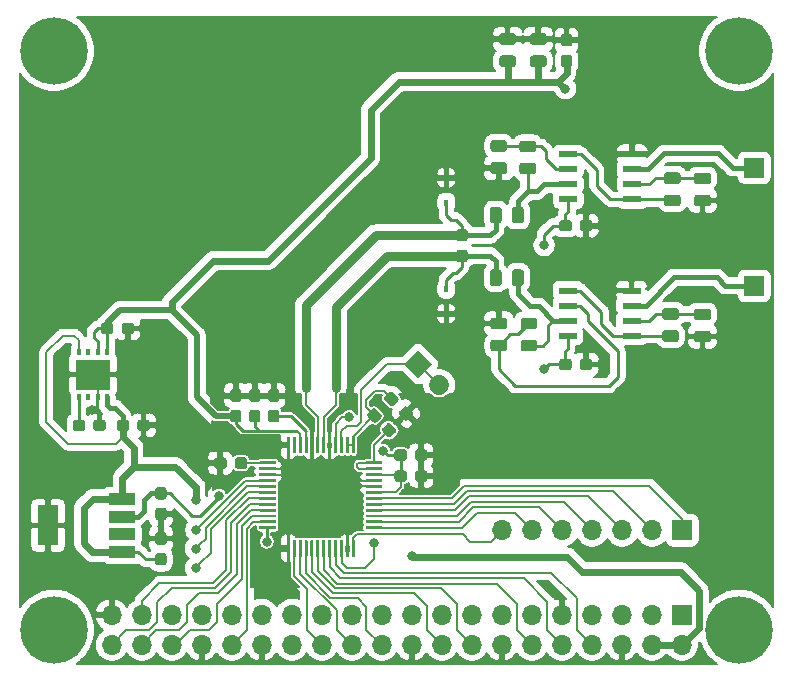
<source format=gbr>
G04 #@! TF.GenerationSoftware,KiCad,Pcbnew,(5.1.5-0-10_14)*
G04 #@! TF.CreationDate,2020-04-05T15:29:42+02:00*
G04 #@! TF.ProjectId,Oasis_ADC,4f617369-735f-4414-9443-2e6b69636164,rev?*
G04 #@! TF.SameCoordinates,Original*
G04 #@! TF.FileFunction,Copper,L1,Top*
G04 #@! TF.FilePolarity,Positive*
%FSLAX46Y46*%
G04 Gerber Fmt 4.6, Leading zero omitted, Abs format (unit mm)*
G04 Created by KiCad (PCBNEW (5.1.5-0-10_14)) date 2020-04-05 15:29:42*
%MOMM*%
%LPD*%
G04 APERTURE LIST*
%ADD10C,5.700000*%
%ADD11R,0.300000X0.600000*%
%ADD12R,3.000000X2.600000*%
%ADD13C,0.100000*%
%ADD14R,1.700000X1.700000*%
%ADD15O,1.700000X1.700000*%
%ADD16C,1.700000*%
%ADD17R,2.200000X1.000000*%
%ADD18R,1.800000X3.400000*%
%ADD19R,0.450000X0.600000*%
%ADD20R,1.550000X0.600000*%
%ADD21C,0.800000*%
%ADD22C,0.150000*%
%ADD23C,0.240000*%
%ADD24C,0.250000*%
%ADD25C,0.500000*%
%ADD26C,0.600000*%
%ADD27C,0.400000*%
%ADD28C,0.800000*%
%ADD29C,0.200000*%
G04 APERTURE END LIST*
D10*
X3500000Y-52500000D03*
X3500000Y-3500000D03*
X61500000Y-52500000D03*
X61500000Y-3500000D03*
D11*
X5590000Y-32800000D03*
X6390000Y-32800000D03*
X7190000Y-32800000D03*
X7990000Y-32800000D03*
X7990000Y-29000000D03*
X7190000Y-29000000D03*
X6390000Y-29000000D03*
X5590000Y-29000000D03*
D12*
X6790000Y-30900000D03*
G04 #@! TA.AperFunction,SMDPad,CuDef*
D13*
G36*
X8310779Y-26526144D02*
G01*
X8333834Y-26529563D01*
X8356443Y-26535227D01*
X8378387Y-26543079D01*
X8399457Y-26553044D01*
X8419448Y-26565026D01*
X8438168Y-26578910D01*
X8455438Y-26594562D01*
X8471090Y-26611832D01*
X8484974Y-26630552D01*
X8496956Y-26650543D01*
X8506921Y-26671613D01*
X8514773Y-26693557D01*
X8520437Y-26716166D01*
X8523856Y-26739221D01*
X8525000Y-26762500D01*
X8525000Y-27237500D01*
X8523856Y-27260779D01*
X8520437Y-27283834D01*
X8514773Y-27306443D01*
X8506921Y-27328387D01*
X8496956Y-27349457D01*
X8484974Y-27369448D01*
X8471090Y-27388168D01*
X8455438Y-27405438D01*
X8438168Y-27421090D01*
X8419448Y-27434974D01*
X8399457Y-27446956D01*
X8378387Y-27456921D01*
X8356443Y-27464773D01*
X8333834Y-27470437D01*
X8310779Y-27473856D01*
X8287500Y-27475000D01*
X7712500Y-27475000D01*
X7689221Y-27473856D01*
X7666166Y-27470437D01*
X7643557Y-27464773D01*
X7621613Y-27456921D01*
X7600543Y-27446956D01*
X7580552Y-27434974D01*
X7561832Y-27421090D01*
X7544562Y-27405438D01*
X7528910Y-27388168D01*
X7515026Y-27369448D01*
X7503044Y-27349457D01*
X7493079Y-27328387D01*
X7485227Y-27306443D01*
X7479563Y-27283834D01*
X7476144Y-27260779D01*
X7475000Y-27237500D01*
X7475000Y-26762500D01*
X7476144Y-26739221D01*
X7479563Y-26716166D01*
X7485227Y-26693557D01*
X7493079Y-26671613D01*
X7503044Y-26650543D01*
X7515026Y-26630552D01*
X7528910Y-26611832D01*
X7544562Y-26594562D01*
X7561832Y-26578910D01*
X7580552Y-26565026D01*
X7600543Y-26553044D01*
X7621613Y-26543079D01*
X7643557Y-26535227D01*
X7666166Y-26529563D01*
X7689221Y-26526144D01*
X7712500Y-26525000D01*
X8287500Y-26525000D01*
X8310779Y-26526144D01*
G37*
G04 #@! TD.AperFunction*
G04 #@! TA.AperFunction,SMDPad,CuDef*
G36*
X10060779Y-26526144D02*
G01*
X10083834Y-26529563D01*
X10106443Y-26535227D01*
X10128387Y-26543079D01*
X10149457Y-26553044D01*
X10169448Y-26565026D01*
X10188168Y-26578910D01*
X10205438Y-26594562D01*
X10221090Y-26611832D01*
X10234974Y-26630552D01*
X10246956Y-26650543D01*
X10256921Y-26671613D01*
X10264773Y-26693557D01*
X10270437Y-26716166D01*
X10273856Y-26739221D01*
X10275000Y-26762500D01*
X10275000Y-27237500D01*
X10273856Y-27260779D01*
X10270437Y-27283834D01*
X10264773Y-27306443D01*
X10256921Y-27328387D01*
X10246956Y-27349457D01*
X10234974Y-27369448D01*
X10221090Y-27388168D01*
X10205438Y-27405438D01*
X10188168Y-27421090D01*
X10169448Y-27434974D01*
X10149457Y-27446956D01*
X10128387Y-27456921D01*
X10106443Y-27464773D01*
X10083834Y-27470437D01*
X10060779Y-27473856D01*
X10037500Y-27475000D01*
X9462500Y-27475000D01*
X9439221Y-27473856D01*
X9416166Y-27470437D01*
X9393557Y-27464773D01*
X9371613Y-27456921D01*
X9350543Y-27446956D01*
X9330552Y-27434974D01*
X9311832Y-27421090D01*
X9294562Y-27405438D01*
X9278910Y-27388168D01*
X9265026Y-27369448D01*
X9253044Y-27349457D01*
X9243079Y-27328387D01*
X9235227Y-27306443D01*
X9229563Y-27283834D01*
X9226144Y-27260779D01*
X9225000Y-27237500D01*
X9225000Y-26762500D01*
X9226144Y-26739221D01*
X9229563Y-26716166D01*
X9235227Y-26693557D01*
X9243079Y-26671613D01*
X9253044Y-26650543D01*
X9265026Y-26630552D01*
X9278910Y-26611832D01*
X9294562Y-26594562D01*
X9311832Y-26578910D01*
X9330552Y-26565026D01*
X9350543Y-26553044D01*
X9371613Y-26543079D01*
X9393557Y-26535227D01*
X9416166Y-26529563D01*
X9439221Y-26526144D01*
X9462500Y-26525000D01*
X10037500Y-26525000D01*
X10060779Y-26526144D01*
G37*
G04 #@! TD.AperFunction*
G04 #@! TA.AperFunction,SMDPad,CuDef*
G36*
X11385779Y-34726144D02*
G01*
X11408834Y-34729563D01*
X11431443Y-34735227D01*
X11453387Y-34743079D01*
X11474457Y-34753044D01*
X11494448Y-34765026D01*
X11513168Y-34778910D01*
X11530438Y-34794562D01*
X11546090Y-34811832D01*
X11559974Y-34830552D01*
X11571956Y-34850543D01*
X11581921Y-34871613D01*
X11589773Y-34893557D01*
X11595437Y-34916166D01*
X11598856Y-34939221D01*
X11600000Y-34962500D01*
X11600000Y-35437500D01*
X11598856Y-35460779D01*
X11595437Y-35483834D01*
X11589773Y-35506443D01*
X11581921Y-35528387D01*
X11571956Y-35549457D01*
X11559974Y-35569448D01*
X11546090Y-35588168D01*
X11530438Y-35605438D01*
X11513168Y-35621090D01*
X11494448Y-35634974D01*
X11474457Y-35646956D01*
X11453387Y-35656921D01*
X11431443Y-35664773D01*
X11408834Y-35670437D01*
X11385779Y-35673856D01*
X11362500Y-35675000D01*
X10787500Y-35675000D01*
X10764221Y-35673856D01*
X10741166Y-35670437D01*
X10718557Y-35664773D01*
X10696613Y-35656921D01*
X10675543Y-35646956D01*
X10655552Y-35634974D01*
X10636832Y-35621090D01*
X10619562Y-35605438D01*
X10603910Y-35588168D01*
X10590026Y-35569448D01*
X10578044Y-35549457D01*
X10568079Y-35528387D01*
X10560227Y-35506443D01*
X10554563Y-35483834D01*
X10551144Y-35460779D01*
X10550000Y-35437500D01*
X10550000Y-34962500D01*
X10551144Y-34939221D01*
X10554563Y-34916166D01*
X10560227Y-34893557D01*
X10568079Y-34871613D01*
X10578044Y-34850543D01*
X10590026Y-34830552D01*
X10603910Y-34811832D01*
X10619562Y-34794562D01*
X10636832Y-34778910D01*
X10655552Y-34765026D01*
X10675543Y-34753044D01*
X10696613Y-34743079D01*
X10718557Y-34735227D01*
X10741166Y-34729563D01*
X10764221Y-34726144D01*
X10787500Y-34725000D01*
X11362500Y-34725000D01*
X11385779Y-34726144D01*
G37*
G04 #@! TD.AperFunction*
G04 #@! TA.AperFunction,SMDPad,CuDef*
G36*
X9635779Y-34726144D02*
G01*
X9658834Y-34729563D01*
X9681443Y-34735227D01*
X9703387Y-34743079D01*
X9724457Y-34753044D01*
X9744448Y-34765026D01*
X9763168Y-34778910D01*
X9780438Y-34794562D01*
X9796090Y-34811832D01*
X9809974Y-34830552D01*
X9821956Y-34850543D01*
X9831921Y-34871613D01*
X9839773Y-34893557D01*
X9845437Y-34916166D01*
X9848856Y-34939221D01*
X9850000Y-34962500D01*
X9850000Y-35437500D01*
X9848856Y-35460779D01*
X9845437Y-35483834D01*
X9839773Y-35506443D01*
X9831921Y-35528387D01*
X9821956Y-35549457D01*
X9809974Y-35569448D01*
X9796090Y-35588168D01*
X9780438Y-35605438D01*
X9763168Y-35621090D01*
X9744448Y-35634974D01*
X9724457Y-35646956D01*
X9703387Y-35656921D01*
X9681443Y-35664773D01*
X9658834Y-35670437D01*
X9635779Y-35673856D01*
X9612500Y-35675000D01*
X9037500Y-35675000D01*
X9014221Y-35673856D01*
X8991166Y-35670437D01*
X8968557Y-35664773D01*
X8946613Y-35656921D01*
X8925543Y-35646956D01*
X8905552Y-35634974D01*
X8886832Y-35621090D01*
X8869562Y-35605438D01*
X8853910Y-35588168D01*
X8840026Y-35569448D01*
X8828044Y-35549457D01*
X8818079Y-35528387D01*
X8810227Y-35506443D01*
X8804563Y-35483834D01*
X8801144Y-35460779D01*
X8800000Y-35437500D01*
X8800000Y-34962500D01*
X8801144Y-34939221D01*
X8804563Y-34916166D01*
X8810227Y-34893557D01*
X8818079Y-34871613D01*
X8828044Y-34850543D01*
X8840026Y-34830552D01*
X8853910Y-34811832D01*
X8869562Y-34794562D01*
X8886832Y-34778910D01*
X8905552Y-34765026D01*
X8925543Y-34753044D01*
X8946613Y-34743079D01*
X8968557Y-34735227D01*
X8991166Y-34729563D01*
X9014221Y-34726144D01*
X9037500Y-34725000D01*
X9612500Y-34725000D01*
X9635779Y-34726144D01*
G37*
G04 #@! TD.AperFunction*
G04 #@! TA.AperFunction,SMDPad,CuDef*
G36*
X12810779Y-40436144D02*
G01*
X12833834Y-40439563D01*
X12856443Y-40445227D01*
X12878387Y-40453079D01*
X12899457Y-40463044D01*
X12919448Y-40475026D01*
X12938168Y-40488910D01*
X12955438Y-40504562D01*
X12971090Y-40521832D01*
X12984974Y-40540552D01*
X12996956Y-40560543D01*
X13006921Y-40581613D01*
X13014773Y-40603557D01*
X13020437Y-40626166D01*
X13023856Y-40649221D01*
X13025000Y-40672500D01*
X13025000Y-41247500D01*
X13023856Y-41270779D01*
X13020437Y-41293834D01*
X13014773Y-41316443D01*
X13006921Y-41338387D01*
X12996956Y-41359457D01*
X12984974Y-41379448D01*
X12971090Y-41398168D01*
X12955438Y-41415438D01*
X12938168Y-41431090D01*
X12919448Y-41444974D01*
X12899457Y-41456956D01*
X12878387Y-41466921D01*
X12856443Y-41474773D01*
X12833834Y-41480437D01*
X12810779Y-41483856D01*
X12787500Y-41485000D01*
X12312500Y-41485000D01*
X12289221Y-41483856D01*
X12266166Y-41480437D01*
X12243557Y-41474773D01*
X12221613Y-41466921D01*
X12200543Y-41456956D01*
X12180552Y-41444974D01*
X12161832Y-41431090D01*
X12144562Y-41415438D01*
X12128910Y-41398168D01*
X12115026Y-41379448D01*
X12103044Y-41359457D01*
X12093079Y-41338387D01*
X12085227Y-41316443D01*
X12079563Y-41293834D01*
X12076144Y-41270779D01*
X12075000Y-41247500D01*
X12075000Y-40672500D01*
X12076144Y-40649221D01*
X12079563Y-40626166D01*
X12085227Y-40603557D01*
X12093079Y-40581613D01*
X12103044Y-40560543D01*
X12115026Y-40540552D01*
X12128910Y-40521832D01*
X12144562Y-40504562D01*
X12161832Y-40488910D01*
X12180552Y-40475026D01*
X12200543Y-40463044D01*
X12221613Y-40453079D01*
X12243557Y-40445227D01*
X12266166Y-40439563D01*
X12289221Y-40436144D01*
X12312500Y-40435000D01*
X12787500Y-40435000D01*
X12810779Y-40436144D01*
G37*
G04 #@! TD.AperFunction*
G04 #@! TA.AperFunction,SMDPad,CuDef*
G36*
X12810779Y-42186144D02*
G01*
X12833834Y-42189563D01*
X12856443Y-42195227D01*
X12878387Y-42203079D01*
X12899457Y-42213044D01*
X12919448Y-42225026D01*
X12938168Y-42238910D01*
X12955438Y-42254562D01*
X12971090Y-42271832D01*
X12984974Y-42290552D01*
X12996956Y-42310543D01*
X13006921Y-42331613D01*
X13014773Y-42353557D01*
X13020437Y-42376166D01*
X13023856Y-42399221D01*
X13025000Y-42422500D01*
X13025000Y-42997500D01*
X13023856Y-43020779D01*
X13020437Y-43043834D01*
X13014773Y-43066443D01*
X13006921Y-43088387D01*
X12996956Y-43109457D01*
X12984974Y-43129448D01*
X12971090Y-43148168D01*
X12955438Y-43165438D01*
X12938168Y-43181090D01*
X12919448Y-43194974D01*
X12899457Y-43206956D01*
X12878387Y-43216921D01*
X12856443Y-43224773D01*
X12833834Y-43230437D01*
X12810779Y-43233856D01*
X12787500Y-43235000D01*
X12312500Y-43235000D01*
X12289221Y-43233856D01*
X12266166Y-43230437D01*
X12243557Y-43224773D01*
X12221613Y-43216921D01*
X12200543Y-43206956D01*
X12180552Y-43194974D01*
X12161832Y-43181090D01*
X12144562Y-43165438D01*
X12128910Y-43148168D01*
X12115026Y-43129448D01*
X12103044Y-43109457D01*
X12093079Y-43088387D01*
X12085227Y-43066443D01*
X12079563Y-43043834D01*
X12076144Y-43020779D01*
X12075000Y-42997500D01*
X12075000Y-42422500D01*
X12076144Y-42399221D01*
X12079563Y-42376166D01*
X12085227Y-42353557D01*
X12093079Y-42331613D01*
X12103044Y-42310543D01*
X12115026Y-42290552D01*
X12128910Y-42271832D01*
X12144562Y-42254562D01*
X12161832Y-42238910D01*
X12180552Y-42225026D01*
X12200543Y-42213044D01*
X12221613Y-42203079D01*
X12243557Y-42195227D01*
X12266166Y-42189563D01*
X12289221Y-42186144D01*
X12312500Y-42185000D01*
X12787500Y-42185000D01*
X12810779Y-42186144D01*
G37*
G04 #@! TD.AperFunction*
G04 #@! TA.AperFunction,SMDPad,CuDef*
G36*
X12810779Y-44266144D02*
G01*
X12833834Y-44269563D01*
X12856443Y-44275227D01*
X12878387Y-44283079D01*
X12899457Y-44293044D01*
X12919448Y-44305026D01*
X12938168Y-44318910D01*
X12955438Y-44334562D01*
X12971090Y-44351832D01*
X12984974Y-44370552D01*
X12996956Y-44390543D01*
X13006921Y-44411613D01*
X13014773Y-44433557D01*
X13020437Y-44456166D01*
X13023856Y-44479221D01*
X13025000Y-44502500D01*
X13025000Y-45077500D01*
X13023856Y-45100779D01*
X13020437Y-45123834D01*
X13014773Y-45146443D01*
X13006921Y-45168387D01*
X12996956Y-45189457D01*
X12984974Y-45209448D01*
X12971090Y-45228168D01*
X12955438Y-45245438D01*
X12938168Y-45261090D01*
X12919448Y-45274974D01*
X12899457Y-45286956D01*
X12878387Y-45296921D01*
X12856443Y-45304773D01*
X12833834Y-45310437D01*
X12810779Y-45313856D01*
X12787500Y-45315000D01*
X12312500Y-45315000D01*
X12289221Y-45313856D01*
X12266166Y-45310437D01*
X12243557Y-45304773D01*
X12221613Y-45296921D01*
X12200543Y-45286956D01*
X12180552Y-45274974D01*
X12161832Y-45261090D01*
X12144562Y-45245438D01*
X12128910Y-45228168D01*
X12115026Y-45209448D01*
X12103044Y-45189457D01*
X12093079Y-45168387D01*
X12085227Y-45146443D01*
X12079563Y-45123834D01*
X12076144Y-45100779D01*
X12075000Y-45077500D01*
X12075000Y-44502500D01*
X12076144Y-44479221D01*
X12079563Y-44456166D01*
X12085227Y-44433557D01*
X12093079Y-44411613D01*
X12103044Y-44390543D01*
X12115026Y-44370552D01*
X12128910Y-44351832D01*
X12144562Y-44334562D01*
X12161832Y-44318910D01*
X12180552Y-44305026D01*
X12200543Y-44293044D01*
X12221613Y-44283079D01*
X12243557Y-44275227D01*
X12266166Y-44269563D01*
X12289221Y-44266144D01*
X12312500Y-44265000D01*
X12787500Y-44265000D01*
X12810779Y-44266144D01*
G37*
G04 #@! TD.AperFunction*
G04 #@! TA.AperFunction,SMDPad,CuDef*
G36*
X12810779Y-46016144D02*
G01*
X12833834Y-46019563D01*
X12856443Y-46025227D01*
X12878387Y-46033079D01*
X12899457Y-46043044D01*
X12919448Y-46055026D01*
X12938168Y-46068910D01*
X12955438Y-46084562D01*
X12971090Y-46101832D01*
X12984974Y-46120552D01*
X12996956Y-46140543D01*
X13006921Y-46161613D01*
X13014773Y-46183557D01*
X13020437Y-46206166D01*
X13023856Y-46229221D01*
X13025000Y-46252500D01*
X13025000Y-46827500D01*
X13023856Y-46850779D01*
X13020437Y-46873834D01*
X13014773Y-46896443D01*
X13006921Y-46918387D01*
X12996956Y-46939457D01*
X12984974Y-46959448D01*
X12971090Y-46978168D01*
X12955438Y-46995438D01*
X12938168Y-47011090D01*
X12919448Y-47024974D01*
X12899457Y-47036956D01*
X12878387Y-47046921D01*
X12856443Y-47054773D01*
X12833834Y-47060437D01*
X12810779Y-47063856D01*
X12787500Y-47065000D01*
X12312500Y-47065000D01*
X12289221Y-47063856D01*
X12266166Y-47060437D01*
X12243557Y-47054773D01*
X12221613Y-47046921D01*
X12200543Y-47036956D01*
X12180552Y-47024974D01*
X12161832Y-47011090D01*
X12144562Y-46995438D01*
X12128910Y-46978168D01*
X12115026Y-46959448D01*
X12103044Y-46939457D01*
X12093079Y-46918387D01*
X12085227Y-46896443D01*
X12079563Y-46873834D01*
X12076144Y-46850779D01*
X12075000Y-46827500D01*
X12075000Y-46252500D01*
X12076144Y-46229221D01*
X12079563Y-46206166D01*
X12085227Y-46183557D01*
X12093079Y-46161613D01*
X12103044Y-46140543D01*
X12115026Y-46120552D01*
X12128910Y-46101832D01*
X12144562Y-46084562D01*
X12161832Y-46068910D01*
X12180552Y-46055026D01*
X12200543Y-46043044D01*
X12221613Y-46033079D01*
X12243557Y-46025227D01*
X12266166Y-46019563D01*
X12289221Y-46016144D01*
X12312500Y-46015000D01*
X12787500Y-46015000D01*
X12810779Y-46016144D01*
G37*
G04 #@! TD.AperFunction*
G04 #@! TA.AperFunction,SMDPad,CuDef*
G36*
X34902728Y-37240742D02*
G01*
X34925783Y-37244161D01*
X34948392Y-37249825D01*
X34970336Y-37257677D01*
X34991406Y-37267642D01*
X35011397Y-37279624D01*
X35030117Y-37293508D01*
X35047387Y-37309160D01*
X35063039Y-37326430D01*
X35076923Y-37345150D01*
X35088905Y-37365141D01*
X35098870Y-37386211D01*
X35106722Y-37408155D01*
X35112386Y-37430764D01*
X35115805Y-37453819D01*
X35116949Y-37477098D01*
X35116949Y-37952098D01*
X35115805Y-37975377D01*
X35112386Y-37998432D01*
X35106722Y-38021041D01*
X35098870Y-38042985D01*
X35088905Y-38064055D01*
X35076923Y-38084046D01*
X35063039Y-38102766D01*
X35047387Y-38120036D01*
X35030117Y-38135688D01*
X35011397Y-38149572D01*
X34991406Y-38161554D01*
X34970336Y-38171519D01*
X34948392Y-38179371D01*
X34925783Y-38185035D01*
X34902728Y-38188454D01*
X34879449Y-38189598D01*
X34304449Y-38189598D01*
X34281170Y-38188454D01*
X34258115Y-38185035D01*
X34235506Y-38179371D01*
X34213562Y-38171519D01*
X34192492Y-38161554D01*
X34172501Y-38149572D01*
X34153781Y-38135688D01*
X34136511Y-38120036D01*
X34120859Y-38102766D01*
X34106975Y-38084046D01*
X34094993Y-38064055D01*
X34085028Y-38042985D01*
X34077176Y-38021041D01*
X34071512Y-37998432D01*
X34068093Y-37975377D01*
X34066949Y-37952098D01*
X34066949Y-37477098D01*
X34068093Y-37453819D01*
X34071512Y-37430764D01*
X34077176Y-37408155D01*
X34085028Y-37386211D01*
X34094993Y-37365141D01*
X34106975Y-37345150D01*
X34120859Y-37326430D01*
X34136511Y-37309160D01*
X34153781Y-37293508D01*
X34172501Y-37279624D01*
X34192492Y-37267642D01*
X34213562Y-37257677D01*
X34235506Y-37249825D01*
X34258115Y-37244161D01*
X34281170Y-37240742D01*
X34304449Y-37239598D01*
X34879449Y-37239598D01*
X34902728Y-37240742D01*
G37*
G04 #@! TD.AperFunction*
G04 #@! TA.AperFunction,SMDPad,CuDef*
G36*
X33152728Y-37240742D02*
G01*
X33175783Y-37244161D01*
X33198392Y-37249825D01*
X33220336Y-37257677D01*
X33241406Y-37267642D01*
X33261397Y-37279624D01*
X33280117Y-37293508D01*
X33297387Y-37309160D01*
X33313039Y-37326430D01*
X33326923Y-37345150D01*
X33338905Y-37365141D01*
X33348870Y-37386211D01*
X33356722Y-37408155D01*
X33362386Y-37430764D01*
X33365805Y-37453819D01*
X33366949Y-37477098D01*
X33366949Y-37952098D01*
X33365805Y-37975377D01*
X33362386Y-37998432D01*
X33356722Y-38021041D01*
X33348870Y-38042985D01*
X33338905Y-38064055D01*
X33326923Y-38084046D01*
X33313039Y-38102766D01*
X33297387Y-38120036D01*
X33280117Y-38135688D01*
X33261397Y-38149572D01*
X33241406Y-38161554D01*
X33220336Y-38171519D01*
X33198392Y-38179371D01*
X33175783Y-38185035D01*
X33152728Y-38188454D01*
X33129449Y-38189598D01*
X32554449Y-38189598D01*
X32531170Y-38188454D01*
X32508115Y-38185035D01*
X32485506Y-38179371D01*
X32463562Y-38171519D01*
X32442492Y-38161554D01*
X32422501Y-38149572D01*
X32403781Y-38135688D01*
X32386511Y-38120036D01*
X32370859Y-38102766D01*
X32356975Y-38084046D01*
X32344993Y-38064055D01*
X32335028Y-38042985D01*
X32327176Y-38021041D01*
X32321512Y-37998432D01*
X32318093Y-37975377D01*
X32316949Y-37952098D01*
X32316949Y-37477098D01*
X32318093Y-37453819D01*
X32321512Y-37430764D01*
X32327176Y-37408155D01*
X32335028Y-37386211D01*
X32344993Y-37365141D01*
X32356975Y-37345150D01*
X32370859Y-37326430D01*
X32386511Y-37309160D01*
X32403781Y-37293508D01*
X32422501Y-37279624D01*
X32442492Y-37267642D01*
X32463562Y-37257677D01*
X32485506Y-37249825D01*
X32508115Y-37244161D01*
X32531170Y-37240742D01*
X32554449Y-37239598D01*
X33129449Y-37239598D01*
X33152728Y-37240742D01*
G37*
G04 #@! TD.AperFunction*
G04 #@! TA.AperFunction,SMDPad,CuDef*
G36*
X33160779Y-39026144D02*
G01*
X33183834Y-39029563D01*
X33206443Y-39035227D01*
X33228387Y-39043079D01*
X33249457Y-39053044D01*
X33269448Y-39065026D01*
X33288168Y-39078910D01*
X33305438Y-39094562D01*
X33321090Y-39111832D01*
X33334974Y-39130552D01*
X33346956Y-39150543D01*
X33356921Y-39171613D01*
X33364773Y-39193557D01*
X33370437Y-39216166D01*
X33373856Y-39239221D01*
X33375000Y-39262500D01*
X33375000Y-39737500D01*
X33373856Y-39760779D01*
X33370437Y-39783834D01*
X33364773Y-39806443D01*
X33356921Y-39828387D01*
X33346956Y-39849457D01*
X33334974Y-39869448D01*
X33321090Y-39888168D01*
X33305438Y-39905438D01*
X33288168Y-39921090D01*
X33269448Y-39934974D01*
X33249457Y-39946956D01*
X33228387Y-39956921D01*
X33206443Y-39964773D01*
X33183834Y-39970437D01*
X33160779Y-39973856D01*
X33137500Y-39975000D01*
X32562500Y-39975000D01*
X32539221Y-39973856D01*
X32516166Y-39970437D01*
X32493557Y-39964773D01*
X32471613Y-39956921D01*
X32450543Y-39946956D01*
X32430552Y-39934974D01*
X32411832Y-39921090D01*
X32394562Y-39905438D01*
X32378910Y-39888168D01*
X32365026Y-39869448D01*
X32353044Y-39849457D01*
X32343079Y-39828387D01*
X32335227Y-39806443D01*
X32329563Y-39783834D01*
X32326144Y-39760779D01*
X32325000Y-39737500D01*
X32325000Y-39262500D01*
X32326144Y-39239221D01*
X32329563Y-39216166D01*
X32335227Y-39193557D01*
X32343079Y-39171613D01*
X32353044Y-39150543D01*
X32365026Y-39130552D01*
X32378910Y-39111832D01*
X32394562Y-39094562D01*
X32411832Y-39078910D01*
X32430552Y-39065026D01*
X32450543Y-39053044D01*
X32471613Y-39043079D01*
X32493557Y-39035227D01*
X32516166Y-39029563D01*
X32539221Y-39026144D01*
X32562500Y-39025000D01*
X33137500Y-39025000D01*
X33160779Y-39026144D01*
G37*
G04 #@! TD.AperFunction*
G04 #@! TA.AperFunction,SMDPad,CuDef*
G36*
X34910779Y-39026144D02*
G01*
X34933834Y-39029563D01*
X34956443Y-39035227D01*
X34978387Y-39043079D01*
X34999457Y-39053044D01*
X35019448Y-39065026D01*
X35038168Y-39078910D01*
X35055438Y-39094562D01*
X35071090Y-39111832D01*
X35084974Y-39130552D01*
X35096956Y-39150543D01*
X35106921Y-39171613D01*
X35114773Y-39193557D01*
X35120437Y-39216166D01*
X35123856Y-39239221D01*
X35125000Y-39262500D01*
X35125000Y-39737500D01*
X35123856Y-39760779D01*
X35120437Y-39783834D01*
X35114773Y-39806443D01*
X35106921Y-39828387D01*
X35096956Y-39849457D01*
X35084974Y-39869448D01*
X35071090Y-39888168D01*
X35055438Y-39905438D01*
X35038168Y-39921090D01*
X35019448Y-39934974D01*
X34999457Y-39946956D01*
X34978387Y-39956921D01*
X34956443Y-39964773D01*
X34933834Y-39970437D01*
X34910779Y-39973856D01*
X34887500Y-39975000D01*
X34312500Y-39975000D01*
X34289221Y-39973856D01*
X34266166Y-39970437D01*
X34243557Y-39964773D01*
X34221613Y-39956921D01*
X34200543Y-39946956D01*
X34180552Y-39934974D01*
X34161832Y-39921090D01*
X34144562Y-39905438D01*
X34128910Y-39888168D01*
X34115026Y-39869448D01*
X34103044Y-39849457D01*
X34093079Y-39828387D01*
X34085227Y-39806443D01*
X34079563Y-39783834D01*
X34076144Y-39760779D01*
X34075000Y-39737500D01*
X34075000Y-39262500D01*
X34076144Y-39239221D01*
X34079563Y-39216166D01*
X34085227Y-39193557D01*
X34093079Y-39171613D01*
X34103044Y-39150543D01*
X34115026Y-39130552D01*
X34128910Y-39111832D01*
X34144562Y-39094562D01*
X34161832Y-39078910D01*
X34180552Y-39065026D01*
X34200543Y-39053044D01*
X34221613Y-39043079D01*
X34243557Y-39035227D01*
X34266166Y-39029563D01*
X34289221Y-39026144D01*
X34312500Y-39025000D01*
X34887500Y-39025000D01*
X34910779Y-39026144D01*
G37*
G04 #@! TD.AperFunction*
G04 #@! TA.AperFunction,SMDPad,CuDef*
G36*
X30616630Y-33762396D02*
G01*
X30639685Y-33765815D01*
X30662294Y-33771479D01*
X30684238Y-33779331D01*
X30705308Y-33789296D01*
X30725299Y-33801278D01*
X30744019Y-33815162D01*
X30761289Y-33830814D01*
X31167875Y-34237400D01*
X31183527Y-34254670D01*
X31197411Y-34273390D01*
X31209393Y-34293381D01*
X31219358Y-34314451D01*
X31227210Y-34336395D01*
X31232874Y-34359004D01*
X31236293Y-34382059D01*
X31237437Y-34405338D01*
X31236293Y-34428617D01*
X31232874Y-34451672D01*
X31227210Y-34474281D01*
X31219358Y-34496225D01*
X31209393Y-34517295D01*
X31197411Y-34537286D01*
X31183527Y-34556006D01*
X31167875Y-34573276D01*
X30831999Y-34909152D01*
X30814729Y-34924804D01*
X30796009Y-34938688D01*
X30776018Y-34950670D01*
X30754948Y-34960635D01*
X30733004Y-34968487D01*
X30710395Y-34974151D01*
X30687340Y-34977570D01*
X30664061Y-34978714D01*
X30640782Y-34977570D01*
X30617727Y-34974151D01*
X30595118Y-34968487D01*
X30573174Y-34960635D01*
X30552104Y-34950670D01*
X30532113Y-34938688D01*
X30513393Y-34924804D01*
X30496123Y-34909152D01*
X30089537Y-34502566D01*
X30073885Y-34485296D01*
X30060001Y-34466576D01*
X30048019Y-34446585D01*
X30038054Y-34425515D01*
X30030202Y-34403571D01*
X30024538Y-34380962D01*
X30021119Y-34357907D01*
X30019975Y-34334628D01*
X30021119Y-34311349D01*
X30024538Y-34288294D01*
X30030202Y-34265685D01*
X30038054Y-34243741D01*
X30048019Y-34222671D01*
X30060001Y-34202680D01*
X30073885Y-34183960D01*
X30089537Y-34166690D01*
X30425413Y-33830814D01*
X30442683Y-33815162D01*
X30461403Y-33801278D01*
X30481394Y-33789296D01*
X30502464Y-33779331D01*
X30524408Y-33771479D01*
X30547017Y-33765815D01*
X30570072Y-33762396D01*
X30593351Y-33761252D01*
X30616630Y-33762396D01*
G37*
G04 #@! TD.AperFunction*
G04 #@! TA.AperFunction,SMDPad,CuDef*
G36*
X31854066Y-34999832D02*
G01*
X31877121Y-35003251D01*
X31899730Y-35008915D01*
X31921674Y-35016767D01*
X31942744Y-35026732D01*
X31962735Y-35038714D01*
X31981455Y-35052598D01*
X31998725Y-35068250D01*
X32405311Y-35474836D01*
X32420963Y-35492106D01*
X32434847Y-35510826D01*
X32446829Y-35530817D01*
X32456794Y-35551887D01*
X32464646Y-35573831D01*
X32470310Y-35596440D01*
X32473729Y-35619495D01*
X32474873Y-35642774D01*
X32473729Y-35666053D01*
X32470310Y-35689108D01*
X32464646Y-35711717D01*
X32456794Y-35733661D01*
X32446829Y-35754731D01*
X32434847Y-35774722D01*
X32420963Y-35793442D01*
X32405311Y-35810712D01*
X32069435Y-36146588D01*
X32052165Y-36162240D01*
X32033445Y-36176124D01*
X32013454Y-36188106D01*
X31992384Y-36198071D01*
X31970440Y-36205923D01*
X31947831Y-36211587D01*
X31924776Y-36215006D01*
X31901497Y-36216150D01*
X31878218Y-36215006D01*
X31855163Y-36211587D01*
X31832554Y-36205923D01*
X31810610Y-36198071D01*
X31789540Y-36188106D01*
X31769549Y-36176124D01*
X31750829Y-36162240D01*
X31733559Y-36146588D01*
X31326973Y-35740002D01*
X31311321Y-35722732D01*
X31297437Y-35704012D01*
X31285455Y-35684021D01*
X31275490Y-35662951D01*
X31267638Y-35641007D01*
X31261974Y-35618398D01*
X31258555Y-35595343D01*
X31257411Y-35572064D01*
X31258555Y-35548785D01*
X31261974Y-35525730D01*
X31267638Y-35503121D01*
X31275490Y-35481177D01*
X31285455Y-35460107D01*
X31297437Y-35440116D01*
X31311321Y-35421396D01*
X31326973Y-35404126D01*
X31662849Y-35068250D01*
X31680119Y-35052598D01*
X31698839Y-35038714D01*
X31718830Y-35026732D01*
X31739900Y-35016767D01*
X31761844Y-35008915D01*
X31784453Y-35003251D01*
X31807508Y-34999832D01*
X31830787Y-34998688D01*
X31854066Y-34999832D01*
G37*
G04 #@! TD.AperFunction*
G04 #@! TA.AperFunction,SMDPad,CuDef*
G36*
X33287924Y-33592413D02*
G01*
X33310979Y-33595832D01*
X33333588Y-33601496D01*
X33355532Y-33609348D01*
X33376602Y-33619313D01*
X33396593Y-33631295D01*
X33415313Y-33645179D01*
X33432583Y-33660831D01*
X33839169Y-34067417D01*
X33854821Y-34084687D01*
X33868705Y-34103407D01*
X33880687Y-34123398D01*
X33890652Y-34144468D01*
X33898504Y-34166412D01*
X33904168Y-34189021D01*
X33907587Y-34212076D01*
X33908731Y-34235355D01*
X33907587Y-34258634D01*
X33904168Y-34281689D01*
X33898504Y-34304298D01*
X33890652Y-34326242D01*
X33880687Y-34347312D01*
X33868705Y-34367303D01*
X33854821Y-34386023D01*
X33839169Y-34403293D01*
X33503293Y-34739169D01*
X33486023Y-34754821D01*
X33467303Y-34768705D01*
X33447312Y-34780687D01*
X33426242Y-34790652D01*
X33404298Y-34798504D01*
X33381689Y-34804168D01*
X33358634Y-34807587D01*
X33335355Y-34808731D01*
X33312076Y-34807587D01*
X33289021Y-34804168D01*
X33266412Y-34798504D01*
X33244468Y-34790652D01*
X33223398Y-34780687D01*
X33203407Y-34768705D01*
X33184687Y-34754821D01*
X33167417Y-34739169D01*
X32760831Y-34332583D01*
X32745179Y-34315313D01*
X32731295Y-34296593D01*
X32719313Y-34276602D01*
X32709348Y-34255532D01*
X32701496Y-34233588D01*
X32695832Y-34210979D01*
X32692413Y-34187924D01*
X32691269Y-34164645D01*
X32692413Y-34141366D01*
X32695832Y-34118311D01*
X32701496Y-34095702D01*
X32709348Y-34073758D01*
X32719313Y-34052688D01*
X32731295Y-34032697D01*
X32745179Y-34013977D01*
X32760831Y-33996707D01*
X33096707Y-33660831D01*
X33113977Y-33645179D01*
X33132697Y-33631295D01*
X33152688Y-33619313D01*
X33173758Y-33609348D01*
X33195702Y-33601496D01*
X33218311Y-33595832D01*
X33241366Y-33592413D01*
X33264645Y-33591269D01*
X33287924Y-33592413D01*
G37*
G04 #@! TD.AperFunction*
G04 #@! TA.AperFunction,SMDPad,CuDef*
G36*
X32050488Y-32354977D02*
G01*
X32073543Y-32358396D01*
X32096152Y-32364060D01*
X32118096Y-32371912D01*
X32139166Y-32381877D01*
X32159157Y-32393859D01*
X32177877Y-32407743D01*
X32195147Y-32423395D01*
X32601733Y-32829981D01*
X32617385Y-32847251D01*
X32631269Y-32865971D01*
X32643251Y-32885962D01*
X32653216Y-32907032D01*
X32661068Y-32928976D01*
X32666732Y-32951585D01*
X32670151Y-32974640D01*
X32671295Y-32997919D01*
X32670151Y-33021198D01*
X32666732Y-33044253D01*
X32661068Y-33066862D01*
X32653216Y-33088806D01*
X32643251Y-33109876D01*
X32631269Y-33129867D01*
X32617385Y-33148587D01*
X32601733Y-33165857D01*
X32265857Y-33501733D01*
X32248587Y-33517385D01*
X32229867Y-33531269D01*
X32209876Y-33543251D01*
X32188806Y-33553216D01*
X32166862Y-33561068D01*
X32144253Y-33566732D01*
X32121198Y-33570151D01*
X32097919Y-33571295D01*
X32074640Y-33570151D01*
X32051585Y-33566732D01*
X32028976Y-33561068D01*
X32007032Y-33553216D01*
X31985962Y-33543251D01*
X31965971Y-33531269D01*
X31947251Y-33517385D01*
X31929981Y-33501733D01*
X31523395Y-33095147D01*
X31507743Y-33077877D01*
X31493859Y-33059157D01*
X31481877Y-33039166D01*
X31471912Y-33018096D01*
X31464060Y-32996152D01*
X31458396Y-32973543D01*
X31454977Y-32950488D01*
X31453833Y-32927209D01*
X31454977Y-32903930D01*
X31458396Y-32880875D01*
X31464060Y-32858266D01*
X31471912Y-32836322D01*
X31481877Y-32815252D01*
X31493859Y-32795261D01*
X31507743Y-32776541D01*
X31523395Y-32759271D01*
X31859271Y-32423395D01*
X31876541Y-32407743D01*
X31895261Y-32393859D01*
X31915252Y-32381877D01*
X31936322Y-32371912D01*
X31958266Y-32364060D01*
X31980875Y-32358396D01*
X32003930Y-32354977D01*
X32027209Y-32353833D01*
X32050488Y-32354977D01*
G37*
G04 #@! TD.AperFunction*
G04 #@! TA.AperFunction,SMDPad,CuDef*
G36*
X22359767Y-32150614D02*
G01*
X22382822Y-32154033D01*
X22405431Y-32159697D01*
X22427375Y-32167549D01*
X22448445Y-32177514D01*
X22468436Y-32189496D01*
X22487156Y-32203380D01*
X22504426Y-32219032D01*
X22520078Y-32236302D01*
X22533962Y-32255022D01*
X22545944Y-32275013D01*
X22555909Y-32296083D01*
X22563761Y-32318027D01*
X22569425Y-32340636D01*
X22572844Y-32363691D01*
X22573988Y-32386970D01*
X22573988Y-32961970D01*
X22572844Y-32985249D01*
X22569425Y-33008304D01*
X22563761Y-33030913D01*
X22555909Y-33052857D01*
X22545944Y-33073927D01*
X22533962Y-33093918D01*
X22520078Y-33112638D01*
X22504426Y-33129908D01*
X22487156Y-33145560D01*
X22468436Y-33159444D01*
X22448445Y-33171426D01*
X22427375Y-33181391D01*
X22405431Y-33189243D01*
X22382822Y-33194907D01*
X22359767Y-33198326D01*
X22336488Y-33199470D01*
X21861488Y-33199470D01*
X21838209Y-33198326D01*
X21815154Y-33194907D01*
X21792545Y-33189243D01*
X21770601Y-33181391D01*
X21749531Y-33171426D01*
X21729540Y-33159444D01*
X21710820Y-33145560D01*
X21693550Y-33129908D01*
X21677898Y-33112638D01*
X21664014Y-33093918D01*
X21652032Y-33073927D01*
X21642067Y-33052857D01*
X21634215Y-33030913D01*
X21628551Y-33008304D01*
X21625132Y-32985249D01*
X21623988Y-32961970D01*
X21623988Y-32386970D01*
X21625132Y-32363691D01*
X21628551Y-32340636D01*
X21634215Y-32318027D01*
X21642067Y-32296083D01*
X21652032Y-32275013D01*
X21664014Y-32255022D01*
X21677898Y-32236302D01*
X21693550Y-32219032D01*
X21710820Y-32203380D01*
X21729540Y-32189496D01*
X21749531Y-32177514D01*
X21770601Y-32167549D01*
X21792545Y-32159697D01*
X21815154Y-32154033D01*
X21838209Y-32150614D01*
X21861488Y-32149470D01*
X22336488Y-32149470D01*
X22359767Y-32150614D01*
G37*
G04 #@! TD.AperFunction*
G04 #@! TA.AperFunction,SMDPad,CuDef*
G36*
X22359767Y-33900614D02*
G01*
X22382822Y-33904033D01*
X22405431Y-33909697D01*
X22427375Y-33917549D01*
X22448445Y-33927514D01*
X22468436Y-33939496D01*
X22487156Y-33953380D01*
X22504426Y-33969032D01*
X22520078Y-33986302D01*
X22533962Y-34005022D01*
X22545944Y-34025013D01*
X22555909Y-34046083D01*
X22563761Y-34068027D01*
X22569425Y-34090636D01*
X22572844Y-34113691D01*
X22573988Y-34136970D01*
X22573988Y-34711970D01*
X22572844Y-34735249D01*
X22569425Y-34758304D01*
X22563761Y-34780913D01*
X22555909Y-34802857D01*
X22545944Y-34823927D01*
X22533962Y-34843918D01*
X22520078Y-34862638D01*
X22504426Y-34879908D01*
X22487156Y-34895560D01*
X22468436Y-34909444D01*
X22448445Y-34921426D01*
X22427375Y-34931391D01*
X22405431Y-34939243D01*
X22382822Y-34944907D01*
X22359767Y-34948326D01*
X22336488Y-34949470D01*
X21861488Y-34949470D01*
X21838209Y-34948326D01*
X21815154Y-34944907D01*
X21792545Y-34939243D01*
X21770601Y-34931391D01*
X21749531Y-34921426D01*
X21729540Y-34909444D01*
X21710820Y-34895560D01*
X21693550Y-34879908D01*
X21677898Y-34862638D01*
X21664014Y-34843918D01*
X21652032Y-34823927D01*
X21642067Y-34802857D01*
X21634215Y-34780913D01*
X21628551Y-34758304D01*
X21625132Y-34735249D01*
X21623988Y-34711970D01*
X21623988Y-34136970D01*
X21625132Y-34113691D01*
X21628551Y-34090636D01*
X21634215Y-34068027D01*
X21642067Y-34046083D01*
X21652032Y-34025013D01*
X21664014Y-34005022D01*
X21677898Y-33986302D01*
X21693550Y-33969032D01*
X21710820Y-33953380D01*
X21729540Y-33939496D01*
X21749531Y-33927514D01*
X21770601Y-33917549D01*
X21792545Y-33909697D01*
X21815154Y-33904033D01*
X21838209Y-33900614D01*
X21861488Y-33899470D01*
X22336488Y-33899470D01*
X22359767Y-33900614D01*
G37*
G04 #@! TD.AperFunction*
G04 #@! TA.AperFunction,SMDPad,CuDef*
G36*
X19644981Y-37926144D02*
G01*
X19668036Y-37929563D01*
X19690645Y-37935227D01*
X19712589Y-37943079D01*
X19733659Y-37953044D01*
X19753650Y-37965026D01*
X19772370Y-37978910D01*
X19789640Y-37994562D01*
X19805292Y-38011832D01*
X19819176Y-38030552D01*
X19831158Y-38050543D01*
X19841123Y-38071613D01*
X19848975Y-38093557D01*
X19854639Y-38116166D01*
X19858058Y-38139221D01*
X19859202Y-38162500D01*
X19859202Y-38637500D01*
X19858058Y-38660779D01*
X19854639Y-38683834D01*
X19848975Y-38706443D01*
X19841123Y-38728387D01*
X19831158Y-38749457D01*
X19819176Y-38769448D01*
X19805292Y-38788168D01*
X19789640Y-38805438D01*
X19772370Y-38821090D01*
X19753650Y-38834974D01*
X19733659Y-38846956D01*
X19712589Y-38856921D01*
X19690645Y-38864773D01*
X19668036Y-38870437D01*
X19644981Y-38873856D01*
X19621702Y-38875000D01*
X19046702Y-38875000D01*
X19023423Y-38873856D01*
X19000368Y-38870437D01*
X18977759Y-38864773D01*
X18955815Y-38856921D01*
X18934745Y-38846956D01*
X18914754Y-38834974D01*
X18896034Y-38821090D01*
X18878764Y-38805438D01*
X18863112Y-38788168D01*
X18849228Y-38769448D01*
X18837246Y-38749457D01*
X18827281Y-38728387D01*
X18819429Y-38706443D01*
X18813765Y-38683834D01*
X18810346Y-38660779D01*
X18809202Y-38637500D01*
X18809202Y-38162500D01*
X18810346Y-38139221D01*
X18813765Y-38116166D01*
X18819429Y-38093557D01*
X18827281Y-38071613D01*
X18837246Y-38050543D01*
X18849228Y-38030552D01*
X18863112Y-38011832D01*
X18878764Y-37994562D01*
X18896034Y-37978910D01*
X18914754Y-37965026D01*
X18934745Y-37953044D01*
X18955815Y-37943079D01*
X18977759Y-37935227D01*
X19000368Y-37929563D01*
X19023423Y-37926144D01*
X19046702Y-37925000D01*
X19621702Y-37925000D01*
X19644981Y-37926144D01*
G37*
G04 #@! TD.AperFunction*
G04 #@! TA.AperFunction,SMDPad,CuDef*
G36*
X17894981Y-37926144D02*
G01*
X17918036Y-37929563D01*
X17940645Y-37935227D01*
X17962589Y-37943079D01*
X17983659Y-37953044D01*
X18003650Y-37965026D01*
X18022370Y-37978910D01*
X18039640Y-37994562D01*
X18055292Y-38011832D01*
X18069176Y-38030552D01*
X18081158Y-38050543D01*
X18091123Y-38071613D01*
X18098975Y-38093557D01*
X18104639Y-38116166D01*
X18108058Y-38139221D01*
X18109202Y-38162500D01*
X18109202Y-38637500D01*
X18108058Y-38660779D01*
X18104639Y-38683834D01*
X18098975Y-38706443D01*
X18091123Y-38728387D01*
X18081158Y-38749457D01*
X18069176Y-38769448D01*
X18055292Y-38788168D01*
X18039640Y-38805438D01*
X18022370Y-38821090D01*
X18003650Y-38834974D01*
X17983659Y-38846956D01*
X17962589Y-38856921D01*
X17940645Y-38864773D01*
X17918036Y-38870437D01*
X17894981Y-38873856D01*
X17871702Y-38875000D01*
X17296702Y-38875000D01*
X17273423Y-38873856D01*
X17250368Y-38870437D01*
X17227759Y-38864773D01*
X17205815Y-38856921D01*
X17184745Y-38846956D01*
X17164754Y-38834974D01*
X17146034Y-38821090D01*
X17128764Y-38805438D01*
X17113112Y-38788168D01*
X17099228Y-38769448D01*
X17087246Y-38749457D01*
X17077281Y-38728387D01*
X17069429Y-38706443D01*
X17063765Y-38683834D01*
X17060346Y-38660779D01*
X17059202Y-38637500D01*
X17059202Y-38162500D01*
X17060346Y-38139221D01*
X17063765Y-38116166D01*
X17069429Y-38093557D01*
X17077281Y-38071613D01*
X17087246Y-38050543D01*
X17099228Y-38030552D01*
X17113112Y-38011832D01*
X17128764Y-37994562D01*
X17146034Y-37978910D01*
X17164754Y-37965026D01*
X17184745Y-37953044D01*
X17205815Y-37943079D01*
X17227759Y-37935227D01*
X17250368Y-37929563D01*
X17273423Y-37926144D01*
X17296702Y-37925000D01*
X17871702Y-37925000D01*
X17894981Y-37926144D01*
G37*
G04 #@! TD.AperFunction*
G04 #@! TA.AperFunction,SMDPad,CuDef*
G36*
X20761706Y-32148801D02*
G01*
X20784761Y-32152220D01*
X20807370Y-32157884D01*
X20829314Y-32165736D01*
X20850384Y-32175701D01*
X20870375Y-32187683D01*
X20889095Y-32201567D01*
X20906365Y-32217219D01*
X20922017Y-32234489D01*
X20935901Y-32253209D01*
X20947883Y-32273200D01*
X20957848Y-32294270D01*
X20965700Y-32316214D01*
X20971364Y-32338823D01*
X20974783Y-32361878D01*
X20975927Y-32385157D01*
X20975927Y-32960157D01*
X20974783Y-32983436D01*
X20971364Y-33006491D01*
X20965700Y-33029100D01*
X20957848Y-33051044D01*
X20947883Y-33072114D01*
X20935901Y-33092105D01*
X20922017Y-33110825D01*
X20906365Y-33128095D01*
X20889095Y-33143747D01*
X20870375Y-33157631D01*
X20850384Y-33169613D01*
X20829314Y-33179578D01*
X20807370Y-33187430D01*
X20784761Y-33193094D01*
X20761706Y-33196513D01*
X20738427Y-33197657D01*
X20263427Y-33197657D01*
X20240148Y-33196513D01*
X20217093Y-33193094D01*
X20194484Y-33187430D01*
X20172540Y-33179578D01*
X20151470Y-33169613D01*
X20131479Y-33157631D01*
X20112759Y-33143747D01*
X20095489Y-33128095D01*
X20079837Y-33110825D01*
X20065953Y-33092105D01*
X20053971Y-33072114D01*
X20044006Y-33051044D01*
X20036154Y-33029100D01*
X20030490Y-33006491D01*
X20027071Y-32983436D01*
X20025927Y-32960157D01*
X20025927Y-32385157D01*
X20027071Y-32361878D01*
X20030490Y-32338823D01*
X20036154Y-32316214D01*
X20044006Y-32294270D01*
X20053971Y-32273200D01*
X20065953Y-32253209D01*
X20079837Y-32234489D01*
X20095489Y-32217219D01*
X20112759Y-32201567D01*
X20131479Y-32187683D01*
X20151470Y-32175701D01*
X20172540Y-32165736D01*
X20194484Y-32157884D01*
X20217093Y-32152220D01*
X20240148Y-32148801D01*
X20263427Y-32147657D01*
X20738427Y-32147657D01*
X20761706Y-32148801D01*
G37*
G04 #@! TD.AperFunction*
G04 #@! TA.AperFunction,SMDPad,CuDef*
G36*
X20761706Y-33898801D02*
G01*
X20784761Y-33902220D01*
X20807370Y-33907884D01*
X20829314Y-33915736D01*
X20850384Y-33925701D01*
X20870375Y-33937683D01*
X20889095Y-33951567D01*
X20906365Y-33967219D01*
X20922017Y-33984489D01*
X20935901Y-34003209D01*
X20947883Y-34023200D01*
X20957848Y-34044270D01*
X20965700Y-34066214D01*
X20971364Y-34088823D01*
X20974783Y-34111878D01*
X20975927Y-34135157D01*
X20975927Y-34710157D01*
X20974783Y-34733436D01*
X20971364Y-34756491D01*
X20965700Y-34779100D01*
X20957848Y-34801044D01*
X20947883Y-34822114D01*
X20935901Y-34842105D01*
X20922017Y-34860825D01*
X20906365Y-34878095D01*
X20889095Y-34893747D01*
X20870375Y-34907631D01*
X20850384Y-34919613D01*
X20829314Y-34929578D01*
X20807370Y-34937430D01*
X20784761Y-34943094D01*
X20761706Y-34946513D01*
X20738427Y-34947657D01*
X20263427Y-34947657D01*
X20240148Y-34946513D01*
X20217093Y-34943094D01*
X20194484Y-34937430D01*
X20172540Y-34929578D01*
X20151470Y-34919613D01*
X20131479Y-34907631D01*
X20112759Y-34893747D01*
X20095489Y-34878095D01*
X20079837Y-34860825D01*
X20065953Y-34842105D01*
X20053971Y-34822114D01*
X20044006Y-34801044D01*
X20036154Y-34779100D01*
X20030490Y-34756491D01*
X20027071Y-34733436D01*
X20025927Y-34710157D01*
X20025927Y-34135157D01*
X20027071Y-34111878D01*
X20030490Y-34088823D01*
X20036154Y-34066214D01*
X20044006Y-34044270D01*
X20053971Y-34023200D01*
X20065953Y-34003209D01*
X20079837Y-33984489D01*
X20095489Y-33967219D01*
X20112759Y-33951567D01*
X20131479Y-33937683D01*
X20151470Y-33925701D01*
X20172540Y-33915736D01*
X20194484Y-33907884D01*
X20217093Y-33902220D01*
X20240148Y-33898801D01*
X20263427Y-33897657D01*
X20738427Y-33897657D01*
X20761706Y-33898801D01*
G37*
G04 #@! TD.AperFunction*
G04 #@! TA.AperFunction,SMDPad,CuDef*
G36*
X19149502Y-33900614D02*
G01*
X19172557Y-33904033D01*
X19195166Y-33909697D01*
X19217110Y-33917549D01*
X19238180Y-33927514D01*
X19258171Y-33939496D01*
X19276891Y-33953380D01*
X19294161Y-33969032D01*
X19309813Y-33986302D01*
X19323697Y-34005022D01*
X19335679Y-34025013D01*
X19345644Y-34046083D01*
X19353496Y-34068027D01*
X19359160Y-34090636D01*
X19362579Y-34113691D01*
X19363723Y-34136970D01*
X19363723Y-34711970D01*
X19362579Y-34735249D01*
X19359160Y-34758304D01*
X19353496Y-34780913D01*
X19345644Y-34802857D01*
X19335679Y-34823927D01*
X19323697Y-34843918D01*
X19309813Y-34862638D01*
X19294161Y-34879908D01*
X19276891Y-34895560D01*
X19258171Y-34909444D01*
X19238180Y-34921426D01*
X19217110Y-34931391D01*
X19195166Y-34939243D01*
X19172557Y-34944907D01*
X19149502Y-34948326D01*
X19126223Y-34949470D01*
X18651223Y-34949470D01*
X18627944Y-34948326D01*
X18604889Y-34944907D01*
X18582280Y-34939243D01*
X18560336Y-34931391D01*
X18539266Y-34921426D01*
X18519275Y-34909444D01*
X18500555Y-34895560D01*
X18483285Y-34879908D01*
X18467633Y-34862638D01*
X18453749Y-34843918D01*
X18441767Y-34823927D01*
X18431802Y-34802857D01*
X18423950Y-34780913D01*
X18418286Y-34758304D01*
X18414867Y-34735249D01*
X18413723Y-34711970D01*
X18413723Y-34136970D01*
X18414867Y-34113691D01*
X18418286Y-34090636D01*
X18423950Y-34068027D01*
X18431802Y-34046083D01*
X18441767Y-34025013D01*
X18453749Y-34005022D01*
X18467633Y-33986302D01*
X18483285Y-33969032D01*
X18500555Y-33953380D01*
X18519275Y-33939496D01*
X18539266Y-33927514D01*
X18560336Y-33917549D01*
X18582280Y-33909697D01*
X18604889Y-33904033D01*
X18627944Y-33900614D01*
X18651223Y-33899470D01*
X19126223Y-33899470D01*
X19149502Y-33900614D01*
G37*
G04 #@! TD.AperFunction*
G04 #@! TA.AperFunction,SMDPad,CuDef*
G36*
X19149502Y-32150614D02*
G01*
X19172557Y-32154033D01*
X19195166Y-32159697D01*
X19217110Y-32167549D01*
X19238180Y-32177514D01*
X19258171Y-32189496D01*
X19276891Y-32203380D01*
X19294161Y-32219032D01*
X19309813Y-32236302D01*
X19323697Y-32255022D01*
X19335679Y-32275013D01*
X19345644Y-32296083D01*
X19353496Y-32318027D01*
X19359160Y-32340636D01*
X19362579Y-32363691D01*
X19363723Y-32386970D01*
X19363723Y-32961970D01*
X19362579Y-32985249D01*
X19359160Y-33008304D01*
X19353496Y-33030913D01*
X19345644Y-33052857D01*
X19335679Y-33073927D01*
X19323697Y-33093918D01*
X19309813Y-33112638D01*
X19294161Y-33129908D01*
X19276891Y-33145560D01*
X19258171Y-33159444D01*
X19238180Y-33171426D01*
X19217110Y-33181391D01*
X19195166Y-33189243D01*
X19172557Y-33194907D01*
X19149502Y-33198326D01*
X19126223Y-33199470D01*
X18651223Y-33199470D01*
X18627944Y-33198326D01*
X18604889Y-33194907D01*
X18582280Y-33189243D01*
X18560336Y-33181391D01*
X18539266Y-33171426D01*
X18519275Y-33159444D01*
X18500555Y-33145560D01*
X18483285Y-33129908D01*
X18467633Y-33112638D01*
X18453749Y-33093918D01*
X18441767Y-33073927D01*
X18431802Y-33052857D01*
X18423950Y-33030913D01*
X18418286Y-33008304D01*
X18414867Y-32985249D01*
X18413723Y-32961970D01*
X18413723Y-32386970D01*
X18414867Y-32363691D01*
X18418286Y-32340636D01*
X18423950Y-32318027D01*
X18431802Y-32296083D01*
X18441767Y-32275013D01*
X18453749Y-32255022D01*
X18467633Y-32236302D01*
X18483285Y-32219032D01*
X18500555Y-32203380D01*
X18519275Y-32189496D01*
X18539266Y-32177514D01*
X18560336Y-32167549D01*
X18582280Y-32159697D01*
X18604889Y-32154033D01*
X18627944Y-32150614D01*
X18651223Y-32149470D01*
X19126223Y-32149470D01*
X19149502Y-32150614D01*
G37*
G04 #@! TD.AperFunction*
G04 #@! TA.AperFunction,SMDPad,CuDef*
G36*
X5910779Y-34726144D02*
G01*
X5933834Y-34729563D01*
X5956443Y-34735227D01*
X5978387Y-34743079D01*
X5999457Y-34753044D01*
X6019448Y-34765026D01*
X6038168Y-34778910D01*
X6055438Y-34794562D01*
X6071090Y-34811832D01*
X6084974Y-34830552D01*
X6096956Y-34850543D01*
X6106921Y-34871613D01*
X6114773Y-34893557D01*
X6120437Y-34916166D01*
X6123856Y-34939221D01*
X6125000Y-34962500D01*
X6125000Y-35437500D01*
X6123856Y-35460779D01*
X6120437Y-35483834D01*
X6114773Y-35506443D01*
X6106921Y-35528387D01*
X6096956Y-35549457D01*
X6084974Y-35569448D01*
X6071090Y-35588168D01*
X6055438Y-35605438D01*
X6038168Y-35621090D01*
X6019448Y-35634974D01*
X5999457Y-35646956D01*
X5978387Y-35656921D01*
X5956443Y-35664773D01*
X5933834Y-35670437D01*
X5910779Y-35673856D01*
X5887500Y-35675000D01*
X5312500Y-35675000D01*
X5289221Y-35673856D01*
X5266166Y-35670437D01*
X5243557Y-35664773D01*
X5221613Y-35656921D01*
X5200543Y-35646956D01*
X5180552Y-35634974D01*
X5161832Y-35621090D01*
X5144562Y-35605438D01*
X5128910Y-35588168D01*
X5115026Y-35569448D01*
X5103044Y-35549457D01*
X5093079Y-35528387D01*
X5085227Y-35506443D01*
X5079563Y-35483834D01*
X5076144Y-35460779D01*
X5075000Y-35437500D01*
X5075000Y-34962500D01*
X5076144Y-34939221D01*
X5079563Y-34916166D01*
X5085227Y-34893557D01*
X5093079Y-34871613D01*
X5103044Y-34850543D01*
X5115026Y-34830552D01*
X5128910Y-34811832D01*
X5144562Y-34794562D01*
X5161832Y-34778910D01*
X5180552Y-34765026D01*
X5200543Y-34753044D01*
X5221613Y-34743079D01*
X5243557Y-34735227D01*
X5266166Y-34729563D01*
X5289221Y-34726144D01*
X5312500Y-34725000D01*
X5887500Y-34725000D01*
X5910779Y-34726144D01*
G37*
G04 #@! TD.AperFunction*
G04 #@! TA.AperFunction,SMDPad,CuDef*
G36*
X7660779Y-34726144D02*
G01*
X7683834Y-34729563D01*
X7706443Y-34735227D01*
X7728387Y-34743079D01*
X7749457Y-34753044D01*
X7769448Y-34765026D01*
X7788168Y-34778910D01*
X7805438Y-34794562D01*
X7821090Y-34811832D01*
X7834974Y-34830552D01*
X7846956Y-34850543D01*
X7856921Y-34871613D01*
X7864773Y-34893557D01*
X7870437Y-34916166D01*
X7873856Y-34939221D01*
X7875000Y-34962500D01*
X7875000Y-35437500D01*
X7873856Y-35460779D01*
X7870437Y-35483834D01*
X7864773Y-35506443D01*
X7856921Y-35528387D01*
X7846956Y-35549457D01*
X7834974Y-35569448D01*
X7821090Y-35588168D01*
X7805438Y-35605438D01*
X7788168Y-35621090D01*
X7769448Y-35634974D01*
X7749457Y-35646956D01*
X7728387Y-35656921D01*
X7706443Y-35664773D01*
X7683834Y-35670437D01*
X7660779Y-35673856D01*
X7637500Y-35675000D01*
X7062500Y-35675000D01*
X7039221Y-35673856D01*
X7016166Y-35670437D01*
X6993557Y-35664773D01*
X6971613Y-35656921D01*
X6950543Y-35646956D01*
X6930552Y-35634974D01*
X6911832Y-35621090D01*
X6894562Y-35605438D01*
X6878910Y-35588168D01*
X6865026Y-35569448D01*
X6853044Y-35549457D01*
X6843079Y-35528387D01*
X6835227Y-35506443D01*
X6829563Y-35483834D01*
X6826144Y-35460779D01*
X6825000Y-35437500D01*
X6825000Y-34962500D01*
X6826144Y-34939221D01*
X6829563Y-34916166D01*
X6835227Y-34893557D01*
X6843079Y-34871613D01*
X6853044Y-34850543D01*
X6865026Y-34830552D01*
X6878910Y-34811832D01*
X6894562Y-34794562D01*
X6911832Y-34778910D01*
X6930552Y-34765026D01*
X6950543Y-34753044D01*
X6971613Y-34743079D01*
X6993557Y-34735227D01*
X7016166Y-34729563D01*
X7039221Y-34726144D01*
X7062500Y-34725000D01*
X7637500Y-34725000D01*
X7660779Y-34726144D01*
G37*
G04 #@! TD.AperFunction*
G04 #@! TA.AperFunction,SMDPad,CuDef*
G36*
X38300779Y-20326144D02*
G01*
X38323834Y-20329563D01*
X38346443Y-20335227D01*
X38368387Y-20343079D01*
X38389457Y-20353044D01*
X38409448Y-20365026D01*
X38428168Y-20378910D01*
X38445438Y-20394562D01*
X38461090Y-20411832D01*
X38474974Y-20430552D01*
X38486956Y-20450543D01*
X38496921Y-20471613D01*
X38504773Y-20493557D01*
X38510437Y-20516166D01*
X38513856Y-20539221D01*
X38515000Y-20562500D01*
X38515000Y-21137500D01*
X38513856Y-21160779D01*
X38510437Y-21183834D01*
X38504773Y-21206443D01*
X38496921Y-21228387D01*
X38486956Y-21249457D01*
X38474974Y-21269448D01*
X38461090Y-21288168D01*
X38445438Y-21305438D01*
X38428168Y-21321090D01*
X38409448Y-21334974D01*
X38389457Y-21346956D01*
X38368387Y-21356921D01*
X38346443Y-21364773D01*
X38323834Y-21370437D01*
X38300779Y-21373856D01*
X38277500Y-21375000D01*
X37802500Y-21375000D01*
X37779221Y-21373856D01*
X37756166Y-21370437D01*
X37733557Y-21364773D01*
X37711613Y-21356921D01*
X37690543Y-21346956D01*
X37670552Y-21334974D01*
X37651832Y-21321090D01*
X37634562Y-21305438D01*
X37618910Y-21288168D01*
X37605026Y-21269448D01*
X37593044Y-21249457D01*
X37583079Y-21228387D01*
X37575227Y-21206443D01*
X37569563Y-21183834D01*
X37566144Y-21160779D01*
X37565000Y-21137500D01*
X37565000Y-20562500D01*
X37566144Y-20539221D01*
X37569563Y-20516166D01*
X37575227Y-20493557D01*
X37583079Y-20471613D01*
X37593044Y-20450543D01*
X37605026Y-20430552D01*
X37618910Y-20411832D01*
X37634562Y-20394562D01*
X37651832Y-20378910D01*
X37670552Y-20365026D01*
X37690543Y-20353044D01*
X37711613Y-20343079D01*
X37733557Y-20335227D01*
X37756166Y-20329563D01*
X37779221Y-20326144D01*
X37802500Y-20325000D01*
X38277500Y-20325000D01*
X38300779Y-20326144D01*
G37*
G04 #@! TD.AperFunction*
G04 #@! TA.AperFunction,SMDPad,CuDef*
G36*
X38300779Y-18576144D02*
G01*
X38323834Y-18579563D01*
X38346443Y-18585227D01*
X38368387Y-18593079D01*
X38389457Y-18603044D01*
X38409448Y-18615026D01*
X38428168Y-18628910D01*
X38445438Y-18644562D01*
X38461090Y-18661832D01*
X38474974Y-18680552D01*
X38486956Y-18700543D01*
X38496921Y-18721613D01*
X38504773Y-18743557D01*
X38510437Y-18766166D01*
X38513856Y-18789221D01*
X38515000Y-18812500D01*
X38515000Y-19387500D01*
X38513856Y-19410779D01*
X38510437Y-19433834D01*
X38504773Y-19456443D01*
X38496921Y-19478387D01*
X38486956Y-19499457D01*
X38474974Y-19519448D01*
X38461090Y-19538168D01*
X38445438Y-19555438D01*
X38428168Y-19571090D01*
X38409448Y-19584974D01*
X38389457Y-19596956D01*
X38368387Y-19606921D01*
X38346443Y-19614773D01*
X38323834Y-19620437D01*
X38300779Y-19623856D01*
X38277500Y-19625000D01*
X37802500Y-19625000D01*
X37779221Y-19623856D01*
X37756166Y-19620437D01*
X37733557Y-19614773D01*
X37711613Y-19606921D01*
X37690543Y-19596956D01*
X37670552Y-19584974D01*
X37651832Y-19571090D01*
X37634562Y-19555438D01*
X37618910Y-19538168D01*
X37605026Y-19519448D01*
X37593044Y-19499457D01*
X37583079Y-19478387D01*
X37575227Y-19456443D01*
X37569563Y-19433834D01*
X37566144Y-19410779D01*
X37565000Y-19387500D01*
X37565000Y-18812500D01*
X37566144Y-18789221D01*
X37569563Y-18766166D01*
X37575227Y-18743557D01*
X37583079Y-18721613D01*
X37593044Y-18700543D01*
X37605026Y-18680552D01*
X37618910Y-18661832D01*
X37634562Y-18644562D01*
X37651832Y-18628910D01*
X37670552Y-18615026D01*
X37690543Y-18603044D01*
X37711613Y-18593079D01*
X37733557Y-18585227D01*
X37756166Y-18579563D01*
X37779221Y-18576144D01*
X37802500Y-18575000D01*
X38277500Y-18575000D01*
X38300779Y-18576144D01*
G37*
G04 #@! TD.AperFunction*
G04 #@! TA.AperFunction,SMDPad,CuDef*
G36*
X47110779Y-17826144D02*
G01*
X47133834Y-17829563D01*
X47156443Y-17835227D01*
X47178387Y-17843079D01*
X47199457Y-17853044D01*
X47219448Y-17865026D01*
X47238168Y-17878910D01*
X47255438Y-17894562D01*
X47271090Y-17911832D01*
X47284974Y-17930552D01*
X47296956Y-17950543D01*
X47306921Y-17971613D01*
X47314773Y-17993557D01*
X47320437Y-18016166D01*
X47323856Y-18039221D01*
X47325000Y-18062500D01*
X47325000Y-18537500D01*
X47323856Y-18560779D01*
X47320437Y-18583834D01*
X47314773Y-18606443D01*
X47306921Y-18628387D01*
X47296956Y-18649457D01*
X47284974Y-18669448D01*
X47271090Y-18688168D01*
X47255438Y-18705438D01*
X47238168Y-18721090D01*
X47219448Y-18734974D01*
X47199457Y-18746956D01*
X47178387Y-18756921D01*
X47156443Y-18764773D01*
X47133834Y-18770437D01*
X47110779Y-18773856D01*
X47087500Y-18775000D01*
X46512500Y-18775000D01*
X46489221Y-18773856D01*
X46466166Y-18770437D01*
X46443557Y-18764773D01*
X46421613Y-18756921D01*
X46400543Y-18746956D01*
X46380552Y-18734974D01*
X46361832Y-18721090D01*
X46344562Y-18705438D01*
X46328910Y-18688168D01*
X46315026Y-18669448D01*
X46303044Y-18649457D01*
X46293079Y-18628387D01*
X46285227Y-18606443D01*
X46279563Y-18583834D01*
X46276144Y-18560779D01*
X46275000Y-18537500D01*
X46275000Y-18062500D01*
X46276144Y-18039221D01*
X46279563Y-18016166D01*
X46285227Y-17993557D01*
X46293079Y-17971613D01*
X46303044Y-17950543D01*
X46315026Y-17930552D01*
X46328910Y-17911832D01*
X46344562Y-17894562D01*
X46361832Y-17878910D01*
X46380552Y-17865026D01*
X46400543Y-17853044D01*
X46421613Y-17843079D01*
X46443557Y-17835227D01*
X46466166Y-17829563D01*
X46489221Y-17826144D01*
X46512500Y-17825000D01*
X47087500Y-17825000D01*
X47110779Y-17826144D01*
G37*
G04 #@! TD.AperFunction*
G04 #@! TA.AperFunction,SMDPad,CuDef*
G36*
X48860779Y-17826144D02*
G01*
X48883834Y-17829563D01*
X48906443Y-17835227D01*
X48928387Y-17843079D01*
X48949457Y-17853044D01*
X48969448Y-17865026D01*
X48988168Y-17878910D01*
X49005438Y-17894562D01*
X49021090Y-17911832D01*
X49034974Y-17930552D01*
X49046956Y-17950543D01*
X49056921Y-17971613D01*
X49064773Y-17993557D01*
X49070437Y-18016166D01*
X49073856Y-18039221D01*
X49075000Y-18062500D01*
X49075000Y-18537500D01*
X49073856Y-18560779D01*
X49070437Y-18583834D01*
X49064773Y-18606443D01*
X49056921Y-18628387D01*
X49046956Y-18649457D01*
X49034974Y-18669448D01*
X49021090Y-18688168D01*
X49005438Y-18705438D01*
X48988168Y-18721090D01*
X48969448Y-18734974D01*
X48949457Y-18746956D01*
X48928387Y-18756921D01*
X48906443Y-18764773D01*
X48883834Y-18770437D01*
X48860779Y-18773856D01*
X48837500Y-18775000D01*
X48262500Y-18775000D01*
X48239221Y-18773856D01*
X48216166Y-18770437D01*
X48193557Y-18764773D01*
X48171613Y-18756921D01*
X48150543Y-18746956D01*
X48130552Y-18734974D01*
X48111832Y-18721090D01*
X48094562Y-18705438D01*
X48078910Y-18688168D01*
X48065026Y-18669448D01*
X48053044Y-18649457D01*
X48043079Y-18628387D01*
X48035227Y-18606443D01*
X48029563Y-18583834D01*
X48026144Y-18560779D01*
X48025000Y-18537500D01*
X48025000Y-18062500D01*
X48026144Y-18039221D01*
X48029563Y-18016166D01*
X48035227Y-17993557D01*
X48043079Y-17971613D01*
X48053044Y-17950543D01*
X48065026Y-17930552D01*
X48078910Y-17911832D01*
X48094562Y-17894562D01*
X48111832Y-17878910D01*
X48130552Y-17865026D01*
X48150543Y-17853044D01*
X48171613Y-17843079D01*
X48193557Y-17835227D01*
X48216166Y-17829563D01*
X48239221Y-17826144D01*
X48262500Y-17825000D01*
X48837500Y-17825000D01*
X48860779Y-17826144D01*
G37*
G04 #@! TD.AperFunction*
D14*
X56650000Y-51250000D03*
D15*
X56650000Y-53790000D03*
X54110000Y-51250000D03*
X54110000Y-53790000D03*
X51570000Y-51250000D03*
X51570000Y-53790000D03*
X49030000Y-51250000D03*
X49030000Y-53790000D03*
X46490000Y-51250000D03*
X46490000Y-53790000D03*
X43950000Y-51250000D03*
X43950000Y-53790000D03*
X41410000Y-51250000D03*
X41410000Y-53790000D03*
X38870000Y-51250000D03*
X38870000Y-53790000D03*
X36330000Y-51250000D03*
X36330000Y-53790000D03*
X33790000Y-51250000D03*
X33790000Y-53790000D03*
X31250000Y-51250000D03*
X31250000Y-53790000D03*
X28710000Y-51250000D03*
X28710000Y-53790000D03*
X26170000Y-51250000D03*
X26170000Y-53790000D03*
X23630000Y-51250000D03*
X23630000Y-53790000D03*
X21090000Y-51250000D03*
X21090000Y-53790000D03*
X18550000Y-51250000D03*
X18550000Y-53790000D03*
X16010000Y-51250000D03*
X16010000Y-53790000D03*
X13470000Y-51250000D03*
X13470000Y-53790000D03*
X10930000Y-51250000D03*
X10930000Y-53790000D03*
X8390000Y-51250000D03*
X8390000Y-53790000D03*
D14*
X56700000Y-44100000D03*
D15*
X54160000Y-44100000D03*
X51620000Y-44100000D03*
X49080000Y-44100000D03*
X46540000Y-44100000D03*
X44000000Y-44100000D03*
X41460000Y-44100000D03*
D14*
X62800000Y-13400000D03*
G04 #@! TA.AperFunction,ComponentPad*
D13*
G36*
X34303949Y-31206031D02*
G01*
X33101867Y-30003949D01*
X34303949Y-28801867D01*
X35506031Y-30003949D01*
X34303949Y-31206031D01*
G37*
G04 #@! TD.AperFunction*
D16*
X36100000Y-31800000D02*
X36100000Y-31800000D01*
G04 #@! TA.AperFunction,SMDPad,CuDef*
D13*
G36*
X56330142Y-15663674D02*
G01*
X56353803Y-15667184D01*
X56377007Y-15672996D01*
X56399529Y-15681054D01*
X56421153Y-15691282D01*
X56441670Y-15703579D01*
X56460883Y-15717829D01*
X56478607Y-15733893D01*
X56494671Y-15751617D01*
X56508921Y-15770830D01*
X56521218Y-15791347D01*
X56531446Y-15812971D01*
X56539504Y-15835493D01*
X56545316Y-15858697D01*
X56548826Y-15882358D01*
X56550000Y-15906250D01*
X56550000Y-16393750D01*
X56548826Y-16417642D01*
X56545316Y-16441303D01*
X56539504Y-16464507D01*
X56531446Y-16487029D01*
X56521218Y-16508653D01*
X56508921Y-16529170D01*
X56494671Y-16548383D01*
X56478607Y-16566107D01*
X56460883Y-16582171D01*
X56441670Y-16596421D01*
X56421153Y-16608718D01*
X56399529Y-16618946D01*
X56377007Y-16627004D01*
X56353803Y-16632816D01*
X56330142Y-16636326D01*
X56306250Y-16637500D01*
X55393750Y-16637500D01*
X55369858Y-16636326D01*
X55346197Y-16632816D01*
X55322993Y-16627004D01*
X55300471Y-16618946D01*
X55278847Y-16608718D01*
X55258330Y-16596421D01*
X55239117Y-16582171D01*
X55221393Y-16566107D01*
X55205329Y-16548383D01*
X55191079Y-16529170D01*
X55178782Y-16508653D01*
X55168554Y-16487029D01*
X55160496Y-16464507D01*
X55154684Y-16441303D01*
X55151174Y-16417642D01*
X55150000Y-16393750D01*
X55150000Y-15906250D01*
X55151174Y-15882358D01*
X55154684Y-15858697D01*
X55160496Y-15835493D01*
X55168554Y-15812971D01*
X55178782Y-15791347D01*
X55191079Y-15770830D01*
X55205329Y-15751617D01*
X55221393Y-15733893D01*
X55239117Y-15717829D01*
X55258330Y-15703579D01*
X55278847Y-15691282D01*
X55300471Y-15681054D01*
X55322993Y-15672996D01*
X55346197Y-15667184D01*
X55369858Y-15663674D01*
X55393750Y-15662500D01*
X56306250Y-15662500D01*
X56330142Y-15663674D01*
G37*
G04 #@! TD.AperFunction*
G04 #@! TA.AperFunction,SMDPad,CuDef*
G36*
X56330142Y-13788674D02*
G01*
X56353803Y-13792184D01*
X56377007Y-13797996D01*
X56399529Y-13806054D01*
X56421153Y-13816282D01*
X56441670Y-13828579D01*
X56460883Y-13842829D01*
X56478607Y-13858893D01*
X56494671Y-13876617D01*
X56508921Y-13895830D01*
X56521218Y-13916347D01*
X56531446Y-13937971D01*
X56539504Y-13960493D01*
X56545316Y-13983697D01*
X56548826Y-14007358D01*
X56550000Y-14031250D01*
X56550000Y-14518750D01*
X56548826Y-14542642D01*
X56545316Y-14566303D01*
X56539504Y-14589507D01*
X56531446Y-14612029D01*
X56521218Y-14633653D01*
X56508921Y-14654170D01*
X56494671Y-14673383D01*
X56478607Y-14691107D01*
X56460883Y-14707171D01*
X56441670Y-14721421D01*
X56421153Y-14733718D01*
X56399529Y-14743946D01*
X56377007Y-14752004D01*
X56353803Y-14757816D01*
X56330142Y-14761326D01*
X56306250Y-14762500D01*
X55393750Y-14762500D01*
X55369858Y-14761326D01*
X55346197Y-14757816D01*
X55322993Y-14752004D01*
X55300471Y-14743946D01*
X55278847Y-14733718D01*
X55258330Y-14721421D01*
X55239117Y-14707171D01*
X55221393Y-14691107D01*
X55205329Y-14673383D01*
X55191079Y-14654170D01*
X55178782Y-14633653D01*
X55168554Y-14612029D01*
X55160496Y-14589507D01*
X55154684Y-14566303D01*
X55151174Y-14542642D01*
X55150000Y-14518750D01*
X55150000Y-14031250D01*
X55151174Y-14007358D01*
X55154684Y-13983697D01*
X55160496Y-13960493D01*
X55168554Y-13937971D01*
X55178782Y-13916347D01*
X55191079Y-13895830D01*
X55205329Y-13876617D01*
X55221393Y-13858893D01*
X55239117Y-13842829D01*
X55258330Y-13828579D01*
X55278847Y-13816282D01*
X55300471Y-13806054D01*
X55322993Y-13797996D01*
X55346197Y-13792184D01*
X55369858Y-13788674D01*
X55393750Y-13787500D01*
X56306250Y-13787500D01*
X56330142Y-13788674D01*
G37*
G04 #@! TD.AperFunction*
G04 #@! TA.AperFunction,SMDPad,CuDef*
G36*
X58880142Y-13813674D02*
G01*
X58903803Y-13817184D01*
X58927007Y-13822996D01*
X58949529Y-13831054D01*
X58971153Y-13841282D01*
X58991670Y-13853579D01*
X59010883Y-13867829D01*
X59028607Y-13883893D01*
X59044671Y-13901617D01*
X59058921Y-13920830D01*
X59071218Y-13941347D01*
X59081446Y-13962971D01*
X59089504Y-13985493D01*
X59095316Y-14008697D01*
X59098826Y-14032358D01*
X59100000Y-14056250D01*
X59100000Y-14543750D01*
X59098826Y-14567642D01*
X59095316Y-14591303D01*
X59089504Y-14614507D01*
X59081446Y-14637029D01*
X59071218Y-14658653D01*
X59058921Y-14679170D01*
X59044671Y-14698383D01*
X59028607Y-14716107D01*
X59010883Y-14732171D01*
X58991670Y-14746421D01*
X58971153Y-14758718D01*
X58949529Y-14768946D01*
X58927007Y-14777004D01*
X58903803Y-14782816D01*
X58880142Y-14786326D01*
X58856250Y-14787500D01*
X57943750Y-14787500D01*
X57919858Y-14786326D01*
X57896197Y-14782816D01*
X57872993Y-14777004D01*
X57850471Y-14768946D01*
X57828847Y-14758718D01*
X57808330Y-14746421D01*
X57789117Y-14732171D01*
X57771393Y-14716107D01*
X57755329Y-14698383D01*
X57741079Y-14679170D01*
X57728782Y-14658653D01*
X57718554Y-14637029D01*
X57710496Y-14614507D01*
X57704684Y-14591303D01*
X57701174Y-14567642D01*
X57700000Y-14543750D01*
X57700000Y-14056250D01*
X57701174Y-14032358D01*
X57704684Y-14008697D01*
X57710496Y-13985493D01*
X57718554Y-13962971D01*
X57728782Y-13941347D01*
X57741079Y-13920830D01*
X57755329Y-13901617D01*
X57771393Y-13883893D01*
X57789117Y-13867829D01*
X57808330Y-13853579D01*
X57828847Y-13841282D01*
X57850471Y-13831054D01*
X57872993Y-13822996D01*
X57896197Y-13817184D01*
X57919858Y-13813674D01*
X57943750Y-13812500D01*
X58856250Y-13812500D01*
X58880142Y-13813674D01*
G37*
G04 #@! TD.AperFunction*
G04 #@! TA.AperFunction,SMDPad,CuDef*
G36*
X58880142Y-15688674D02*
G01*
X58903803Y-15692184D01*
X58927007Y-15697996D01*
X58949529Y-15706054D01*
X58971153Y-15716282D01*
X58991670Y-15728579D01*
X59010883Y-15742829D01*
X59028607Y-15758893D01*
X59044671Y-15776617D01*
X59058921Y-15795830D01*
X59071218Y-15816347D01*
X59081446Y-15837971D01*
X59089504Y-15860493D01*
X59095316Y-15883697D01*
X59098826Y-15907358D01*
X59100000Y-15931250D01*
X59100000Y-16418750D01*
X59098826Y-16442642D01*
X59095316Y-16466303D01*
X59089504Y-16489507D01*
X59081446Y-16512029D01*
X59071218Y-16533653D01*
X59058921Y-16554170D01*
X59044671Y-16573383D01*
X59028607Y-16591107D01*
X59010883Y-16607171D01*
X58991670Y-16621421D01*
X58971153Y-16633718D01*
X58949529Y-16643946D01*
X58927007Y-16652004D01*
X58903803Y-16657816D01*
X58880142Y-16661326D01*
X58856250Y-16662500D01*
X57943750Y-16662500D01*
X57919858Y-16661326D01*
X57896197Y-16657816D01*
X57872993Y-16652004D01*
X57850471Y-16643946D01*
X57828847Y-16633718D01*
X57808330Y-16621421D01*
X57789117Y-16607171D01*
X57771393Y-16591107D01*
X57755329Y-16573383D01*
X57741079Y-16554170D01*
X57728782Y-16533653D01*
X57718554Y-16512029D01*
X57710496Y-16489507D01*
X57704684Y-16466303D01*
X57701174Y-16442642D01*
X57700000Y-16418750D01*
X57700000Y-15931250D01*
X57701174Y-15907358D01*
X57704684Y-15883697D01*
X57710496Y-15860493D01*
X57718554Y-15837971D01*
X57728782Y-15816347D01*
X57741079Y-15795830D01*
X57755329Y-15776617D01*
X57771393Y-15758893D01*
X57789117Y-15742829D01*
X57808330Y-15728579D01*
X57828847Y-15716282D01*
X57850471Y-15706054D01*
X57872993Y-15697996D01*
X57896197Y-15692184D01*
X57919858Y-15688674D01*
X57943750Y-15687500D01*
X58856250Y-15687500D01*
X58880142Y-15688674D01*
G37*
G04 #@! TD.AperFunction*
G04 #@! TA.AperFunction,SMDPad,CuDef*
G36*
X44080142Y-11088674D02*
G01*
X44103803Y-11092184D01*
X44127007Y-11097996D01*
X44149529Y-11106054D01*
X44171153Y-11116282D01*
X44191670Y-11128579D01*
X44210883Y-11142829D01*
X44228607Y-11158893D01*
X44244671Y-11176617D01*
X44258921Y-11195830D01*
X44271218Y-11216347D01*
X44281446Y-11237971D01*
X44289504Y-11260493D01*
X44295316Y-11283697D01*
X44298826Y-11307358D01*
X44300000Y-11331250D01*
X44300000Y-11818750D01*
X44298826Y-11842642D01*
X44295316Y-11866303D01*
X44289504Y-11889507D01*
X44281446Y-11912029D01*
X44271218Y-11933653D01*
X44258921Y-11954170D01*
X44244671Y-11973383D01*
X44228607Y-11991107D01*
X44210883Y-12007171D01*
X44191670Y-12021421D01*
X44171153Y-12033718D01*
X44149529Y-12043946D01*
X44127007Y-12052004D01*
X44103803Y-12057816D01*
X44080142Y-12061326D01*
X44056250Y-12062500D01*
X43143750Y-12062500D01*
X43119858Y-12061326D01*
X43096197Y-12057816D01*
X43072993Y-12052004D01*
X43050471Y-12043946D01*
X43028847Y-12033718D01*
X43008330Y-12021421D01*
X42989117Y-12007171D01*
X42971393Y-11991107D01*
X42955329Y-11973383D01*
X42941079Y-11954170D01*
X42928782Y-11933653D01*
X42918554Y-11912029D01*
X42910496Y-11889507D01*
X42904684Y-11866303D01*
X42901174Y-11842642D01*
X42900000Y-11818750D01*
X42900000Y-11331250D01*
X42901174Y-11307358D01*
X42904684Y-11283697D01*
X42910496Y-11260493D01*
X42918554Y-11237971D01*
X42928782Y-11216347D01*
X42941079Y-11195830D01*
X42955329Y-11176617D01*
X42971393Y-11158893D01*
X42989117Y-11142829D01*
X43008330Y-11128579D01*
X43028847Y-11116282D01*
X43050471Y-11106054D01*
X43072993Y-11097996D01*
X43096197Y-11092184D01*
X43119858Y-11088674D01*
X43143750Y-11087500D01*
X44056250Y-11087500D01*
X44080142Y-11088674D01*
G37*
G04 #@! TD.AperFunction*
G04 #@! TA.AperFunction,SMDPad,CuDef*
G36*
X44080142Y-12963674D02*
G01*
X44103803Y-12967184D01*
X44127007Y-12972996D01*
X44149529Y-12981054D01*
X44171153Y-12991282D01*
X44191670Y-13003579D01*
X44210883Y-13017829D01*
X44228607Y-13033893D01*
X44244671Y-13051617D01*
X44258921Y-13070830D01*
X44271218Y-13091347D01*
X44281446Y-13112971D01*
X44289504Y-13135493D01*
X44295316Y-13158697D01*
X44298826Y-13182358D01*
X44300000Y-13206250D01*
X44300000Y-13693750D01*
X44298826Y-13717642D01*
X44295316Y-13741303D01*
X44289504Y-13764507D01*
X44281446Y-13787029D01*
X44271218Y-13808653D01*
X44258921Y-13829170D01*
X44244671Y-13848383D01*
X44228607Y-13866107D01*
X44210883Y-13882171D01*
X44191670Y-13896421D01*
X44171153Y-13908718D01*
X44149529Y-13918946D01*
X44127007Y-13927004D01*
X44103803Y-13932816D01*
X44080142Y-13936326D01*
X44056250Y-13937500D01*
X43143750Y-13937500D01*
X43119858Y-13936326D01*
X43096197Y-13932816D01*
X43072993Y-13927004D01*
X43050471Y-13918946D01*
X43028847Y-13908718D01*
X43008330Y-13896421D01*
X42989117Y-13882171D01*
X42971393Y-13866107D01*
X42955329Y-13848383D01*
X42941079Y-13829170D01*
X42928782Y-13808653D01*
X42918554Y-13787029D01*
X42910496Y-13764507D01*
X42904684Y-13741303D01*
X42901174Y-13717642D01*
X42900000Y-13693750D01*
X42900000Y-13206250D01*
X42901174Y-13182358D01*
X42904684Y-13158697D01*
X42910496Y-13135493D01*
X42918554Y-13112971D01*
X42928782Y-13091347D01*
X42941079Y-13070830D01*
X42955329Y-13051617D01*
X42971393Y-13033893D01*
X42989117Y-13017829D01*
X43008330Y-13003579D01*
X43028847Y-12991282D01*
X43050471Y-12981054D01*
X43072993Y-12972996D01*
X43096197Y-12967184D01*
X43119858Y-12963674D01*
X43143750Y-12962500D01*
X44056250Y-12962500D01*
X44080142Y-12963674D01*
G37*
G04 #@! TD.AperFunction*
G04 #@! TA.AperFunction,SMDPad,CuDef*
G36*
X41630142Y-12938674D02*
G01*
X41653803Y-12942184D01*
X41677007Y-12947996D01*
X41699529Y-12956054D01*
X41721153Y-12966282D01*
X41741670Y-12978579D01*
X41760883Y-12992829D01*
X41778607Y-13008893D01*
X41794671Y-13026617D01*
X41808921Y-13045830D01*
X41821218Y-13066347D01*
X41831446Y-13087971D01*
X41839504Y-13110493D01*
X41845316Y-13133697D01*
X41848826Y-13157358D01*
X41850000Y-13181250D01*
X41850000Y-13668750D01*
X41848826Y-13692642D01*
X41845316Y-13716303D01*
X41839504Y-13739507D01*
X41831446Y-13762029D01*
X41821218Y-13783653D01*
X41808921Y-13804170D01*
X41794671Y-13823383D01*
X41778607Y-13841107D01*
X41760883Y-13857171D01*
X41741670Y-13871421D01*
X41721153Y-13883718D01*
X41699529Y-13893946D01*
X41677007Y-13902004D01*
X41653803Y-13907816D01*
X41630142Y-13911326D01*
X41606250Y-13912500D01*
X40693750Y-13912500D01*
X40669858Y-13911326D01*
X40646197Y-13907816D01*
X40622993Y-13902004D01*
X40600471Y-13893946D01*
X40578847Y-13883718D01*
X40558330Y-13871421D01*
X40539117Y-13857171D01*
X40521393Y-13841107D01*
X40505329Y-13823383D01*
X40491079Y-13804170D01*
X40478782Y-13783653D01*
X40468554Y-13762029D01*
X40460496Y-13739507D01*
X40454684Y-13716303D01*
X40451174Y-13692642D01*
X40450000Y-13668750D01*
X40450000Y-13181250D01*
X40451174Y-13157358D01*
X40454684Y-13133697D01*
X40460496Y-13110493D01*
X40468554Y-13087971D01*
X40478782Y-13066347D01*
X40491079Y-13045830D01*
X40505329Y-13026617D01*
X40521393Y-13008893D01*
X40539117Y-12992829D01*
X40558330Y-12978579D01*
X40578847Y-12966282D01*
X40600471Y-12956054D01*
X40622993Y-12947996D01*
X40646197Y-12942184D01*
X40669858Y-12938674D01*
X40693750Y-12937500D01*
X41606250Y-12937500D01*
X41630142Y-12938674D01*
G37*
G04 #@! TD.AperFunction*
G04 #@! TA.AperFunction,SMDPad,CuDef*
G36*
X41630142Y-11063674D02*
G01*
X41653803Y-11067184D01*
X41677007Y-11072996D01*
X41699529Y-11081054D01*
X41721153Y-11091282D01*
X41741670Y-11103579D01*
X41760883Y-11117829D01*
X41778607Y-11133893D01*
X41794671Y-11151617D01*
X41808921Y-11170830D01*
X41821218Y-11191347D01*
X41831446Y-11212971D01*
X41839504Y-11235493D01*
X41845316Y-11258697D01*
X41848826Y-11282358D01*
X41850000Y-11306250D01*
X41850000Y-11793750D01*
X41848826Y-11817642D01*
X41845316Y-11841303D01*
X41839504Y-11864507D01*
X41831446Y-11887029D01*
X41821218Y-11908653D01*
X41808921Y-11929170D01*
X41794671Y-11948383D01*
X41778607Y-11966107D01*
X41760883Y-11982171D01*
X41741670Y-11996421D01*
X41721153Y-12008718D01*
X41699529Y-12018946D01*
X41677007Y-12027004D01*
X41653803Y-12032816D01*
X41630142Y-12036326D01*
X41606250Y-12037500D01*
X40693750Y-12037500D01*
X40669858Y-12036326D01*
X40646197Y-12032816D01*
X40622993Y-12027004D01*
X40600471Y-12018946D01*
X40578847Y-12008718D01*
X40558330Y-11996421D01*
X40539117Y-11982171D01*
X40521393Y-11966107D01*
X40505329Y-11948383D01*
X40491079Y-11929170D01*
X40478782Y-11908653D01*
X40468554Y-11887029D01*
X40460496Y-11864507D01*
X40454684Y-11841303D01*
X40451174Y-11817642D01*
X40450000Y-11793750D01*
X40450000Y-11306250D01*
X40451174Y-11282358D01*
X40454684Y-11258697D01*
X40460496Y-11235493D01*
X40468554Y-11212971D01*
X40478782Y-11191347D01*
X40491079Y-11170830D01*
X40505329Y-11151617D01*
X40521393Y-11133893D01*
X40539117Y-11117829D01*
X40558330Y-11103579D01*
X40578847Y-11091282D01*
X40600471Y-11081054D01*
X40622993Y-11072996D01*
X40646197Y-11067184D01*
X40669858Y-11063674D01*
X40693750Y-11062500D01*
X41606250Y-11062500D01*
X41630142Y-11063674D01*
G37*
G04 #@! TD.AperFunction*
G04 #@! TA.AperFunction,SMDPad,CuDef*
G36*
X41167642Y-16701174D02*
G01*
X41191303Y-16704684D01*
X41214507Y-16710496D01*
X41237029Y-16718554D01*
X41258653Y-16728782D01*
X41279170Y-16741079D01*
X41298383Y-16755329D01*
X41316107Y-16771393D01*
X41332171Y-16789117D01*
X41346421Y-16808330D01*
X41358718Y-16828847D01*
X41368946Y-16850471D01*
X41377004Y-16872993D01*
X41382816Y-16896197D01*
X41386326Y-16919858D01*
X41387500Y-16943750D01*
X41387500Y-17856250D01*
X41386326Y-17880142D01*
X41382816Y-17903803D01*
X41377004Y-17927007D01*
X41368946Y-17949529D01*
X41358718Y-17971153D01*
X41346421Y-17991670D01*
X41332171Y-18010883D01*
X41316107Y-18028607D01*
X41298383Y-18044671D01*
X41279170Y-18058921D01*
X41258653Y-18071218D01*
X41237029Y-18081446D01*
X41214507Y-18089504D01*
X41191303Y-18095316D01*
X41167642Y-18098826D01*
X41143750Y-18100000D01*
X40656250Y-18100000D01*
X40632358Y-18098826D01*
X40608697Y-18095316D01*
X40585493Y-18089504D01*
X40562971Y-18081446D01*
X40541347Y-18071218D01*
X40520830Y-18058921D01*
X40501617Y-18044671D01*
X40483893Y-18028607D01*
X40467829Y-18010883D01*
X40453579Y-17991670D01*
X40441282Y-17971153D01*
X40431054Y-17949529D01*
X40422996Y-17927007D01*
X40417184Y-17903803D01*
X40413674Y-17880142D01*
X40412500Y-17856250D01*
X40412500Y-16943750D01*
X40413674Y-16919858D01*
X40417184Y-16896197D01*
X40422996Y-16872993D01*
X40431054Y-16850471D01*
X40441282Y-16828847D01*
X40453579Y-16808330D01*
X40467829Y-16789117D01*
X40483893Y-16771393D01*
X40501617Y-16755329D01*
X40520830Y-16741079D01*
X40541347Y-16728782D01*
X40562971Y-16718554D01*
X40585493Y-16710496D01*
X40608697Y-16704684D01*
X40632358Y-16701174D01*
X40656250Y-16700000D01*
X41143750Y-16700000D01*
X41167642Y-16701174D01*
G37*
G04 #@! TD.AperFunction*
G04 #@! TA.AperFunction,SMDPad,CuDef*
G36*
X43042642Y-16701174D02*
G01*
X43066303Y-16704684D01*
X43089507Y-16710496D01*
X43112029Y-16718554D01*
X43133653Y-16728782D01*
X43154170Y-16741079D01*
X43173383Y-16755329D01*
X43191107Y-16771393D01*
X43207171Y-16789117D01*
X43221421Y-16808330D01*
X43233718Y-16828847D01*
X43243946Y-16850471D01*
X43252004Y-16872993D01*
X43257816Y-16896197D01*
X43261326Y-16919858D01*
X43262500Y-16943750D01*
X43262500Y-17856250D01*
X43261326Y-17880142D01*
X43257816Y-17903803D01*
X43252004Y-17927007D01*
X43243946Y-17949529D01*
X43233718Y-17971153D01*
X43221421Y-17991670D01*
X43207171Y-18010883D01*
X43191107Y-18028607D01*
X43173383Y-18044671D01*
X43154170Y-18058921D01*
X43133653Y-18071218D01*
X43112029Y-18081446D01*
X43089507Y-18089504D01*
X43066303Y-18095316D01*
X43042642Y-18098826D01*
X43018750Y-18100000D01*
X42531250Y-18100000D01*
X42507358Y-18098826D01*
X42483697Y-18095316D01*
X42460493Y-18089504D01*
X42437971Y-18081446D01*
X42416347Y-18071218D01*
X42395830Y-18058921D01*
X42376617Y-18044671D01*
X42358893Y-18028607D01*
X42342829Y-18010883D01*
X42328579Y-17991670D01*
X42316282Y-17971153D01*
X42306054Y-17949529D01*
X42297996Y-17927007D01*
X42292184Y-17903803D01*
X42288674Y-17880142D01*
X42287500Y-17856250D01*
X42287500Y-16943750D01*
X42288674Y-16919858D01*
X42292184Y-16896197D01*
X42297996Y-16872993D01*
X42306054Y-16850471D01*
X42316282Y-16828847D01*
X42328579Y-16808330D01*
X42342829Y-16789117D01*
X42358893Y-16771393D01*
X42376617Y-16755329D01*
X42395830Y-16741079D01*
X42416347Y-16728782D01*
X42437971Y-16718554D01*
X42460493Y-16710496D01*
X42483697Y-16704684D01*
X42507358Y-16701174D01*
X42531250Y-16700000D01*
X43018750Y-16700000D01*
X43042642Y-16701174D01*
G37*
G04 #@! TD.AperFunction*
G04 #@! TA.AperFunction,SMDPad,CuDef*
G36*
X43042642Y-22001174D02*
G01*
X43066303Y-22004684D01*
X43089507Y-22010496D01*
X43112029Y-22018554D01*
X43133653Y-22028782D01*
X43154170Y-22041079D01*
X43173383Y-22055329D01*
X43191107Y-22071393D01*
X43207171Y-22089117D01*
X43221421Y-22108330D01*
X43233718Y-22128847D01*
X43243946Y-22150471D01*
X43252004Y-22172993D01*
X43257816Y-22196197D01*
X43261326Y-22219858D01*
X43262500Y-22243750D01*
X43262500Y-23156250D01*
X43261326Y-23180142D01*
X43257816Y-23203803D01*
X43252004Y-23227007D01*
X43243946Y-23249529D01*
X43233718Y-23271153D01*
X43221421Y-23291670D01*
X43207171Y-23310883D01*
X43191107Y-23328607D01*
X43173383Y-23344671D01*
X43154170Y-23358921D01*
X43133653Y-23371218D01*
X43112029Y-23381446D01*
X43089507Y-23389504D01*
X43066303Y-23395316D01*
X43042642Y-23398826D01*
X43018750Y-23400000D01*
X42531250Y-23400000D01*
X42507358Y-23398826D01*
X42483697Y-23395316D01*
X42460493Y-23389504D01*
X42437971Y-23381446D01*
X42416347Y-23371218D01*
X42395830Y-23358921D01*
X42376617Y-23344671D01*
X42358893Y-23328607D01*
X42342829Y-23310883D01*
X42328579Y-23291670D01*
X42316282Y-23271153D01*
X42306054Y-23249529D01*
X42297996Y-23227007D01*
X42292184Y-23203803D01*
X42288674Y-23180142D01*
X42287500Y-23156250D01*
X42287500Y-22243750D01*
X42288674Y-22219858D01*
X42292184Y-22196197D01*
X42297996Y-22172993D01*
X42306054Y-22150471D01*
X42316282Y-22128847D01*
X42328579Y-22108330D01*
X42342829Y-22089117D01*
X42358893Y-22071393D01*
X42376617Y-22055329D01*
X42395830Y-22041079D01*
X42416347Y-22028782D01*
X42437971Y-22018554D01*
X42460493Y-22010496D01*
X42483697Y-22004684D01*
X42507358Y-22001174D01*
X42531250Y-22000000D01*
X43018750Y-22000000D01*
X43042642Y-22001174D01*
G37*
G04 #@! TD.AperFunction*
G04 #@! TA.AperFunction,SMDPad,CuDef*
G36*
X41167642Y-22001174D02*
G01*
X41191303Y-22004684D01*
X41214507Y-22010496D01*
X41237029Y-22018554D01*
X41258653Y-22028782D01*
X41279170Y-22041079D01*
X41298383Y-22055329D01*
X41316107Y-22071393D01*
X41332171Y-22089117D01*
X41346421Y-22108330D01*
X41358718Y-22128847D01*
X41368946Y-22150471D01*
X41377004Y-22172993D01*
X41382816Y-22196197D01*
X41386326Y-22219858D01*
X41387500Y-22243750D01*
X41387500Y-23156250D01*
X41386326Y-23180142D01*
X41382816Y-23203803D01*
X41377004Y-23227007D01*
X41368946Y-23249529D01*
X41358718Y-23271153D01*
X41346421Y-23291670D01*
X41332171Y-23310883D01*
X41316107Y-23328607D01*
X41298383Y-23344671D01*
X41279170Y-23358921D01*
X41258653Y-23371218D01*
X41237029Y-23381446D01*
X41214507Y-23389504D01*
X41191303Y-23395316D01*
X41167642Y-23398826D01*
X41143750Y-23400000D01*
X40656250Y-23400000D01*
X40632358Y-23398826D01*
X40608697Y-23395316D01*
X40585493Y-23389504D01*
X40562971Y-23381446D01*
X40541347Y-23371218D01*
X40520830Y-23358921D01*
X40501617Y-23344671D01*
X40483893Y-23328607D01*
X40467829Y-23310883D01*
X40453579Y-23291670D01*
X40441282Y-23271153D01*
X40431054Y-23249529D01*
X40422996Y-23227007D01*
X40417184Y-23203803D01*
X40413674Y-23180142D01*
X40412500Y-23156250D01*
X40412500Y-22243750D01*
X40413674Y-22219858D01*
X40417184Y-22196197D01*
X40422996Y-22172993D01*
X40431054Y-22150471D01*
X40441282Y-22128847D01*
X40453579Y-22108330D01*
X40467829Y-22089117D01*
X40483893Y-22071393D01*
X40501617Y-22055329D01*
X40520830Y-22041079D01*
X40541347Y-22028782D01*
X40562971Y-22018554D01*
X40585493Y-22010496D01*
X40608697Y-22004684D01*
X40632358Y-22001174D01*
X40656250Y-22000000D01*
X41143750Y-22000000D01*
X41167642Y-22001174D01*
G37*
G04 #@! TD.AperFunction*
G04 #@! TA.AperFunction,SMDPad,CuDef*
G36*
X28928246Y-36178023D02*
G01*
X28931886Y-36178563D01*
X28935456Y-36179457D01*
X28938921Y-36180697D01*
X28942247Y-36182270D01*
X28945404Y-36184162D01*
X28948360Y-36186354D01*
X28951087Y-36188825D01*
X28953558Y-36191552D01*
X28955750Y-36194508D01*
X28957642Y-36197665D01*
X28959215Y-36200991D01*
X28960455Y-36204456D01*
X28961349Y-36208026D01*
X28961889Y-36211666D01*
X28962070Y-36215342D01*
X28962070Y-37540342D01*
X28961889Y-37544018D01*
X28961349Y-37547658D01*
X28960455Y-37551228D01*
X28959215Y-37554693D01*
X28957642Y-37558019D01*
X28955750Y-37561176D01*
X28953558Y-37564132D01*
X28951087Y-37566859D01*
X28948360Y-37569330D01*
X28945404Y-37571522D01*
X28942247Y-37573414D01*
X28938921Y-37574987D01*
X28935456Y-37576227D01*
X28931886Y-37577121D01*
X28928246Y-37577661D01*
X28924570Y-37577842D01*
X28749570Y-37577842D01*
X28745894Y-37577661D01*
X28742254Y-37577121D01*
X28738684Y-37576227D01*
X28735219Y-37574987D01*
X28731893Y-37573414D01*
X28728736Y-37571522D01*
X28725780Y-37569330D01*
X28723053Y-37566859D01*
X28720582Y-37564132D01*
X28718390Y-37561176D01*
X28716498Y-37558019D01*
X28714925Y-37554693D01*
X28713685Y-37551228D01*
X28712791Y-37547658D01*
X28712251Y-37544018D01*
X28712070Y-37540342D01*
X28712070Y-36215342D01*
X28712251Y-36211666D01*
X28712791Y-36208026D01*
X28713685Y-36204456D01*
X28714925Y-36200991D01*
X28716498Y-36197665D01*
X28718390Y-36194508D01*
X28720582Y-36191552D01*
X28723053Y-36188825D01*
X28725780Y-36186354D01*
X28728736Y-36184162D01*
X28731893Y-36182270D01*
X28735219Y-36180697D01*
X28738684Y-36179457D01*
X28742254Y-36178563D01*
X28745894Y-36178023D01*
X28749570Y-36177842D01*
X28924570Y-36177842D01*
X28928246Y-36178023D01*
G37*
G04 #@! TD.AperFunction*
G04 #@! TA.AperFunction,SMDPad,CuDef*
G36*
X28428246Y-36178023D02*
G01*
X28431886Y-36178563D01*
X28435456Y-36179457D01*
X28438921Y-36180697D01*
X28442247Y-36182270D01*
X28445404Y-36184162D01*
X28448360Y-36186354D01*
X28451087Y-36188825D01*
X28453558Y-36191552D01*
X28455750Y-36194508D01*
X28457642Y-36197665D01*
X28459215Y-36200991D01*
X28460455Y-36204456D01*
X28461349Y-36208026D01*
X28461889Y-36211666D01*
X28462070Y-36215342D01*
X28462070Y-37540342D01*
X28461889Y-37544018D01*
X28461349Y-37547658D01*
X28460455Y-37551228D01*
X28459215Y-37554693D01*
X28457642Y-37558019D01*
X28455750Y-37561176D01*
X28453558Y-37564132D01*
X28451087Y-37566859D01*
X28448360Y-37569330D01*
X28445404Y-37571522D01*
X28442247Y-37573414D01*
X28438921Y-37574987D01*
X28435456Y-37576227D01*
X28431886Y-37577121D01*
X28428246Y-37577661D01*
X28424570Y-37577842D01*
X28249570Y-37577842D01*
X28245894Y-37577661D01*
X28242254Y-37577121D01*
X28238684Y-37576227D01*
X28235219Y-37574987D01*
X28231893Y-37573414D01*
X28228736Y-37571522D01*
X28225780Y-37569330D01*
X28223053Y-37566859D01*
X28220582Y-37564132D01*
X28218390Y-37561176D01*
X28216498Y-37558019D01*
X28214925Y-37554693D01*
X28213685Y-37551228D01*
X28212791Y-37547658D01*
X28212251Y-37544018D01*
X28212070Y-37540342D01*
X28212070Y-36215342D01*
X28212251Y-36211666D01*
X28212791Y-36208026D01*
X28213685Y-36204456D01*
X28214925Y-36200991D01*
X28216498Y-36197665D01*
X28218390Y-36194508D01*
X28220582Y-36191552D01*
X28223053Y-36188825D01*
X28225780Y-36186354D01*
X28228736Y-36184162D01*
X28231893Y-36182270D01*
X28235219Y-36180697D01*
X28238684Y-36179457D01*
X28242254Y-36178563D01*
X28245894Y-36178023D01*
X28249570Y-36177842D01*
X28424570Y-36177842D01*
X28428246Y-36178023D01*
G37*
G04 #@! TD.AperFunction*
G04 #@! TA.AperFunction,SMDPad,CuDef*
G36*
X27928246Y-36178023D02*
G01*
X27931886Y-36178563D01*
X27935456Y-36179457D01*
X27938921Y-36180697D01*
X27942247Y-36182270D01*
X27945404Y-36184162D01*
X27948360Y-36186354D01*
X27951087Y-36188825D01*
X27953558Y-36191552D01*
X27955750Y-36194508D01*
X27957642Y-36197665D01*
X27959215Y-36200991D01*
X27960455Y-36204456D01*
X27961349Y-36208026D01*
X27961889Y-36211666D01*
X27962070Y-36215342D01*
X27962070Y-37540342D01*
X27961889Y-37544018D01*
X27961349Y-37547658D01*
X27960455Y-37551228D01*
X27959215Y-37554693D01*
X27957642Y-37558019D01*
X27955750Y-37561176D01*
X27953558Y-37564132D01*
X27951087Y-37566859D01*
X27948360Y-37569330D01*
X27945404Y-37571522D01*
X27942247Y-37573414D01*
X27938921Y-37574987D01*
X27935456Y-37576227D01*
X27931886Y-37577121D01*
X27928246Y-37577661D01*
X27924570Y-37577842D01*
X27749570Y-37577842D01*
X27745894Y-37577661D01*
X27742254Y-37577121D01*
X27738684Y-37576227D01*
X27735219Y-37574987D01*
X27731893Y-37573414D01*
X27728736Y-37571522D01*
X27725780Y-37569330D01*
X27723053Y-37566859D01*
X27720582Y-37564132D01*
X27718390Y-37561176D01*
X27716498Y-37558019D01*
X27714925Y-37554693D01*
X27713685Y-37551228D01*
X27712791Y-37547658D01*
X27712251Y-37544018D01*
X27712070Y-37540342D01*
X27712070Y-36215342D01*
X27712251Y-36211666D01*
X27712791Y-36208026D01*
X27713685Y-36204456D01*
X27714925Y-36200991D01*
X27716498Y-36197665D01*
X27718390Y-36194508D01*
X27720582Y-36191552D01*
X27723053Y-36188825D01*
X27725780Y-36186354D01*
X27728736Y-36184162D01*
X27731893Y-36182270D01*
X27735219Y-36180697D01*
X27738684Y-36179457D01*
X27742254Y-36178563D01*
X27745894Y-36178023D01*
X27749570Y-36177842D01*
X27924570Y-36177842D01*
X27928246Y-36178023D01*
G37*
G04 #@! TD.AperFunction*
G04 #@! TA.AperFunction,SMDPad,CuDef*
G36*
X27428246Y-36178023D02*
G01*
X27431886Y-36178563D01*
X27435456Y-36179457D01*
X27438921Y-36180697D01*
X27442247Y-36182270D01*
X27445404Y-36184162D01*
X27448360Y-36186354D01*
X27451087Y-36188825D01*
X27453558Y-36191552D01*
X27455750Y-36194508D01*
X27457642Y-36197665D01*
X27459215Y-36200991D01*
X27460455Y-36204456D01*
X27461349Y-36208026D01*
X27461889Y-36211666D01*
X27462070Y-36215342D01*
X27462070Y-37540342D01*
X27461889Y-37544018D01*
X27461349Y-37547658D01*
X27460455Y-37551228D01*
X27459215Y-37554693D01*
X27457642Y-37558019D01*
X27455750Y-37561176D01*
X27453558Y-37564132D01*
X27451087Y-37566859D01*
X27448360Y-37569330D01*
X27445404Y-37571522D01*
X27442247Y-37573414D01*
X27438921Y-37574987D01*
X27435456Y-37576227D01*
X27431886Y-37577121D01*
X27428246Y-37577661D01*
X27424570Y-37577842D01*
X27249570Y-37577842D01*
X27245894Y-37577661D01*
X27242254Y-37577121D01*
X27238684Y-37576227D01*
X27235219Y-37574987D01*
X27231893Y-37573414D01*
X27228736Y-37571522D01*
X27225780Y-37569330D01*
X27223053Y-37566859D01*
X27220582Y-37564132D01*
X27218390Y-37561176D01*
X27216498Y-37558019D01*
X27214925Y-37554693D01*
X27213685Y-37551228D01*
X27212791Y-37547658D01*
X27212251Y-37544018D01*
X27212070Y-37540342D01*
X27212070Y-36215342D01*
X27212251Y-36211666D01*
X27212791Y-36208026D01*
X27213685Y-36204456D01*
X27214925Y-36200991D01*
X27216498Y-36197665D01*
X27218390Y-36194508D01*
X27220582Y-36191552D01*
X27223053Y-36188825D01*
X27225780Y-36186354D01*
X27228736Y-36184162D01*
X27231893Y-36182270D01*
X27235219Y-36180697D01*
X27238684Y-36179457D01*
X27242254Y-36178563D01*
X27245894Y-36178023D01*
X27249570Y-36177842D01*
X27424570Y-36177842D01*
X27428246Y-36178023D01*
G37*
G04 #@! TD.AperFunction*
G04 #@! TA.AperFunction,SMDPad,CuDef*
G36*
X26928246Y-36178023D02*
G01*
X26931886Y-36178563D01*
X26935456Y-36179457D01*
X26938921Y-36180697D01*
X26942247Y-36182270D01*
X26945404Y-36184162D01*
X26948360Y-36186354D01*
X26951087Y-36188825D01*
X26953558Y-36191552D01*
X26955750Y-36194508D01*
X26957642Y-36197665D01*
X26959215Y-36200991D01*
X26960455Y-36204456D01*
X26961349Y-36208026D01*
X26961889Y-36211666D01*
X26962070Y-36215342D01*
X26962070Y-37540342D01*
X26961889Y-37544018D01*
X26961349Y-37547658D01*
X26960455Y-37551228D01*
X26959215Y-37554693D01*
X26957642Y-37558019D01*
X26955750Y-37561176D01*
X26953558Y-37564132D01*
X26951087Y-37566859D01*
X26948360Y-37569330D01*
X26945404Y-37571522D01*
X26942247Y-37573414D01*
X26938921Y-37574987D01*
X26935456Y-37576227D01*
X26931886Y-37577121D01*
X26928246Y-37577661D01*
X26924570Y-37577842D01*
X26749570Y-37577842D01*
X26745894Y-37577661D01*
X26742254Y-37577121D01*
X26738684Y-37576227D01*
X26735219Y-37574987D01*
X26731893Y-37573414D01*
X26728736Y-37571522D01*
X26725780Y-37569330D01*
X26723053Y-37566859D01*
X26720582Y-37564132D01*
X26718390Y-37561176D01*
X26716498Y-37558019D01*
X26714925Y-37554693D01*
X26713685Y-37551228D01*
X26712791Y-37547658D01*
X26712251Y-37544018D01*
X26712070Y-37540342D01*
X26712070Y-36215342D01*
X26712251Y-36211666D01*
X26712791Y-36208026D01*
X26713685Y-36204456D01*
X26714925Y-36200991D01*
X26716498Y-36197665D01*
X26718390Y-36194508D01*
X26720582Y-36191552D01*
X26723053Y-36188825D01*
X26725780Y-36186354D01*
X26728736Y-36184162D01*
X26731893Y-36182270D01*
X26735219Y-36180697D01*
X26738684Y-36179457D01*
X26742254Y-36178563D01*
X26745894Y-36178023D01*
X26749570Y-36177842D01*
X26924570Y-36177842D01*
X26928246Y-36178023D01*
G37*
G04 #@! TD.AperFunction*
G04 #@! TA.AperFunction,SMDPad,CuDef*
G36*
X26428246Y-36178023D02*
G01*
X26431886Y-36178563D01*
X26435456Y-36179457D01*
X26438921Y-36180697D01*
X26442247Y-36182270D01*
X26445404Y-36184162D01*
X26448360Y-36186354D01*
X26451087Y-36188825D01*
X26453558Y-36191552D01*
X26455750Y-36194508D01*
X26457642Y-36197665D01*
X26459215Y-36200991D01*
X26460455Y-36204456D01*
X26461349Y-36208026D01*
X26461889Y-36211666D01*
X26462070Y-36215342D01*
X26462070Y-37540342D01*
X26461889Y-37544018D01*
X26461349Y-37547658D01*
X26460455Y-37551228D01*
X26459215Y-37554693D01*
X26457642Y-37558019D01*
X26455750Y-37561176D01*
X26453558Y-37564132D01*
X26451087Y-37566859D01*
X26448360Y-37569330D01*
X26445404Y-37571522D01*
X26442247Y-37573414D01*
X26438921Y-37574987D01*
X26435456Y-37576227D01*
X26431886Y-37577121D01*
X26428246Y-37577661D01*
X26424570Y-37577842D01*
X26249570Y-37577842D01*
X26245894Y-37577661D01*
X26242254Y-37577121D01*
X26238684Y-37576227D01*
X26235219Y-37574987D01*
X26231893Y-37573414D01*
X26228736Y-37571522D01*
X26225780Y-37569330D01*
X26223053Y-37566859D01*
X26220582Y-37564132D01*
X26218390Y-37561176D01*
X26216498Y-37558019D01*
X26214925Y-37554693D01*
X26213685Y-37551228D01*
X26212791Y-37547658D01*
X26212251Y-37544018D01*
X26212070Y-37540342D01*
X26212070Y-36215342D01*
X26212251Y-36211666D01*
X26212791Y-36208026D01*
X26213685Y-36204456D01*
X26214925Y-36200991D01*
X26216498Y-36197665D01*
X26218390Y-36194508D01*
X26220582Y-36191552D01*
X26223053Y-36188825D01*
X26225780Y-36186354D01*
X26228736Y-36184162D01*
X26231893Y-36182270D01*
X26235219Y-36180697D01*
X26238684Y-36179457D01*
X26242254Y-36178563D01*
X26245894Y-36178023D01*
X26249570Y-36177842D01*
X26424570Y-36177842D01*
X26428246Y-36178023D01*
G37*
G04 #@! TD.AperFunction*
G04 #@! TA.AperFunction,SMDPad,CuDef*
G36*
X25928246Y-36178023D02*
G01*
X25931886Y-36178563D01*
X25935456Y-36179457D01*
X25938921Y-36180697D01*
X25942247Y-36182270D01*
X25945404Y-36184162D01*
X25948360Y-36186354D01*
X25951087Y-36188825D01*
X25953558Y-36191552D01*
X25955750Y-36194508D01*
X25957642Y-36197665D01*
X25959215Y-36200991D01*
X25960455Y-36204456D01*
X25961349Y-36208026D01*
X25961889Y-36211666D01*
X25962070Y-36215342D01*
X25962070Y-37540342D01*
X25961889Y-37544018D01*
X25961349Y-37547658D01*
X25960455Y-37551228D01*
X25959215Y-37554693D01*
X25957642Y-37558019D01*
X25955750Y-37561176D01*
X25953558Y-37564132D01*
X25951087Y-37566859D01*
X25948360Y-37569330D01*
X25945404Y-37571522D01*
X25942247Y-37573414D01*
X25938921Y-37574987D01*
X25935456Y-37576227D01*
X25931886Y-37577121D01*
X25928246Y-37577661D01*
X25924570Y-37577842D01*
X25749570Y-37577842D01*
X25745894Y-37577661D01*
X25742254Y-37577121D01*
X25738684Y-37576227D01*
X25735219Y-37574987D01*
X25731893Y-37573414D01*
X25728736Y-37571522D01*
X25725780Y-37569330D01*
X25723053Y-37566859D01*
X25720582Y-37564132D01*
X25718390Y-37561176D01*
X25716498Y-37558019D01*
X25714925Y-37554693D01*
X25713685Y-37551228D01*
X25712791Y-37547658D01*
X25712251Y-37544018D01*
X25712070Y-37540342D01*
X25712070Y-36215342D01*
X25712251Y-36211666D01*
X25712791Y-36208026D01*
X25713685Y-36204456D01*
X25714925Y-36200991D01*
X25716498Y-36197665D01*
X25718390Y-36194508D01*
X25720582Y-36191552D01*
X25723053Y-36188825D01*
X25725780Y-36186354D01*
X25728736Y-36184162D01*
X25731893Y-36182270D01*
X25735219Y-36180697D01*
X25738684Y-36179457D01*
X25742254Y-36178563D01*
X25745894Y-36178023D01*
X25749570Y-36177842D01*
X25924570Y-36177842D01*
X25928246Y-36178023D01*
G37*
G04 #@! TD.AperFunction*
G04 #@! TA.AperFunction,SMDPad,CuDef*
G36*
X25428246Y-36178023D02*
G01*
X25431886Y-36178563D01*
X25435456Y-36179457D01*
X25438921Y-36180697D01*
X25442247Y-36182270D01*
X25445404Y-36184162D01*
X25448360Y-36186354D01*
X25451087Y-36188825D01*
X25453558Y-36191552D01*
X25455750Y-36194508D01*
X25457642Y-36197665D01*
X25459215Y-36200991D01*
X25460455Y-36204456D01*
X25461349Y-36208026D01*
X25461889Y-36211666D01*
X25462070Y-36215342D01*
X25462070Y-37540342D01*
X25461889Y-37544018D01*
X25461349Y-37547658D01*
X25460455Y-37551228D01*
X25459215Y-37554693D01*
X25457642Y-37558019D01*
X25455750Y-37561176D01*
X25453558Y-37564132D01*
X25451087Y-37566859D01*
X25448360Y-37569330D01*
X25445404Y-37571522D01*
X25442247Y-37573414D01*
X25438921Y-37574987D01*
X25435456Y-37576227D01*
X25431886Y-37577121D01*
X25428246Y-37577661D01*
X25424570Y-37577842D01*
X25249570Y-37577842D01*
X25245894Y-37577661D01*
X25242254Y-37577121D01*
X25238684Y-37576227D01*
X25235219Y-37574987D01*
X25231893Y-37573414D01*
X25228736Y-37571522D01*
X25225780Y-37569330D01*
X25223053Y-37566859D01*
X25220582Y-37564132D01*
X25218390Y-37561176D01*
X25216498Y-37558019D01*
X25214925Y-37554693D01*
X25213685Y-37551228D01*
X25212791Y-37547658D01*
X25212251Y-37544018D01*
X25212070Y-37540342D01*
X25212070Y-36215342D01*
X25212251Y-36211666D01*
X25212791Y-36208026D01*
X25213685Y-36204456D01*
X25214925Y-36200991D01*
X25216498Y-36197665D01*
X25218390Y-36194508D01*
X25220582Y-36191552D01*
X25223053Y-36188825D01*
X25225780Y-36186354D01*
X25228736Y-36184162D01*
X25231893Y-36182270D01*
X25235219Y-36180697D01*
X25238684Y-36179457D01*
X25242254Y-36178563D01*
X25245894Y-36178023D01*
X25249570Y-36177842D01*
X25424570Y-36177842D01*
X25428246Y-36178023D01*
G37*
G04 #@! TD.AperFunction*
G04 #@! TA.AperFunction,SMDPad,CuDef*
G36*
X24928246Y-36178023D02*
G01*
X24931886Y-36178563D01*
X24935456Y-36179457D01*
X24938921Y-36180697D01*
X24942247Y-36182270D01*
X24945404Y-36184162D01*
X24948360Y-36186354D01*
X24951087Y-36188825D01*
X24953558Y-36191552D01*
X24955750Y-36194508D01*
X24957642Y-36197665D01*
X24959215Y-36200991D01*
X24960455Y-36204456D01*
X24961349Y-36208026D01*
X24961889Y-36211666D01*
X24962070Y-36215342D01*
X24962070Y-37540342D01*
X24961889Y-37544018D01*
X24961349Y-37547658D01*
X24960455Y-37551228D01*
X24959215Y-37554693D01*
X24957642Y-37558019D01*
X24955750Y-37561176D01*
X24953558Y-37564132D01*
X24951087Y-37566859D01*
X24948360Y-37569330D01*
X24945404Y-37571522D01*
X24942247Y-37573414D01*
X24938921Y-37574987D01*
X24935456Y-37576227D01*
X24931886Y-37577121D01*
X24928246Y-37577661D01*
X24924570Y-37577842D01*
X24749570Y-37577842D01*
X24745894Y-37577661D01*
X24742254Y-37577121D01*
X24738684Y-37576227D01*
X24735219Y-37574987D01*
X24731893Y-37573414D01*
X24728736Y-37571522D01*
X24725780Y-37569330D01*
X24723053Y-37566859D01*
X24720582Y-37564132D01*
X24718390Y-37561176D01*
X24716498Y-37558019D01*
X24714925Y-37554693D01*
X24713685Y-37551228D01*
X24712791Y-37547658D01*
X24712251Y-37544018D01*
X24712070Y-37540342D01*
X24712070Y-36215342D01*
X24712251Y-36211666D01*
X24712791Y-36208026D01*
X24713685Y-36204456D01*
X24714925Y-36200991D01*
X24716498Y-36197665D01*
X24718390Y-36194508D01*
X24720582Y-36191552D01*
X24723053Y-36188825D01*
X24725780Y-36186354D01*
X24728736Y-36184162D01*
X24731893Y-36182270D01*
X24735219Y-36180697D01*
X24738684Y-36179457D01*
X24742254Y-36178563D01*
X24745894Y-36178023D01*
X24749570Y-36177842D01*
X24924570Y-36177842D01*
X24928246Y-36178023D01*
G37*
G04 #@! TD.AperFunction*
G04 #@! TA.AperFunction,SMDPad,CuDef*
G36*
X24428246Y-36178023D02*
G01*
X24431886Y-36178563D01*
X24435456Y-36179457D01*
X24438921Y-36180697D01*
X24442247Y-36182270D01*
X24445404Y-36184162D01*
X24448360Y-36186354D01*
X24451087Y-36188825D01*
X24453558Y-36191552D01*
X24455750Y-36194508D01*
X24457642Y-36197665D01*
X24459215Y-36200991D01*
X24460455Y-36204456D01*
X24461349Y-36208026D01*
X24461889Y-36211666D01*
X24462070Y-36215342D01*
X24462070Y-37540342D01*
X24461889Y-37544018D01*
X24461349Y-37547658D01*
X24460455Y-37551228D01*
X24459215Y-37554693D01*
X24457642Y-37558019D01*
X24455750Y-37561176D01*
X24453558Y-37564132D01*
X24451087Y-37566859D01*
X24448360Y-37569330D01*
X24445404Y-37571522D01*
X24442247Y-37573414D01*
X24438921Y-37574987D01*
X24435456Y-37576227D01*
X24431886Y-37577121D01*
X24428246Y-37577661D01*
X24424570Y-37577842D01*
X24249570Y-37577842D01*
X24245894Y-37577661D01*
X24242254Y-37577121D01*
X24238684Y-37576227D01*
X24235219Y-37574987D01*
X24231893Y-37573414D01*
X24228736Y-37571522D01*
X24225780Y-37569330D01*
X24223053Y-37566859D01*
X24220582Y-37564132D01*
X24218390Y-37561176D01*
X24216498Y-37558019D01*
X24214925Y-37554693D01*
X24213685Y-37551228D01*
X24212791Y-37547658D01*
X24212251Y-37544018D01*
X24212070Y-37540342D01*
X24212070Y-36215342D01*
X24212251Y-36211666D01*
X24212791Y-36208026D01*
X24213685Y-36204456D01*
X24214925Y-36200991D01*
X24216498Y-36197665D01*
X24218390Y-36194508D01*
X24220582Y-36191552D01*
X24223053Y-36188825D01*
X24225780Y-36186354D01*
X24228736Y-36184162D01*
X24231893Y-36182270D01*
X24235219Y-36180697D01*
X24238684Y-36179457D01*
X24242254Y-36178563D01*
X24245894Y-36178023D01*
X24249570Y-36177842D01*
X24424570Y-36177842D01*
X24428246Y-36178023D01*
G37*
G04 #@! TD.AperFunction*
G04 #@! TA.AperFunction,SMDPad,CuDef*
G36*
X23928246Y-36178023D02*
G01*
X23931886Y-36178563D01*
X23935456Y-36179457D01*
X23938921Y-36180697D01*
X23942247Y-36182270D01*
X23945404Y-36184162D01*
X23948360Y-36186354D01*
X23951087Y-36188825D01*
X23953558Y-36191552D01*
X23955750Y-36194508D01*
X23957642Y-36197665D01*
X23959215Y-36200991D01*
X23960455Y-36204456D01*
X23961349Y-36208026D01*
X23961889Y-36211666D01*
X23962070Y-36215342D01*
X23962070Y-37540342D01*
X23961889Y-37544018D01*
X23961349Y-37547658D01*
X23960455Y-37551228D01*
X23959215Y-37554693D01*
X23957642Y-37558019D01*
X23955750Y-37561176D01*
X23953558Y-37564132D01*
X23951087Y-37566859D01*
X23948360Y-37569330D01*
X23945404Y-37571522D01*
X23942247Y-37573414D01*
X23938921Y-37574987D01*
X23935456Y-37576227D01*
X23931886Y-37577121D01*
X23928246Y-37577661D01*
X23924570Y-37577842D01*
X23749570Y-37577842D01*
X23745894Y-37577661D01*
X23742254Y-37577121D01*
X23738684Y-37576227D01*
X23735219Y-37574987D01*
X23731893Y-37573414D01*
X23728736Y-37571522D01*
X23725780Y-37569330D01*
X23723053Y-37566859D01*
X23720582Y-37564132D01*
X23718390Y-37561176D01*
X23716498Y-37558019D01*
X23714925Y-37554693D01*
X23713685Y-37551228D01*
X23712791Y-37547658D01*
X23712251Y-37544018D01*
X23712070Y-37540342D01*
X23712070Y-36215342D01*
X23712251Y-36211666D01*
X23712791Y-36208026D01*
X23713685Y-36204456D01*
X23714925Y-36200991D01*
X23716498Y-36197665D01*
X23718390Y-36194508D01*
X23720582Y-36191552D01*
X23723053Y-36188825D01*
X23725780Y-36186354D01*
X23728736Y-36184162D01*
X23731893Y-36182270D01*
X23735219Y-36180697D01*
X23738684Y-36179457D01*
X23742254Y-36178563D01*
X23745894Y-36178023D01*
X23749570Y-36177842D01*
X23924570Y-36177842D01*
X23928246Y-36178023D01*
G37*
G04 #@! TD.AperFunction*
G04 #@! TA.AperFunction,SMDPad,CuDef*
G36*
X23428246Y-36178023D02*
G01*
X23431886Y-36178563D01*
X23435456Y-36179457D01*
X23438921Y-36180697D01*
X23442247Y-36182270D01*
X23445404Y-36184162D01*
X23448360Y-36186354D01*
X23451087Y-36188825D01*
X23453558Y-36191552D01*
X23455750Y-36194508D01*
X23457642Y-36197665D01*
X23459215Y-36200991D01*
X23460455Y-36204456D01*
X23461349Y-36208026D01*
X23461889Y-36211666D01*
X23462070Y-36215342D01*
X23462070Y-37540342D01*
X23461889Y-37544018D01*
X23461349Y-37547658D01*
X23460455Y-37551228D01*
X23459215Y-37554693D01*
X23457642Y-37558019D01*
X23455750Y-37561176D01*
X23453558Y-37564132D01*
X23451087Y-37566859D01*
X23448360Y-37569330D01*
X23445404Y-37571522D01*
X23442247Y-37573414D01*
X23438921Y-37574987D01*
X23435456Y-37576227D01*
X23431886Y-37577121D01*
X23428246Y-37577661D01*
X23424570Y-37577842D01*
X23249570Y-37577842D01*
X23245894Y-37577661D01*
X23242254Y-37577121D01*
X23238684Y-37576227D01*
X23235219Y-37574987D01*
X23231893Y-37573414D01*
X23228736Y-37571522D01*
X23225780Y-37569330D01*
X23223053Y-37566859D01*
X23220582Y-37564132D01*
X23218390Y-37561176D01*
X23216498Y-37558019D01*
X23214925Y-37554693D01*
X23213685Y-37551228D01*
X23212791Y-37547658D01*
X23212251Y-37544018D01*
X23212070Y-37540342D01*
X23212070Y-36215342D01*
X23212251Y-36211666D01*
X23212791Y-36208026D01*
X23213685Y-36204456D01*
X23214925Y-36200991D01*
X23216498Y-36197665D01*
X23218390Y-36194508D01*
X23220582Y-36191552D01*
X23223053Y-36188825D01*
X23225780Y-36186354D01*
X23228736Y-36184162D01*
X23231893Y-36182270D01*
X23235219Y-36180697D01*
X23238684Y-36179457D01*
X23242254Y-36178563D01*
X23245894Y-36178023D01*
X23249570Y-36177842D01*
X23424570Y-36177842D01*
X23428246Y-36178023D01*
G37*
G04 #@! TD.AperFunction*
G04 #@! TA.AperFunction,SMDPad,CuDef*
G36*
X22253246Y-38253023D02*
G01*
X22256886Y-38253563D01*
X22260456Y-38254457D01*
X22263921Y-38255697D01*
X22267247Y-38257270D01*
X22270404Y-38259162D01*
X22273360Y-38261354D01*
X22276087Y-38263825D01*
X22278558Y-38266552D01*
X22280750Y-38269508D01*
X22282642Y-38272665D01*
X22284215Y-38275991D01*
X22285455Y-38279456D01*
X22286349Y-38283026D01*
X22286889Y-38286666D01*
X22287070Y-38290342D01*
X22287070Y-38465342D01*
X22286889Y-38469018D01*
X22286349Y-38472658D01*
X22285455Y-38476228D01*
X22284215Y-38479693D01*
X22282642Y-38483019D01*
X22280750Y-38486176D01*
X22278558Y-38489132D01*
X22276087Y-38491859D01*
X22273360Y-38494330D01*
X22270404Y-38496522D01*
X22267247Y-38498414D01*
X22263921Y-38499987D01*
X22260456Y-38501227D01*
X22256886Y-38502121D01*
X22253246Y-38502661D01*
X22249570Y-38502842D01*
X20924570Y-38502842D01*
X20920894Y-38502661D01*
X20917254Y-38502121D01*
X20913684Y-38501227D01*
X20910219Y-38499987D01*
X20906893Y-38498414D01*
X20903736Y-38496522D01*
X20900780Y-38494330D01*
X20898053Y-38491859D01*
X20895582Y-38489132D01*
X20893390Y-38486176D01*
X20891498Y-38483019D01*
X20889925Y-38479693D01*
X20888685Y-38476228D01*
X20887791Y-38472658D01*
X20887251Y-38469018D01*
X20887070Y-38465342D01*
X20887070Y-38290342D01*
X20887251Y-38286666D01*
X20887791Y-38283026D01*
X20888685Y-38279456D01*
X20889925Y-38275991D01*
X20891498Y-38272665D01*
X20893390Y-38269508D01*
X20895582Y-38266552D01*
X20898053Y-38263825D01*
X20900780Y-38261354D01*
X20903736Y-38259162D01*
X20906893Y-38257270D01*
X20910219Y-38255697D01*
X20913684Y-38254457D01*
X20917254Y-38253563D01*
X20920894Y-38253023D01*
X20924570Y-38252842D01*
X22249570Y-38252842D01*
X22253246Y-38253023D01*
G37*
G04 #@! TD.AperFunction*
G04 #@! TA.AperFunction,SMDPad,CuDef*
G36*
X22253246Y-38753023D02*
G01*
X22256886Y-38753563D01*
X22260456Y-38754457D01*
X22263921Y-38755697D01*
X22267247Y-38757270D01*
X22270404Y-38759162D01*
X22273360Y-38761354D01*
X22276087Y-38763825D01*
X22278558Y-38766552D01*
X22280750Y-38769508D01*
X22282642Y-38772665D01*
X22284215Y-38775991D01*
X22285455Y-38779456D01*
X22286349Y-38783026D01*
X22286889Y-38786666D01*
X22287070Y-38790342D01*
X22287070Y-38965342D01*
X22286889Y-38969018D01*
X22286349Y-38972658D01*
X22285455Y-38976228D01*
X22284215Y-38979693D01*
X22282642Y-38983019D01*
X22280750Y-38986176D01*
X22278558Y-38989132D01*
X22276087Y-38991859D01*
X22273360Y-38994330D01*
X22270404Y-38996522D01*
X22267247Y-38998414D01*
X22263921Y-38999987D01*
X22260456Y-39001227D01*
X22256886Y-39002121D01*
X22253246Y-39002661D01*
X22249570Y-39002842D01*
X20924570Y-39002842D01*
X20920894Y-39002661D01*
X20917254Y-39002121D01*
X20913684Y-39001227D01*
X20910219Y-38999987D01*
X20906893Y-38998414D01*
X20903736Y-38996522D01*
X20900780Y-38994330D01*
X20898053Y-38991859D01*
X20895582Y-38989132D01*
X20893390Y-38986176D01*
X20891498Y-38983019D01*
X20889925Y-38979693D01*
X20888685Y-38976228D01*
X20887791Y-38972658D01*
X20887251Y-38969018D01*
X20887070Y-38965342D01*
X20887070Y-38790342D01*
X20887251Y-38786666D01*
X20887791Y-38783026D01*
X20888685Y-38779456D01*
X20889925Y-38775991D01*
X20891498Y-38772665D01*
X20893390Y-38769508D01*
X20895582Y-38766552D01*
X20898053Y-38763825D01*
X20900780Y-38761354D01*
X20903736Y-38759162D01*
X20906893Y-38757270D01*
X20910219Y-38755697D01*
X20913684Y-38754457D01*
X20917254Y-38753563D01*
X20920894Y-38753023D01*
X20924570Y-38752842D01*
X22249570Y-38752842D01*
X22253246Y-38753023D01*
G37*
G04 #@! TD.AperFunction*
G04 #@! TA.AperFunction,SMDPad,CuDef*
G36*
X22253246Y-39253023D02*
G01*
X22256886Y-39253563D01*
X22260456Y-39254457D01*
X22263921Y-39255697D01*
X22267247Y-39257270D01*
X22270404Y-39259162D01*
X22273360Y-39261354D01*
X22276087Y-39263825D01*
X22278558Y-39266552D01*
X22280750Y-39269508D01*
X22282642Y-39272665D01*
X22284215Y-39275991D01*
X22285455Y-39279456D01*
X22286349Y-39283026D01*
X22286889Y-39286666D01*
X22287070Y-39290342D01*
X22287070Y-39465342D01*
X22286889Y-39469018D01*
X22286349Y-39472658D01*
X22285455Y-39476228D01*
X22284215Y-39479693D01*
X22282642Y-39483019D01*
X22280750Y-39486176D01*
X22278558Y-39489132D01*
X22276087Y-39491859D01*
X22273360Y-39494330D01*
X22270404Y-39496522D01*
X22267247Y-39498414D01*
X22263921Y-39499987D01*
X22260456Y-39501227D01*
X22256886Y-39502121D01*
X22253246Y-39502661D01*
X22249570Y-39502842D01*
X20924570Y-39502842D01*
X20920894Y-39502661D01*
X20917254Y-39502121D01*
X20913684Y-39501227D01*
X20910219Y-39499987D01*
X20906893Y-39498414D01*
X20903736Y-39496522D01*
X20900780Y-39494330D01*
X20898053Y-39491859D01*
X20895582Y-39489132D01*
X20893390Y-39486176D01*
X20891498Y-39483019D01*
X20889925Y-39479693D01*
X20888685Y-39476228D01*
X20887791Y-39472658D01*
X20887251Y-39469018D01*
X20887070Y-39465342D01*
X20887070Y-39290342D01*
X20887251Y-39286666D01*
X20887791Y-39283026D01*
X20888685Y-39279456D01*
X20889925Y-39275991D01*
X20891498Y-39272665D01*
X20893390Y-39269508D01*
X20895582Y-39266552D01*
X20898053Y-39263825D01*
X20900780Y-39261354D01*
X20903736Y-39259162D01*
X20906893Y-39257270D01*
X20910219Y-39255697D01*
X20913684Y-39254457D01*
X20917254Y-39253563D01*
X20920894Y-39253023D01*
X20924570Y-39252842D01*
X22249570Y-39252842D01*
X22253246Y-39253023D01*
G37*
G04 #@! TD.AperFunction*
G04 #@! TA.AperFunction,SMDPad,CuDef*
G36*
X22253246Y-39753023D02*
G01*
X22256886Y-39753563D01*
X22260456Y-39754457D01*
X22263921Y-39755697D01*
X22267247Y-39757270D01*
X22270404Y-39759162D01*
X22273360Y-39761354D01*
X22276087Y-39763825D01*
X22278558Y-39766552D01*
X22280750Y-39769508D01*
X22282642Y-39772665D01*
X22284215Y-39775991D01*
X22285455Y-39779456D01*
X22286349Y-39783026D01*
X22286889Y-39786666D01*
X22287070Y-39790342D01*
X22287070Y-39965342D01*
X22286889Y-39969018D01*
X22286349Y-39972658D01*
X22285455Y-39976228D01*
X22284215Y-39979693D01*
X22282642Y-39983019D01*
X22280750Y-39986176D01*
X22278558Y-39989132D01*
X22276087Y-39991859D01*
X22273360Y-39994330D01*
X22270404Y-39996522D01*
X22267247Y-39998414D01*
X22263921Y-39999987D01*
X22260456Y-40001227D01*
X22256886Y-40002121D01*
X22253246Y-40002661D01*
X22249570Y-40002842D01*
X20924570Y-40002842D01*
X20920894Y-40002661D01*
X20917254Y-40002121D01*
X20913684Y-40001227D01*
X20910219Y-39999987D01*
X20906893Y-39998414D01*
X20903736Y-39996522D01*
X20900780Y-39994330D01*
X20898053Y-39991859D01*
X20895582Y-39989132D01*
X20893390Y-39986176D01*
X20891498Y-39983019D01*
X20889925Y-39979693D01*
X20888685Y-39976228D01*
X20887791Y-39972658D01*
X20887251Y-39969018D01*
X20887070Y-39965342D01*
X20887070Y-39790342D01*
X20887251Y-39786666D01*
X20887791Y-39783026D01*
X20888685Y-39779456D01*
X20889925Y-39775991D01*
X20891498Y-39772665D01*
X20893390Y-39769508D01*
X20895582Y-39766552D01*
X20898053Y-39763825D01*
X20900780Y-39761354D01*
X20903736Y-39759162D01*
X20906893Y-39757270D01*
X20910219Y-39755697D01*
X20913684Y-39754457D01*
X20917254Y-39753563D01*
X20920894Y-39753023D01*
X20924570Y-39752842D01*
X22249570Y-39752842D01*
X22253246Y-39753023D01*
G37*
G04 #@! TD.AperFunction*
G04 #@! TA.AperFunction,SMDPad,CuDef*
G36*
X22253246Y-40253023D02*
G01*
X22256886Y-40253563D01*
X22260456Y-40254457D01*
X22263921Y-40255697D01*
X22267247Y-40257270D01*
X22270404Y-40259162D01*
X22273360Y-40261354D01*
X22276087Y-40263825D01*
X22278558Y-40266552D01*
X22280750Y-40269508D01*
X22282642Y-40272665D01*
X22284215Y-40275991D01*
X22285455Y-40279456D01*
X22286349Y-40283026D01*
X22286889Y-40286666D01*
X22287070Y-40290342D01*
X22287070Y-40465342D01*
X22286889Y-40469018D01*
X22286349Y-40472658D01*
X22285455Y-40476228D01*
X22284215Y-40479693D01*
X22282642Y-40483019D01*
X22280750Y-40486176D01*
X22278558Y-40489132D01*
X22276087Y-40491859D01*
X22273360Y-40494330D01*
X22270404Y-40496522D01*
X22267247Y-40498414D01*
X22263921Y-40499987D01*
X22260456Y-40501227D01*
X22256886Y-40502121D01*
X22253246Y-40502661D01*
X22249570Y-40502842D01*
X20924570Y-40502842D01*
X20920894Y-40502661D01*
X20917254Y-40502121D01*
X20913684Y-40501227D01*
X20910219Y-40499987D01*
X20906893Y-40498414D01*
X20903736Y-40496522D01*
X20900780Y-40494330D01*
X20898053Y-40491859D01*
X20895582Y-40489132D01*
X20893390Y-40486176D01*
X20891498Y-40483019D01*
X20889925Y-40479693D01*
X20888685Y-40476228D01*
X20887791Y-40472658D01*
X20887251Y-40469018D01*
X20887070Y-40465342D01*
X20887070Y-40290342D01*
X20887251Y-40286666D01*
X20887791Y-40283026D01*
X20888685Y-40279456D01*
X20889925Y-40275991D01*
X20891498Y-40272665D01*
X20893390Y-40269508D01*
X20895582Y-40266552D01*
X20898053Y-40263825D01*
X20900780Y-40261354D01*
X20903736Y-40259162D01*
X20906893Y-40257270D01*
X20910219Y-40255697D01*
X20913684Y-40254457D01*
X20917254Y-40253563D01*
X20920894Y-40253023D01*
X20924570Y-40252842D01*
X22249570Y-40252842D01*
X22253246Y-40253023D01*
G37*
G04 #@! TD.AperFunction*
G04 #@! TA.AperFunction,SMDPad,CuDef*
G36*
X22253246Y-40753023D02*
G01*
X22256886Y-40753563D01*
X22260456Y-40754457D01*
X22263921Y-40755697D01*
X22267247Y-40757270D01*
X22270404Y-40759162D01*
X22273360Y-40761354D01*
X22276087Y-40763825D01*
X22278558Y-40766552D01*
X22280750Y-40769508D01*
X22282642Y-40772665D01*
X22284215Y-40775991D01*
X22285455Y-40779456D01*
X22286349Y-40783026D01*
X22286889Y-40786666D01*
X22287070Y-40790342D01*
X22287070Y-40965342D01*
X22286889Y-40969018D01*
X22286349Y-40972658D01*
X22285455Y-40976228D01*
X22284215Y-40979693D01*
X22282642Y-40983019D01*
X22280750Y-40986176D01*
X22278558Y-40989132D01*
X22276087Y-40991859D01*
X22273360Y-40994330D01*
X22270404Y-40996522D01*
X22267247Y-40998414D01*
X22263921Y-40999987D01*
X22260456Y-41001227D01*
X22256886Y-41002121D01*
X22253246Y-41002661D01*
X22249570Y-41002842D01*
X20924570Y-41002842D01*
X20920894Y-41002661D01*
X20917254Y-41002121D01*
X20913684Y-41001227D01*
X20910219Y-40999987D01*
X20906893Y-40998414D01*
X20903736Y-40996522D01*
X20900780Y-40994330D01*
X20898053Y-40991859D01*
X20895582Y-40989132D01*
X20893390Y-40986176D01*
X20891498Y-40983019D01*
X20889925Y-40979693D01*
X20888685Y-40976228D01*
X20887791Y-40972658D01*
X20887251Y-40969018D01*
X20887070Y-40965342D01*
X20887070Y-40790342D01*
X20887251Y-40786666D01*
X20887791Y-40783026D01*
X20888685Y-40779456D01*
X20889925Y-40775991D01*
X20891498Y-40772665D01*
X20893390Y-40769508D01*
X20895582Y-40766552D01*
X20898053Y-40763825D01*
X20900780Y-40761354D01*
X20903736Y-40759162D01*
X20906893Y-40757270D01*
X20910219Y-40755697D01*
X20913684Y-40754457D01*
X20917254Y-40753563D01*
X20920894Y-40753023D01*
X20924570Y-40752842D01*
X22249570Y-40752842D01*
X22253246Y-40753023D01*
G37*
G04 #@! TD.AperFunction*
G04 #@! TA.AperFunction,SMDPad,CuDef*
G36*
X22253246Y-41253023D02*
G01*
X22256886Y-41253563D01*
X22260456Y-41254457D01*
X22263921Y-41255697D01*
X22267247Y-41257270D01*
X22270404Y-41259162D01*
X22273360Y-41261354D01*
X22276087Y-41263825D01*
X22278558Y-41266552D01*
X22280750Y-41269508D01*
X22282642Y-41272665D01*
X22284215Y-41275991D01*
X22285455Y-41279456D01*
X22286349Y-41283026D01*
X22286889Y-41286666D01*
X22287070Y-41290342D01*
X22287070Y-41465342D01*
X22286889Y-41469018D01*
X22286349Y-41472658D01*
X22285455Y-41476228D01*
X22284215Y-41479693D01*
X22282642Y-41483019D01*
X22280750Y-41486176D01*
X22278558Y-41489132D01*
X22276087Y-41491859D01*
X22273360Y-41494330D01*
X22270404Y-41496522D01*
X22267247Y-41498414D01*
X22263921Y-41499987D01*
X22260456Y-41501227D01*
X22256886Y-41502121D01*
X22253246Y-41502661D01*
X22249570Y-41502842D01*
X20924570Y-41502842D01*
X20920894Y-41502661D01*
X20917254Y-41502121D01*
X20913684Y-41501227D01*
X20910219Y-41499987D01*
X20906893Y-41498414D01*
X20903736Y-41496522D01*
X20900780Y-41494330D01*
X20898053Y-41491859D01*
X20895582Y-41489132D01*
X20893390Y-41486176D01*
X20891498Y-41483019D01*
X20889925Y-41479693D01*
X20888685Y-41476228D01*
X20887791Y-41472658D01*
X20887251Y-41469018D01*
X20887070Y-41465342D01*
X20887070Y-41290342D01*
X20887251Y-41286666D01*
X20887791Y-41283026D01*
X20888685Y-41279456D01*
X20889925Y-41275991D01*
X20891498Y-41272665D01*
X20893390Y-41269508D01*
X20895582Y-41266552D01*
X20898053Y-41263825D01*
X20900780Y-41261354D01*
X20903736Y-41259162D01*
X20906893Y-41257270D01*
X20910219Y-41255697D01*
X20913684Y-41254457D01*
X20917254Y-41253563D01*
X20920894Y-41253023D01*
X20924570Y-41252842D01*
X22249570Y-41252842D01*
X22253246Y-41253023D01*
G37*
G04 #@! TD.AperFunction*
G04 #@! TA.AperFunction,SMDPad,CuDef*
G36*
X22253246Y-41753023D02*
G01*
X22256886Y-41753563D01*
X22260456Y-41754457D01*
X22263921Y-41755697D01*
X22267247Y-41757270D01*
X22270404Y-41759162D01*
X22273360Y-41761354D01*
X22276087Y-41763825D01*
X22278558Y-41766552D01*
X22280750Y-41769508D01*
X22282642Y-41772665D01*
X22284215Y-41775991D01*
X22285455Y-41779456D01*
X22286349Y-41783026D01*
X22286889Y-41786666D01*
X22287070Y-41790342D01*
X22287070Y-41965342D01*
X22286889Y-41969018D01*
X22286349Y-41972658D01*
X22285455Y-41976228D01*
X22284215Y-41979693D01*
X22282642Y-41983019D01*
X22280750Y-41986176D01*
X22278558Y-41989132D01*
X22276087Y-41991859D01*
X22273360Y-41994330D01*
X22270404Y-41996522D01*
X22267247Y-41998414D01*
X22263921Y-41999987D01*
X22260456Y-42001227D01*
X22256886Y-42002121D01*
X22253246Y-42002661D01*
X22249570Y-42002842D01*
X20924570Y-42002842D01*
X20920894Y-42002661D01*
X20917254Y-42002121D01*
X20913684Y-42001227D01*
X20910219Y-41999987D01*
X20906893Y-41998414D01*
X20903736Y-41996522D01*
X20900780Y-41994330D01*
X20898053Y-41991859D01*
X20895582Y-41989132D01*
X20893390Y-41986176D01*
X20891498Y-41983019D01*
X20889925Y-41979693D01*
X20888685Y-41976228D01*
X20887791Y-41972658D01*
X20887251Y-41969018D01*
X20887070Y-41965342D01*
X20887070Y-41790342D01*
X20887251Y-41786666D01*
X20887791Y-41783026D01*
X20888685Y-41779456D01*
X20889925Y-41775991D01*
X20891498Y-41772665D01*
X20893390Y-41769508D01*
X20895582Y-41766552D01*
X20898053Y-41763825D01*
X20900780Y-41761354D01*
X20903736Y-41759162D01*
X20906893Y-41757270D01*
X20910219Y-41755697D01*
X20913684Y-41754457D01*
X20917254Y-41753563D01*
X20920894Y-41753023D01*
X20924570Y-41752842D01*
X22249570Y-41752842D01*
X22253246Y-41753023D01*
G37*
G04 #@! TD.AperFunction*
G04 #@! TA.AperFunction,SMDPad,CuDef*
G36*
X22253246Y-42253023D02*
G01*
X22256886Y-42253563D01*
X22260456Y-42254457D01*
X22263921Y-42255697D01*
X22267247Y-42257270D01*
X22270404Y-42259162D01*
X22273360Y-42261354D01*
X22276087Y-42263825D01*
X22278558Y-42266552D01*
X22280750Y-42269508D01*
X22282642Y-42272665D01*
X22284215Y-42275991D01*
X22285455Y-42279456D01*
X22286349Y-42283026D01*
X22286889Y-42286666D01*
X22287070Y-42290342D01*
X22287070Y-42465342D01*
X22286889Y-42469018D01*
X22286349Y-42472658D01*
X22285455Y-42476228D01*
X22284215Y-42479693D01*
X22282642Y-42483019D01*
X22280750Y-42486176D01*
X22278558Y-42489132D01*
X22276087Y-42491859D01*
X22273360Y-42494330D01*
X22270404Y-42496522D01*
X22267247Y-42498414D01*
X22263921Y-42499987D01*
X22260456Y-42501227D01*
X22256886Y-42502121D01*
X22253246Y-42502661D01*
X22249570Y-42502842D01*
X20924570Y-42502842D01*
X20920894Y-42502661D01*
X20917254Y-42502121D01*
X20913684Y-42501227D01*
X20910219Y-42499987D01*
X20906893Y-42498414D01*
X20903736Y-42496522D01*
X20900780Y-42494330D01*
X20898053Y-42491859D01*
X20895582Y-42489132D01*
X20893390Y-42486176D01*
X20891498Y-42483019D01*
X20889925Y-42479693D01*
X20888685Y-42476228D01*
X20887791Y-42472658D01*
X20887251Y-42469018D01*
X20887070Y-42465342D01*
X20887070Y-42290342D01*
X20887251Y-42286666D01*
X20887791Y-42283026D01*
X20888685Y-42279456D01*
X20889925Y-42275991D01*
X20891498Y-42272665D01*
X20893390Y-42269508D01*
X20895582Y-42266552D01*
X20898053Y-42263825D01*
X20900780Y-42261354D01*
X20903736Y-42259162D01*
X20906893Y-42257270D01*
X20910219Y-42255697D01*
X20913684Y-42254457D01*
X20917254Y-42253563D01*
X20920894Y-42253023D01*
X20924570Y-42252842D01*
X22249570Y-42252842D01*
X22253246Y-42253023D01*
G37*
G04 #@! TD.AperFunction*
G04 #@! TA.AperFunction,SMDPad,CuDef*
G36*
X22253246Y-42753023D02*
G01*
X22256886Y-42753563D01*
X22260456Y-42754457D01*
X22263921Y-42755697D01*
X22267247Y-42757270D01*
X22270404Y-42759162D01*
X22273360Y-42761354D01*
X22276087Y-42763825D01*
X22278558Y-42766552D01*
X22280750Y-42769508D01*
X22282642Y-42772665D01*
X22284215Y-42775991D01*
X22285455Y-42779456D01*
X22286349Y-42783026D01*
X22286889Y-42786666D01*
X22287070Y-42790342D01*
X22287070Y-42965342D01*
X22286889Y-42969018D01*
X22286349Y-42972658D01*
X22285455Y-42976228D01*
X22284215Y-42979693D01*
X22282642Y-42983019D01*
X22280750Y-42986176D01*
X22278558Y-42989132D01*
X22276087Y-42991859D01*
X22273360Y-42994330D01*
X22270404Y-42996522D01*
X22267247Y-42998414D01*
X22263921Y-42999987D01*
X22260456Y-43001227D01*
X22256886Y-43002121D01*
X22253246Y-43002661D01*
X22249570Y-43002842D01*
X20924570Y-43002842D01*
X20920894Y-43002661D01*
X20917254Y-43002121D01*
X20913684Y-43001227D01*
X20910219Y-42999987D01*
X20906893Y-42998414D01*
X20903736Y-42996522D01*
X20900780Y-42994330D01*
X20898053Y-42991859D01*
X20895582Y-42989132D01*
X20893390Y-42986176D01*
X20891498Y-42983019D01*
X20889925Y-42979693D01*
X20888685Y-42976228D01*
X20887791Y-42972658D01*
X20887251Y-42969018D01*
X20887070Y-42965342D01*
X20887070Y-42790342D01*
X20887251Y-42786666D01*
X20887791Y-42783026D01*
X20888685Y-42779456D01*
X20889925Y-42775991D01*
X20891498Y-42772665D01*
X20893390Y-42769508D01*
X20895582Y-42766552D01*
X20898053Y-42763825D01*
X20900780Y-42761354D01*
X20903736Y-42759162D01*
X20906893Y-42757270D01*
X20910219Y-42755697D01*
X20913684Y-42754457D01*
X20917254Y-42753563D01*
X20920894Y-42753023D01*
X20924570Y-42752842D01*
X22249570Y-42752842D01*
X22253246Y-42753023D01*
G37*
G04 #@! TD.AperFunction*
G04 #@! TA.AperFunction,SMDPad,CuDef*
G36*
X22253246Y-43253023D02*
G01*
X22256886Y-43253563D01*
X22260456Y-43254457D01*
X22263921Y-43255697D01*
X22267247Y-43257270D01*
X22270404Y-43259162D01*
X22273360Y-43261354D01*
X22276087Y-43263825D01*
X22278558Y-43266552D01*
X22280750Y-43269508D01*
X22282642Y-43272665D01*
X22284215Y-43275991D01*
X22285455Y-43279456D01*
X22286349Y-43283026D01*
X22286889Y-43286666D01*
X22287070Y-43290342D01*
X22287070Y-43465342D01*
X22286889Y-43469018D01*
X22286349Y-43472658D01*
X22285455Y-43476228D01*
X22284215Y-43479693D01*
X22282642Y-43483019D01*
X22280750Y-43486176D01*
X22278558Y-43489132D01*
X22276087Y-43491859D01*
X22273360Y-43494330D01*
X22270404Y-43496522D01*
X22267247Y-43498414D01*
X22263921Y-43499987D01*
X22260456Y-43501227D01*
X22256886Y-43502121D01*
X22253246Y-43502661D01*
X22249570Y-43502842D01*
X20924570Y-43502842D01*
X20920894Y-43502661D01*
X20917254Y-43502121D01*
X20913684Y-43501227D01*
X20910219Y-43499987D01*
X20906893Y-43498414D01*
X20903736Y-43496522D01*
X20900780Y-43494330D01*
X20898053Y-43491859D01*
X20895582Y-43489132D01*
X20893390Y-43486176D01*
X20891498Y-43483019D01*
X20889925Y-43479693D01*
X20888685Y-43476228D01*
X20887791Y-43472658D01*
X20887251Y-43469018D01*
X20887070Y-43465342D01*
X20887070Y-43290342D01*
X20887251Y-43286666D01*
X20887791Y-43283026D01*
X20888685Y-43279456D01*
X20889925Y-43275991D01*
X20891498Y-43272665D01*
X20893390Y-43269508D01*
X20895582Y-43266552D01*
X20898053Y-43263825D01*
X20900780Y-43261354D01*
X20903736Y-43259162D01*
X20906893Y-43257270D01*
X20910219Y-43255697D01*
X20913684Y-43254457D01*
X20917254Y-43253563D01*
X20920894Y-43253023D01*
X20924570Y-43252842D01*
X22249570Y-43252842D01*
X22253246Y-43253023D01*
G37*
G04 #@! TD.AperFunction*
G04 #@! TA.AperFunction,SMDPad,CuDef*
G36*
X22253246Y-43753023D02*
G01*
X22256886Y-43753563D01*
X22260456Y-43754457D01*
X22263921Y-43755697D01*
X22267247Y-43757270D01*
X22270404Y-43759162D01*
X22273360Y-43761354D01*
X22276087Y-43763825D01*
X22278558Y-43766552D01*
X22280750Y-43769508D01*
X22282642Y-43772665D01*
X22284215Y-43775991D01*
X22285455Y-43779456D01*
X22286349Y-43783026D01*
X22286889Y-43786666D01*
X22287070Y-43790342D01*
X22287070Y-43965342D01*
X22286889Y-43969018D01*
X22286349Y-43972658D01*
X22285455Y-43976228D01*
X22284215Y-43979693D01*
X22282642Y-43983019D01*
X22280750Y-43986176D01*
X22278558Y-43989132D01*
X22276087Y-43991859D01*
X22273360Y-43994330D01*
X22270404Y-43996522D01*
X22267247Y-43998414D01*
X22263921Y-43999987D01*
X22260456Y-44001227D01*
X22256886Y-44002121D01*
X22253246Y-44002661D01*
X22249570Y-44002842D01*
X20924570Y-44002842D01*
X20920894Y-44002661D01*
X20917254Y-44002121D01*
X20913684Y-44001227D01*
X20910219Y-43999987D01*
X20906893Y-43998414D01*
X20903736Y-43996522D01*
X20900780Y-43994330D01*
X20898053Y-43991859D01*
X20895582Y-43989132D01*
X20893390Y-43986176D01*
X20891498Y-43983019D01*
X20889925Y-43979693D01*
X20888685Y-43976228D01*
X20887791Y-43972658D01*
X20887251Y-43969018D01*
X20887070Y-43965342D01*
X20887070Y-43790342D01*
X20887251Y-43786666D01*
X20887791Y-43783026D01*
X20888685Y-43779456D01*
X20889925Y-43775991D01*
X20891498Y-43772665D01*
X20893390Y-43769508D01*
X20895582Y-43766552D01*
X20898053Y-43763825D01*
X20900780Y-43761354D01*
X20903736Y-43759162D01*
X20906893Y-43757270D01*
X20910219Y-43755697D01*
X20913684Y-43754457D01*
X20917254Y-43753563D01*
X20920894Y-43753023D01*
X20924570Y-43752842D01*
X22249570Y-43752842D01*
X22253246Y-43753023D01*
G37*
G04 #@! TD.AperFunction*
G04 #@! TA.AperFunction,SMDPad,CuDef*
G36*
X23428246Y-44928023D02*
G01*
X23431886Y-44928563D01*
X23435456Y-44929457D01*
X23438921Y-44930697D01*
X23442247Y-44932270D01*
X23445404Y-44934162D01*
X23448360Y-44936354D01*
X23451087Y-44938825D01*
X23453558Y-44941552D01*
X23455750Y-44944508D01*
X23457642Y-44947665D01*
X23459215Y-44950991D01*
X23460455Y-44954456D01*
X23461349Y-44958026D01*
X23461889Y-44961666D01*
X23462070Y-44965342D01*
X23462070Y-46290342D01*
X23461889Y-46294018D01*
X23461349Y-46297658D01*
X23460455Y-46301228D01*
X23459215Y-46304693D01*
X23457642Y-46308019D01*
X23455750Y-46311176D01*
X23453558Y-46314132D01*
X23451087Y-46316859D01*
X23448360Y-46319330D01*
X23445404Y-46321522D01*
X23442247Y-46323414D01*
X23438921Y-46324987D01*
X23435456Y-46326227D01*
X23431886Y-46327121D01*
X23428246Y-46327661D01*
X23424570Y-46327842D01*
X23249570Y-46327842D01*
X23245894Y-46327661D01*
X23242254Y-46327121D01*
X23238684Y-46326227D01*
X23235219Y-46324987D01*
X23231893Y-46323414D01*
X23228736Y-46321522D01*
X23225780Y-46319330D01*
X23223053Y-46316859D01*
X23220582Y-46314132D01*
X23218390Y-46311176D01*
X23216498Y-46308019D01*
X23214925Y-46304693D01*
X23213685Y-46301228D01*
X23212791Y-46297658D01*
X23212251Y-46294018D01*
X23212070Y-46290342D01*
X23212070Y-44965342D01*
X23212251Y-44961666D01*
X23212791Y-44958026D01*
X23213685Y-44954456D01*
X23214925Y-44950991D01*
X23216498Y-44947665D01*
X23218390Y-44944508D01*
X23220582Y-44941552D01*
X23223053Y-44938825D01*
X23225780Y-44936354D01*
X23228736Y-44934162D01*
X23231893Y-44932270D01*
X23235219Y-44930697D01*
X23238684Y-44929457D01*
X23242254Y-44928563D01*
X23245894Y-44928023D01*
X23249570Y-44927842D01*
X23424570Y-44927842D01*
X23428246Y-44928023D01*
G37*
G04 #@! TD.AperFunction*
G04 #@! TA.AperFunction,SMDPad,CuDef*
G36*
X23928246Y-44928023D02*
G01*
X23931886Y-44928563D01*
X23935456Y-44929457D01*
X23938921Y-44930697D01*
X23942247Y-44932270D01*
X23945404Y-44934162D01*
X23948360Y-44936354D01*
X23951087Y-44938825D01*
X23953558Y-44941552D01*
X23955750Y-44944508D01*
X23957642Y-44947665D01*
X23959215Y-44950991D01*
X23960455Y-44954456D01*
X23961349Y-44958026D01*
X23961889Y-44961666D01*
X23962070Y-44965342D01*
X23962070Y-46290342D01*
X23961889Y-46294018D01*
X23961349Y-46297658D01*
X23960455Y-46301228D01*
X23959215Y-46304693D01*
X23957642Y-46308019D01*
X23955750Y-46311176D01*
X23953558Y-46314132D01*
X23951087Y-46316859D01*
X23948360Y-46319330D01*
X23945404Y-46321522D01*
X23942247Y-46323414D01*
X23938921Y-46324987D01*
X23935456Y-46326227D01*
X23931886Y-46327121D01*
X23928246Y-46327661D01*
X23924570Y-46327842D01*
X23749570Y-46327842D01*
X23745894Y-46327661D01*
X23742254Y-46327121D01*
X23738684Y-46326227D01*
X23735219Y-46324987D01*
X23731893Y-46323414D01*
X23728736Y-46321522D01*
X23725780Y-46319330D01*
X23723053Y-46316859D01*
X23720582Y-46314132D01*
X23718390Y-46311176D01*
X23716498Y-46308019D01*
X23714925Y-46304693D01*
X23713685Y-46301228D01*
X23712791Y-46297658D01*
X23712251Y-46294018D01*
X23712070Y-46290342D01*
X23712070Y-44965342D01*
X23712251Y-44961666D01*
X23712791Y-44958026D01*
X23713685Y-44954456D01*
X23714925Y-44950991D01*
X23716498Y-44947665D01*
X23718390Y-44944508D01*
X23720582Y-44941552D01*
X23723053Y-44938825D01*
X23725780Y-44936354D01*
X23728736Y-44934162D01*
X23731893Y-44932270D01*
X23735219Y-44930697D01*
X23738684Y-44929457D01*
X23742254Y-44928563D01*
X23745894Y-44928023D01*
X23749570Y-44927842D01*
X23924570Y-44927842D01*
X23928246Y-44928023D01*
G37*
G04 #@! TD.AperFunction*
G04 #@! TA.AperFunction,SMDPad,CuDef*
G36*
X24428246Y-44928023D02*
G01*
X24431886Y-44928563D01*
X24435456Y-44929457D01*
X24438921Y-44930697D01*
X24442247Y-44932270D01*
X24445404Y-44934162D01*
X24448360Y-44936354D01*
X24451087Y-44938825D01*
X24453558Y-44941552D01*
X24455750Y-44944508D01*
X24457642Y-44947665D01*
X24459215Y-44950991D01*
X24460455Y-44954456D01*
X24461349Y-44958026D01*
X24461889Y-44961666D01*
X24462070Y-44965342D01*
X24462070Y-46290342D01*
X24461889Y-46294018D01*
X24461349Y-46297658D01*
X24460455Y-46301228D01*
X24459215Y-46304693D01*
X24457642Y-46308019D01*
X24455750Y-46311176D01*
X24453558Y-46314132D01*
X24451087Y-46316859D01*
X24448360Y-46319330D01*
X24445404Y-46321522D01*
X24442247Y-46323414D01*
X24438921Y-46324987D01*
X24435456Y-46326227D01*
X24431886Y-46327121D01*
X24428246Y-46327661D01*
X24424570Y-46327842D01*
X24249570Y-46327842D01*
X24245894Y-46327661D01*
X24242254Y-46327121D01*
X24238684Y-46326227D01*
X24235219Y-46324987D01*
X24231893Y-46323414D01*
X24228736Y-46321522D01*
X24225780Y-46319330D01*
X24223053Y-46316859D01*
X24220582Y-46314132D01*
X24218390Y-46311176D01*
X24216498Y-46308019D01*
X24214925Y-46304693D01*
X24213685Y-46301228D01*
X24212791Y-46297658D01*
X24212251Y-46294018D01*
X24212070Y-46290342D01*
X24212070Y-44965342D01*
X24212251Y-44961666D01*
X24212791Y-44958026D01*
X24213685Y-44954456D01*
X24214925Y-44950991D01*
X24216498Y-44947665D01*
X24218390Y-44944508D01*
X24220582Y-44941552D01*
X24223053Y-44938825D01*
X24225780Y-44936354D01*
X24228736Y-44934162D01*
X24231893Y-44932270D01*
X24235219Y-44930697D01*
X24238684Y-44929457D01*
X24242254Y-44928563D01*
X24245894Y-44928023D01*
X24249570Y-44927842D01*
X24424570Y-44927842D01*
X24428246Y-44928023D01*
G37*
G04 #@! TD.AperFunction*
G04 #@! TA.AperFunction,SMDPad,CuDef*
G36*
X24928246Y-44928023D02*
G01*
X24931886Y-44928563D01*
X24935456Y-44929457D01*
X24938921Y-44930697D01*
X24942247Y-44932270D01*
X24945404Y-44934162D01*
X24948360Y-44936354D01*
X24951087Y-44938825D01*
X24953558Y-44941552D01*
X24955750Y-44944508D01*
X24957642Y-44947665D01*
X24959215Y-44950991D01*
X24960455Y-44954456D01*
X24961349Y-44958026D01*
X24961889Y-44961666D01*
X24962070Y-44965342D01*
X24962070Y-46290342D01*
X24961889Y-46294018D01*
X24961349Y-46297658D01*
X24960455Y-46301228D01*
X24959215Y-46304693D01*
X24957642Y-46308019D01*
X24955750Y-46311176D01*
X24953558Y-46314132D01*
X24951087Y-46316859D01*
X24948360Y-46319330D01*
X24945404Y-46321522D01*
X24942247Y-46323414D01*
X24938921Y-46324987D01*
X24935456Y-46326227D01*
X24931886Y-46327121D01*
X24928246Y-46327661D01*
X24924570Y-46327842D01*
X24749570Y-46327842D01*
X24745894Y-46327661D01*
X24742254Y-46327121D01*
X24738684Y-46326227D01*
X24735219Y-46324987D01*
X24731893Y-46323414D01*
X24728736Y-46321522D01*
X24725780Y-46319330D01*
X24723053Y-46316859D01*
X24720582Y-46314132D01*
X24718390Y-46311176D01*
X24716498Y-46308019D01*
X24714925Y-46304693D01*
X24713685Y-46301228D01*
X24712791Y-46297658D01*
X24712251Y-46294018D01*
X24712070Y-46290342D01*
X24712070Y-44965342D01*
X24712251Y-44961666D01*
X24712791Y-44958026D01*
X24713685Y-44954456D01*
X24714925Y-44950991D01*
X24716498Y-44947665D01*
X24718390Y-44944508D01*
X24720582Y-44941552D01*
X24723053Y-44938825D01*
X24725780Y-44936354D01*
X24728736Y-44934162D01*
X24731893Y-44932270D01*
X24735219Y-44930697D01*
X24738684Y-44929457D01*
X24742254Y-44928563D01*
X24745894Y-44928023D01*
X24749570Y-44927842D01*
X24924570Y-44927842D01*
X24928246Y-44928023D01*
G37*
G04 #@! TD.AperFunction*
G04 #@! TA.AperFunction,SMDPad,CuDef*
G36*
X25428246Y-44928023D02*
G01*
X25431886Y-44928563D01*
X25435456Y-44929457D01*
X25438921Y-44930697D01*
X25442247Y-44932270D01*
X25445404Y-44934162D01*
X25448360Y-44936354D01*
X25451087Y-44938825D01*
X25453558Y-44941552D01*
X25455750Y-44944508D01*
X25457642Y-44947665D01*
X25459215Y-44950991D01*
X25460455Y-44954456D01*
X25461349Y-44958026D01*
X25461889Y-44961666D01*
X25462070Y-44965342D01*
X25462070Y-46290342D01*
X25461889Y-46294018D01*
X25461349Y-46297658D01*
X25460455Y-46301228D01*
X25459215Y-46304693D01*
X25457642Y-46308019D01*
X25455750Y-46311176D01*
X25453558Y-46314132D01*
X25451087Y-46316859D01*
X25448360Y-46319330D01*
X25445404Y-46321522D01*
X25442247Y-46323414D01*
X25438921Y-46324987D01*
X25435456Y-46326227D01*
X25431886Y-46327121D01*
X25428246Y-46327661D01*
X25424570Y-46327842D01*
X25249570Y-46327842D01*
X25245894Y-46327661D01*
X25242254Y-46327121D01*
X25238684Y-46326227D01*
X25235219Y-46324987D01*
X25231893Y-46323414D01*
X25228736Y-46321522D01*
X25225780Y-46319330D01*
X25223053Y-46316859D01*
X25220582Y-46314132D01*
X25218390Y-46311176D01*
X25216498Y-46308019D01*
X25214925Y-46304693D01*
X25213685Y-46301228D01*
X25212791Y-46297658D01*
X25212251Y-46294018D01*
X25212070Y-46290342D01*
X25212070Y-44965342D01*
X25212251Y-44961666D01*
X25212791Y-44958026D01*
X25213685Y-44954456D01*
X25214925Y-44950991D01*
X25216498Y-44947665D01*
X25218390Y-44944508D01*
X25220582Y-44941552D01*
X25223053Y-44938825D01*
X25225780Y-44936354D01*
X25228736Y-44934162D01*
X25231893Y-44932270D01*
X25235219Y-44930697D01*
X25238684Y-44929457D01*
X25242254Y-44928563D01*
X25245894Y-44928023D01*
X25249570Y-44927842D01*
X25424570Y-44927842D01*
X25428246Y-44928023D01*
G37*
G04 #@! TD.AperFunction*
G04 #@! TA.AperFunction,SMDPad,CuDef*
G36*
X25928246Y-44928023D02*
G01*
X25931886Y-44928563D01*
X25935456Y-44929457D01*
X25938921Y-44930697D01*
X25942247Y-44932270D01*
X25945404Y-44934162D01*
X25948360Y-44936354D01*
X25951087Y-44938825D01*
X25953558Y-44941552D01*
X25955750Y-44944508D01*
X25957642Y-44947665D01*
X25959215Y-44950991D01*
X25960455Y-44954456D01*
X25961349Y-44958026D01*
X25961889Y-44961666D01*
X25962070Y-44965342D01*
X25962070Y-46290342D01*
X25961889Y-46294018D01*
X25961349Y-46297658D01*
X25960455Y-46301228D01*
X25959215Y-46304693D01*
X25957642Y-46308019D01*
X25955750Y-46311176D01*
X25953558Y-46314132D01*
X25951087Y-46316859D01*
X25948360Y-46319330D01*
X25945404Y-46321522D01*
X25942247Y-46323414D01*
X25938921Y-46324987D01*
X25935456Y-46326227D01*
X25931886Y-46327121D01*
X25928246Y-46327661D01*
X25924570Y-46327842D01*
X25749570Y-46327842D01*
X25745894Y-46327661D01*
X25742254Y-46327121D01*
X25738684Y-46326227D01*
X25735219Y-46324987D01*
X25731893Y-46323414D01*
X25728736Y-46321522D01*
X25725780Y-46319330D01*
X25723053Y-46316859D01*
X25720582Y-46314132D01*
X25718390Y-46311176D01*
X25716498Y-46308019D01*
X25714925Y-46304693D01*
X25713685Y-46301228D01*
X25712791Y-46297658D01*
X25712251Y-46294018D01*
X25712070Y-46290342D01*
X25712070Y-44965342D01*
X25712251Y-44961666D01*
X25712791Y-44958026D01*
X25713685Y-44954456D01*
X25714925Y-44950991D01*
X25716498Y-44947665D01*
X25718390Y-44944508D01*
X25720582Y-44941552D01*
X25723053Y-44938825D01*
X25725780Y-44936354D01*
X25728736Y-44934162D01*
X25731893Y-44932270D01*
X25735219Y-44930697D01*
X25738684Y-44929457D01*
X25742254Y-44928563D01*
X25745894Y-44928023D01*
X25749570Y-44927842D01*
X25924570Y-44927842D01*
X25928246Y-44928023D01*
G37*
G04 #@! TD.AperFunction*
G04 #@! TA.AperFunction,SMDPad,CuDef*
G36*
X26428246Y-44928023D02*
G01*
X26431886Y-44928563D01*
X26435456Y-44929457D01*
X26438921Y-44930697D01*
X26442247Y-44932270D01*
X26445404Y-44934162D01*
X26448360Y-44936354D01*
X26451087Y-44938825D01*
X26453558Y-44941552D01*
X26455750Y-44944508D01*
X26457642Y-44947665D01*
X26459215Y-44950991D01*
X26460455Y-44954456D01*
X26461349Y-44958026D01*
X26461889Y-44961666D01*
X26462070Y-44965342D01*
X26462070Y-46290342D01*
X26461889Y-46294018D01*
X26461349Y-46297658D01*
X26460455Y-46301228D01*
X26459215Y-46304693D01*
X26457642Y-46308019D01*
X26455750Y-46311176D01*
X26453558Y-46314132D01*
X26451087Y-46316859D01*
X26448360Y-46319330D01*
X26445404Y-46321522D01*
X26442247Y-46323414D01*
X26438921Y-46324987D01*
X26435456Y-46326227D01*
X26431886Y-46327121D01*
X26428246Y-46327661D01*
X26424570Y-46327842D01*
X26249570Y-46327842D01*
X26245894Y-46327661D01*
X26242254Y-46327121D01*
X26238684Y-46326227D01*
X26235219Y-46324987D01*
X26231893Y-46323414D01*
X26228736Y-46321522D01*
X26225780Y-46319330D01*
X26223053Y-46316859D01*
X26220582Y-46314132D01*
X26218390Y-46311176D01*
X26216498Y-46308019D01*
X26214925Y-46304693D01*
X26213685Y-46301228D01*
X26212791Y-46297658D01*
X26212251Y-46294018D01*
X26212070Y-46290342D01*
X26212070Y-44965342D01*
X26212251Y-44961666D01*
X26212791Y-44958026D01*
X26213685Y-44954456D01*
X26214925Y-44950991D01*
X26216498Y-44947665D01*
X26218390Y-44944508D01*
X26220582Y-44941552D01*
X26223053Y-44938825D01*
X26225780Y-44936354D01*
X26228736Y-44934162D01*
X26231893Y-44932270D01*
X26235219Y-44930697D01*
X26238684Y-44929457D01*
X26242254Y-44928563D01*
X26245894Y-44928023D01*
X26249570Y-44927842D01*
X26424570Y-44927842D01*
X26428246Y-44928023D01*
G37*
G04 #@! TD.AperFunction*
G04 #@! TA.AperFunction,SMDPad,CuDef*
G36*
X26928246Y-44928023D02*
G01*
X26931886Y-44928563D01*
X26935456Y-44929457D01*
X26938921Y-44930697D01*
X26942247Y-44932270D01*
X26945404Y-44934162D01*
X26948360Y-44936354D01*
X26951087Y-44938825D01*
X26953558Y-44941552D01*
X26955750Y-44944508D01*
X26957642Y-44947665D01*
X26959215Y-44950991D01*
X26960455Y-44954456D01*
X26961349Y-44958026D01*
X26961889Y-44961666D01*
X26962070Y-44965342D01*
X26962070Y-46290342D01*
X26961889Y-46294018D01*
X26961349Y-46297658D01*
X26960455Y-46301228D01*
X26959215Y-46304693D01*
X26957642Y-46308019D01*
X26955750Y-46311176D01*
X26953558Y-46314132D01*
X26951087Y-46316859D01*
X26948360Y-46319330D01*
X26945404Y-46321522D01*
X26942247Y-46323414D01*
X26938921Y-46324987D01*
X26935456Y-46326227D01*
X26931886Y-46327121D01*
X26928246Y-46327661D01*
X26924570Y-46327842D01*
X26749570Y-46327842D01*
X26745894Y-46327661D01*
X26742254Y-46327121D01*
X26738684Y-46326227D01*
X26735219Y-46324987D01*
X26731893Y-46323414D01*
X26728736Y-46321522D01*
X26725780Y-46319330D01*
X26723053Y-46316859D01*
X26720582Y-46314132D01*
X26718390Y-46311176D01*
X26716498Y-46308019D01*
X26714925Y-46304693D01*
X26713685Y-46301228D01*
X26712791Y-46297658D01*
X26712251Y-46294018D01*
X26712070Y-46290342D01*
X26712070Y-44965342D01*
X26712251Y-44961666D01*
X26712791Y-44958026D01*
X26713685Y-44954456D01*
X26714925Y-44950991D01*
X26716498Y-44947665D01*
X26718390Y-44944508D01*
X26720582Y-44941552D01*
X26723053Y-44938825D01*
X26725780Y-44936354D01*
X26728736Y-44934162D01*
X26731893Y-44932270D01*
X26735219Y-44930697D01*
X26738684Y-44929457D01*
X26742254Y-44928563D01*
X26745894Y-44928023D01*
X26749570Y-44927842D01*
X26924570Y-44927842D01*
X26928246Y-44928023D01*
G37*
G04 #@! TD.AperFunction*
G04 #@! TA.AperFunction,SMDPad,CuDef*
G36*
X27428246Y-44928023D02*
G01*
X27431886Y-44928563D01*
X27435456Y-44929457D01*
X27438921Y-44930697D01*
X27442247Y-44932270D01*
X27445404Y-44934162D01*
X27448360Y-44936354D01*
X27451087Y-44938825D01*
X27453558Y-44941552D01*
X27455750Y-44944508D01*
X27457642Y-44947665D01*
X27459215Y-44950991D01*
X27460455Y-44954456D01*
X27461349Y-44958026D01*
X27461889Y-44961666D01*
X27462070Y-44965342D01*
X27462070Y-46290342D01*
X27461889Y-46294018D01*
X27461349Y-46297658D01*
X27460455Y-46301228D01*
X27459215Y-46304693D01*
X27457642Y-46308019D01*
X27455750Y-46311176D01*
X27453558Y-46314132D01*
X27451087Y-46316859D01*
X27448360Y-46319330D01*
X27445404Y-46321522D01*
X27442247Y-46323414D01*
X27438921Y-46324987D01*
X27435456Y-46326227D01*
X27431886Y-46327121D01*
X27428246Y-46327661D01*
X27424570Y-46327842D01*
X27249570Y-46327842D01*
X27245894Y-46327661D01*
X27242254Y-46327121D01*
X27238684Y-46326227D01*
X27235219Y-46324987D01*
X27231893Y-46323414D01*
X27228736Y-46321522D01*
X27225780Y-46319330D01*
X27223053Y-46316859D01*
X27220582Y-46314132D01*
X27218390Y-46311176D01*
X27216498Y-46308019D01*
X27214925Y-46304693D01*
X27213685Y-46301228D01*
X27212791Y-46297658D01*
X27212251Y-46294018D01*
X27212070Y-46290342D01*
X27212070Y-44965342D01*
X27212251Y-44961666D01*
X27212791Y-44958026D01*
X27213685Y-44954456D01*
X27214925Y-44950991D01*
X27216498Y-44947665D01*
X27218390Y-44944508D01*
X27220582Y-44941552D01*
X27223053Y-44938825D01*
X27225780Y-44936354D01*
X27228736Y-44934162D01*
X27231893Y-44932270D01*
X27235219Y-44930697D01*
X27238684Y-44929457D01*
X27242254Y-44928563D01*
X27245894Y-44928023D01*
X27249570Y-44927842D01*
X27424570Y-44927842D01*
X27428246Y-44928023D01*
G37*
G04 #@! TD.AperFunction*
G04 #@! TA.AperFunction,SMDPad,CuDef*
G36*
X27928246Y-44928023D02*
G01*
X27931886Y-44928563D01*
X27935456Y-44929457D01*
X27938921Y-44930697D01*
X27942247Y-44932270D01*
X27945404Y-44934162D01*
X27948360Y-44936354D01*
X27951087Y-44938825D01*
X27953558Y-44941552D01*
X27955750Y-44944508D01*
X27957642Y-44947665D01*
X27959215Y-44950991D01*
X27960455Y-44954456D01*
X27961349Y-44958026D01*
X27961889Y-44961666D01*
X27962070Y-44965342D01*
X27962070Y-46290342D01*
X27961889Y-46294018D01*
X27961349Y-46297658D01*
X27960455Y-46301228D01*
X27959215Y-46304693D01*
X27957642Y-46308019D01*
X27955750Y-46311176D01*
X27953558Y-46314132D01*
X27951087Y-46316859D01*
X27948360Y-46319330D01*
X27945404Y-46321522D01*
X27942247Y-46323414D01*
X27938921Y-46324987D01*
X27935456Y-46326227D01*
X27931886Y-46327121D01*
X27928246Y-46327661D01*
X27924570Y-46327842D01*
X27749570Y-46327842D01*
X27745894Y-46327661D01*
X27742254Y-46327121D01*
X27738684Y-46326227D01*
X27735219Y-46324987D01*
X27731893Y-46323414D01*
X27728736Y-46321522D01*
X27725780Y-46319330D01*
X27723053Y-46316859D01*
X27720582Y-46314132D01*
X27718390Y-46311176D01*
X27716498Y-46308019D01*
X27714925Y-46304693D01*
X27713685Y-46301228D01*
X27712791Y-46297658D01*
X27712251Y-46294018D01*
X27712070Y-46290342D01*
X27712070Y-44965342D01*
X27712251Y-44961666D01*
X27712791Y-44958026D01*
X27713685Y-44954456D01*
X27714925Y-44950991D01*
X27716498Y-44947665D01*
X27718390Y-44944508D01*
X27720582Y-44941552D01*
X27723053Y-44938825D01*
X27725780Y-44936354D01*
X27728736Y-44934162D01*
X27731893Y-44932270D01*
X27735219Y-44930697D01*
X27738684Y-44929457D01*
X27742254Y-44928563D01*
X27745894Y-44928023D01*
X27749570Y-44927842D01*
X27924570Y-44927842D01*
X27928246Y-44928023D01*
G37*
G04 #@! TD.AperFunction*
G04 #@! TA.AperFunction,SMDPad,CuDef*
G36*
X28428246Y-44928023D02*
G01*
X28431886Y-44928563D01*
X28435456Y-44929457D01*
X28438921Y-44930697D01*
X28442247Y-44932270D01*
X28445404Y-44934162D01*
X28448360Y-44936354D01*
X28451087Y-44938825D01*
X28453558Y-44941552D01*
X28455750Y-44944508D01*
X28457642Y-44947665D01*
X28459215Y-44950991D01*
X28460455Y-44954456D01*
X28461349Y-44958026D01*
X28461889Y-44961666D01*
X28462070Y-44965342D01*
X28462070Y-46290342D01*
X28461889Y-46294018D01*
X28461349Y-46297658D01*
X28460455Y-46301228D01*
X28459215Y-46304693D01*
X28457642Y-46308019D01*
X28455750Y-46311176D01*
X28453558Y-46314132D01*
X28451087Y-46316859D01*
X28448360Y-46319330D01*
X28445404Y-46321522D01*
X28442247Y-46323414D01*
X28438921Y-46324987D01*
X28435456Y-46326227D01*
X28431886Y-46327121D01*
X28428246Y-46327661D01*
X28424570Y-46327842D01*
X28249570Y-46327842D01*
X28245894Y-46327661D01*
X28242254Y-46327121D01*
X28238684Y-46326227D01*
X28235219Y-46324987D01*
X28231893Y-46323414D01*
X28228736Y-46321522D01*
X28225780Y-46319330D01*
X28223053Y-46316859D01*
X28220582Y-46314132D01*
X28218390Y-46311176D01*
X28216498Y-46308019D01*
X28214925Y-46304693D01*
X28213685Y-46301228D01*
X28212791Y-46297658D01*
X28212251Y-46294018D01*
X28212070Y-46290342D01*
X28212070Y-44965342D01*
X28212251Y-44961666D01*
X28212791Y-44958026D01*
X28213685Y-44954456D01*
X28214925Y-44950991D01*
X28216498Y-44947665D01*
X28218390Y-44944508D01*
X28220582Y-44941552D01*
X28223053Y-44938825D01*
X28225780Y-44936354D01*
X28228736Y-44934162D01*
X28231893Y-44932270D01*
X28235219Y-44930697D01*
X28238684Y-44929457D01*
X28242254Y-44928563D01*
X28245894Y-44928023D01*
X28249570Y-44927842D01*
X28424570Y-44927842D01*
X28428246Y-44928023D01*
G37*
G04 #@! TD.AperFunction*
G04 #@! TA.AperFunction,SMDPad,CuDef*
G36*
X28928246Y-44928023D02*
G01*
X28931886Y-44928563D01*
X28935456Y-44929457D01*
X28938921Y-44930697D01*
X28942247Y-44932270D01*
X28945404Y-44934162D01*
X28948360Y-44936354D01*
X28951087Y-44938825D01*
X28953558Y-44941552D01*
X28955750Y-44944508D01*
X28957642Y-44947665D01*
X28959215Y-44950991D01*
X28960455Y-44954456D01*
X28961349Y-44958026D01*
X28961889Y-44961666D01*
X28962070Y-44965342D01*
X28962070Y-46290342D01*
X28961889Y-46294018D01*
X28961349Y-46297658D01*
X28960455Y-46301228D01*
X28959215Y-46304693D01*
X28957642Y-46308019D01*
X28955750Y-46311176D01*
X28953558Y-46314132D01*
X28951087Y-46316859D01*
X28948360Y-46319330D01*
X28945404Y-46321522D01*
X28942247Y-46323414D01*
X28938921Y-46324987D01*
X28935456Y-46326227D01*
X28931886Y-46327121D01*
X28928246Y-46327661D01*
X28924570Y-46327842D01*
X28749570Y-46327842D01*
X28745894Y-46327661D01*
X28742254Y-46327121D01*
X28738684Y-46326227D01*
X28735219Y-46324987D01*
X28731893Y-46323414D01*
X28728736Y-46321522D01*
X28725780Y-46319330D01*
X28723053Y-46316859D01*
X28720582Y-46314132D01*
X28718390Y-46311176D01*
X28716498Y-46308019D01*
X28714925Y-46304693D01*
X28713685Y-46301228D01*
X28712791Y-46297658D01*
X28712251Y-46294018D01*
X28712070Y-46290342D01*
X28712070Y-44965342D01*
X28712251Y-44961666D01*
X28712791Y-44958026D01*
X28713685Y-44954456D01*
X28714925Y-44950991D01*
X28716498Y-44947665D01*
X28718390Y-44944508D01*
X28720582Y-44941552D01*
X28723053Y-44938825D01*
X28725780Y-44936354D01*
X28728736Y-44934162D01*
X28731893Y-44932270D01*
X28735219Y-44930697D01*
X28738684Y-44929457D01*
X28742254Y-44928563D01*
X28745894Y-44928023D01*
X28749570Y-44927842D01*
X28924570Y-44927842D01*
X28928246Y-44928023D01*
G37*
G04 #@! TD.AperFunction*
G04 #@! TA.AperFunction,SMDPad,CuDef*
G36*
X31253246Y-43753023D02*
G01*
X31256886Y-43753563D01*
X31260456Y-43754457D01*
X31263921Y-43755697D01*
X31267247Y-43757270D01*
X31270404Y-43759162D01*
X31273360Y-43761354D01*
X31276087Y-43763825D01*
X31278558Y-43766552D01*
X31280750Y-43769508D01*
X31282642Y-43772665D01*
X31284215Y-43775991D01*
X31285455Y-43779456D01*
X31286349Y-43783026D01*
X31286889Y-43786666D01*
X31287070Y-43790342D01*
X31287070Y-43965342D01*
X31286889Y-43969018D01*
X31286349Y-43972658D01*
X31285455Y-43976228D01*
X31284215Y-43979693D01*
X31282642Y-43983019D01*
X31280750Y-43986176D01*
X31278558Y-43989132D01*
X31276087Y-43991859D01*
X31273360Y-43994330D01*
X31270404Y-43996522D01*
X31267247Y-43998414D01*
X31263921Y-43999987D01*
X31260456Y-44001227D01*
X31256886Y-44002121D01*
X31253246Y-44002661D01*
X31249570Y-44002842D01*
X29924570Y-44002842D01*
X29920894Y-44002661D01*
X29917254Y-44002121D01*
X29913684Y-44001227D01*
X29910219Y-43999987D01*
X29906893Y-43998414D01*
X29903736Y-43996522D01*
X29900780Y-43994330D01*
X29898053Y-43991859D01*
X29895582Y-43989132D01*
X29893390Y-43986176D01*
X29891498Y-43983019D01*
X29889925Y-43979693D01*
X29888685Y-43976228D01*
X29887791Y-43972658D01*
X29887251Y-43969018D01*
X29887070Y-43965342D01*
X29887070Y-43790342D01*
X29887251Y-43786666D01*
X29887791Y-43783026D01*
X29888685Y-43779456D01*
X29889925Y-43775991D01*
X29891498Y-43772665D01*
X29893390Y-43769508D01*
X29895582Y-43766552D01*
X29898053Y-43763825D01*
X29900780Y-43761354D01*
X29903736Y-43759162D01*
X29906893Y-43757270D01*
X29910219Y-43755697D01*
X29913684Y-43754457D01*
X29917254Y-43753563D01*
X29920894Y-43753023D01*
X29924570Y-43752842D01*
X31249570Y-43752842D01*
X31253246Y-43753023D01*
G37*
G04 #@! TD.AperFunction*
G04 #@! TA.AperFunction,SMDPad,CuDef*
G36*
X31253246Y-43253023D02*
G01*
X31256886Y-43253563D01*
X31260456Y-43254457D01*
X31263921Y-43255697D01*
X31267247Y-43257270D01*
X31270404Y-43259162D01*
X31273360Y-43261354D01*
X31276087Y-43263825D01*
X31278558Y-43266552D01*
X31280750Y-43269508D01*
X31282642Y-43272665D01*
X31284215Y-43275991D01*
X31285455Y-43279456D01*
X31286349Y-43283026D01*
X31286889Y-43286666D01*
X31287070Y-43290342D01*
X31287070Y-43465342D01*
X31286889Y-43469018D01*
X31286349Y-43472658D01*
X31285455Y-43476228D01*
X31284215Y-43479693D01*
X31282642Y-43483019D01*
X31280750Y-43486176D01*
X31278558Y-43489132D01*
X31276087Y-43491859D01*
X31273360Y-43494330D01*
X31270404Y-43496522D01*
X31267247Y-43498414D01*
X31263921Y-43499987D01*
X31260456Y-43501227D01*
X31256886Y-43502121D01*
X31253246Y-43502661D01*
X31249570Y-43502842D01*
X29924570Y-43502842D01*
X29920894Y-43502661D01*
X29917254Y-43502121D01*
X29913684Y-43501227D01*
X29910219Y-43499987D01*
X29906893Y-43498414D01*
X29903736Y-43496522D01*
X29900780Y-43494330D01*
X29898053Y-43491859D01*
X29895582Y-43489132D01*
X29893390Y-43486176D01*
X29891498Y-43483019D01*
X29889925Y-43479693D01*
X29888685Y-43476228D01*
X29887791Y-43472658D01*
X29887251Y-43469018D01*
X29887070Y-43465342D01*
X29887070Y-43290342D01*
X29887251Y-43286666D01*
X29887791Y-43283026D01*
X29888685Y-43279456D01*
X29889925Y-43275991D01*
X29891498Y-43272665D01*
X29893390Y-43269508D01*
X29895582Y-43266552D01*
X29898053Y-43263825D01*
X29900780Y-43261354D01*
X29903736Y-43259162D01*
X29906893Y-43257270D01*
X29910219Y-43255697D01*
X29913684Y-43254457D01*
X29917254Y-43253563D01*
X29920894Y-43253023D01*
X29924570Y-43252842D01*
X31249570Y-43252842D01*
X31253246Y-43253023D01*
G37*
G04 #@! TD.AperFunction*
G04 #@! TA.AperFunction,SMDPad,CuDef*
G36*
X31253246Y-42753023D02*
G01*
X31256886Y-42753563D01*
X31260456Y-42754457D01*
X31263921Y-42755697D01*
X31267247Y-42757270D01*
X31270404Y-42759162D01*
X31273360Y-42761354D01*
X31276087Y-42763825D01*
X31278558Y-42766552D01*
X31280750Y-42769508D01*
X31282642Y-42772665D01*
X31284215Y-42775991D01*
X31285455Y-42779456D01*
X31286349Y-42783026D01*
X31286889Y-42786666D01*
X31287070Y-42790342D01*
X31287070Y-42965342D01*
X31286889Y-42969018D01*
X31286349Y-42972658D01*
X31285455Y-42976228D01*
X31284215Y-42979693D01*
X31282642Y-42983019D01*
X31280750Y-42986176D01*
X31278558Y-42989132D01*
X31276087Y-42991859D01*
X31273360Y-42994330D01*
X31270404Y-42996522D01*
X31267247Y-42998414D01*
X31263921Y-42999987D01*
X31260456Y-43001227D01*
X31256886Y-43002121D01*
X31253246Y-43002661D01*
X31249570Y-43002842D01*
X29924570Y-43002842D01*
X29920894Y-43002661D01*
X29917254Y-43002121D01*
X29913684Y-43001227D01*
X29910219Y-42999987D01*
X29906893Y-42998414D01*
X29903736Y-42996522D01*
X29900780Y-42994330D01*
X29898053Y-42991859D01*
X29895582Y-42989132D01*
X29893390Y-42986176D01*
X29891498Y-42983019D01*
X29889925Y-42979693D01*
X29888685Y-42976228D01*
X29887791Y-42972658D01*
X29887251Y-42969018D01*
X29887070Y-42965342D01*
X29887070Y-42790342D01*
X29887251Y-42786666D01*
X29887791Y-42783026D01*
X29888685Y-42779456D01*
X29889925Y-42775991D01*
X29891498Y-42772665D01*
X29893390Y-42769508D01*
X29895582Y-42766552D01*
X29898053Y-42763825D01*
X29900780Y-42761354D01*
X29903736Y-42759162D01*
X29906893Y-42757270D01*
X29910219Y-42755697D01*
X29913684Y-42754457D01*
X29917254Y-42753563D01*
X29920894Y-42753023D01*
X29924570Y-42752842D01*
X31249570Y-42752842D01*
X31253246Y-42753023D01*
G37*
G04 #@! TD.AperFunction*
G04 #@! TA.AperFunction,SMDPad,CuDef*
G36*
X31253246Y-42253023D02*
G01*
X31256886Y-42253563D01*
X31260456Y-42254457D01*
X31263921Y-42255697D01*
X31267247Y-42257270D01*
X31270404Y-42259162D01*
X31273360Y-42261354D01*
X31276087Y-42263825D01*
X31278558Y-42266552D01*
X31280750Y-42269508D01*
X31282642Y-42272665D01*
X31284215Y-42275991D01*
X31285455Y-42279456D01*
X31286349Y-42283026D01*
X31286889Y-42286666D01*
X31287070Y-42290342D01*
X31287070Y-42465342D01*
X31286889Y-42469018D01*
X31286349Y-42472658D01*
X31285455Y-42476228D01*
X31284215Y-42479693D01*
X31282642Y-42483019D01*
X31280750Y-42486176D01*
X31278558Y-42489132D01*
X31276087Y-42491859D01*
X31273360Y-42494330D01*
X31270404Y-42496522D01*
X31267247Y-42498414D01*
X31263921Y-42499987D01*
X31260456Y-42501227D01*
X31256886Y-42502121D01*
X31253246Y-42502661D01*
X31249570Y-42502842D01*
X29924570Y-42502842D01*
X29920894Y-42502661D01*
X29917254Y-42502121D01*
X29913684Y-42501227D01*
X29910219Y-42499987D01*
X29906893Y-42498414D01*
X29903736Y-42496522D01*
X29900780Y-42494330D01*
X29898053Y-42491859D01*
X29895582Y-42489132D01*
X29893390Y-42486176D01*
X29891498Y-42483019D01*
X29889925Y-42479693D01*
X29888685Y-42476228D01*
X29887791Y-42472658D01*
X29887251Y-42469018D01*
X29887070Y-42465342D01*
X29887070Y-42290342D01*
X29887251Y-42286666D01*
X29887791Y-42283026D01*
X29888685Y-42279456D01*
X29889925Y-42275991D01*
X29891498Y-42272665D01*
X29893390Y-42269508D01*
X29895582Y-42266552D01*
X29898053Y-42263825D01*
X29900780Y-42261354D01*
X29903736Y-42259162D01*
X29906893Y-42257270D01*
X29910219Y-42255697D01*
X29913684Y-42254457D01*
X29917254Y-42253563D01*
X29920894Y-42253023D01*
X29924570Y-42252842D01*
X31249570Y-42252842D01*
X31253246Y-42253023D01*
G37*
G04 #@! TD.AperFunction*
G04 #@! TA.AperFunction,SMDPad,CuDef*
G36*
X31253246Y-41753023D02*
G01*
X31256886Y-41753563D01*
X31260456Y-41754457D01*
X31263921Y-41755697D01*
X31267247Y-41757270D01*
X31270404Y-41759162D01*
X31273360Y-41761354D01*
X31276087Y-41763825D01*
X31278558Y-41766552D01*
X31280750Y-41769508D01*
X31282642Y-41772665D01*
X31284215Y-41775991D01*
X31285455Y-41779456D01*
X31286349Y-41783026D01*
X31286889Y-41786666D01*
X31287070Y-41790342D01*
X31287070Y-41965342D01*
X31286889Y-41969018D01*
X31286349Y-41972658D01*
X31285455Y-41976228D01*
X31284215Y-41979693D01*
X31282642Y-41983019D01*
X31280750Y-41986176D01*
X31278558Y-41989132D01*
X31276087Y-41991859D01*
X31273360Y-41994330D01*
X31270404Y-41996522D01*
X31267247Y-41998414D01*
X31263921Y-41999987D01*
X31260456Y-42001227D01*
X31256886Y-42002121D01*
X31253246Y-42002661D01*
X31249570Y-42002842D01*
X29924570Y-42002842D01*
X29920894Y-42002661D01*
X29917254Y-42002121D01*
X29913684Y-42001227D01*
X29910219Y-41999987D01*
X29906893Y-41998414D01*
X29903736Y-41996522D01*
X29900780Y-41994330D01*
X29898053Y-41991859D01*
X29895582Y-41989132D01*
X29893390Y-41986176D01*
X29891498Y-41983019D01*
X29889925Y-41979693D01*
X29888685Y-41976228D01*
X29887791Y-41972658D01*
X29887251Y-41969018D01*
X29887070Y-41965342D01*
X29887070Y-41790342D01*
X29887251Y-41786666D01*
X29887791Y-41783026D01*
X29888685Y-41779456D01*
X29889925Y-41775991D01*
X29891498Y-41772665D01*
X29893390Y-41769508D01*
X29895582Y-41766552D01*
X29898053Y-41763825D01*
X29900780Y-41761354D01*
X29903736Y-41759162D01*
X29906893Y-41757270D01*
X29910219Y-41755697D01*
X29913684Y-41754457D01*
X29917254Y-41753563D01*
X29920894Y-41753023D01*
X29924570Y-41752842D01*
X31249570Y-41752842D01*
X31253246Y-41753023D01*
G37*
G04 #@! TD.AperFunction*
G04 #@! TA.AperFunction,SMDPad,CuDef*
G36*
X31253246Y-41253023D02*
G01*
X31256886Y-41253563D01*
X31260456Y-41254457D01*
X31263921Y-41255697D01*
X31267247Y-41257270D01*
X31270404Y-41259162D01*
X31273360Y-41261354D01*
X31276087Y-41263825D01*
X31278558Y-41266552D01*
X31280750Y-41269508D01*
X31282642Y-41272665D01*
X31284215Y-41275991D01*
X31285455Y-41279456D01*
X31286349Y-41283026D01*
X31286889Y-41286666D01*
X31287070Y-41290342D01*
X31287070Y-41465342D01*
X31286889Y-41469018D01*
X31286349Y-41472658D01*
X31285455Y-41476228D01*
X31284215Y-41479693D01*
X31282642Y-41483019D01*
X31280750Y-41486176D01*
X31278558Y-41489132D01*
X31276087Y-41491859D01*
X31273360Y-41494330D01*
X31270404Y-41496522D01*
X31267247Y-41498414D01*
X31263921Y-41499987D01*
X31260456Y-41501227D01*
X31256886Y-41502121D01*
X31253246Y-41502661D01*
X31249570Y-41502842D01*
X29924570Y-41502842D01*
X29920894Y-41502661D01*
X29917254Y-41502121D01*
X29913684Y-41501227D01*
X29910219Y-41499987D01*
X29906893Y-41498414D01*
X29903736Y-41496522D01*
X29900780Y-41494330D01*
X29898053Y-41491859D01*
X29895582Y-41489132D01*
X29893390Y-41486176D01*
X29891498Y-41483019D01*
X29889925Y-41479693D01*
X29888685Y-41476228D01*
X29887791Y-41472658D01*
X29887251Y-41469018D01*
X29887070Y-41465342D01*
X29887070Y-41290342D01*
X29887251Y-41286666D01*
X29887791Y-41283026D01*
X29888685Y-41279456D01*
X29889925Y-41275991D01*
X29891498Y-41272665D01*
X29893390Y-41269508D01*
X29895582Y-41266552D01*
X29898053Y-41263825D01*
X29900780Y-41261354D01*
X29903736Y-41259162D01*
X29906893Y-41257270D01*
X29910219Y-41255697D01*
X29913684Y-41254457D01*
X29917254Y-41253563D01*
X29920894Y-41253023D01*
X29924570Y-41252842D01*
X31249570Y-41252842D01*
X31253246Y-41253023D01*
G37*
G04 #@! TD.AperFunction*
G04 #@! TA.AperFunction,SMDPad,CuDef*
G36*
X31253246Y-40753023D02*
G01*
X31256886Y-40753563D01*
X31260456Y-40754457D01*
X31263921Y-40755697D01*
X31267247Y-40757270D01*
X31270404Y-40759162D01*
X31273360Y-40761354D01*
X31276087Y-40763825D01*
X31278558Y-40766552D01*
X31280750Y-40769508D01*
X31282642Y-40772665D01*
X31284215Y-40775991D01*
X31285455Y-40779456D01*
X31286349Y-40783026D01*
X31286889Y-40786666D01*
X31287070Y-40790342D01*
X31287070Y-40965342D01*
X31286889Y-40969018D01*
X31286349Y-40972658D01*
X31285455Y-40976228D01*
X31284215Y-40979693D01*
X31282642Y-40983019D01*
X31280750Y-40986176D01*
X31278558Y-40989132D01*
X31276087Y-40991859D01*
X31273360Y-40994330D01*
X31270404Y-40996522D01*
X31267247Y-40998414D01*
X31263921Y-40999987D01*
X31260456Y-41001227D01*
X31256886Y-41002121D01*
X31253246Y-41002661D01*
X31249570Y-41002842D01*
X29924570Y-41002842D01*
X29920894Y-41002661D01*
X29917254Y-41002121D01*
X29913684Y-41001227D01*
X29910219Y-40999987D01*
X29906893Y-40998414D01*
X29903736Y-40996522D01*
X29900780Y-40994330D01*
X29898053Y-40991859D01*
X29895582Y-40989132D01*
X29893390Y-40986176D01*
X29891498Y-40983019D01*
X29889925Y-40979693D01*
X29888685Y-40976228D01*
X29887791Y-40972658D01*
X29887251Y-40969018D01*
X29887070Y-40965342D01*
X29887070Y-40790342D01*
X29887251Y-40786666D01*
X29887791Y-40783026D01*
X29888685Y-40779456D01*
X29889925Y-40775991D01*
X29891498Y-40772665D01*
X29893390Y-40769508D01*
X29895582Y-40766552D01*
X29898053Y-40763825D01*
X29900780Y-40761354D01*
X29903736Y-40759162D01*
X29906893Y-40757270D01*
X29910219Y-40755697D01*
X29913684Y-40754457D01*
X29917254Y-40753563D01*
X29920894Y-40753023D01*
X29924570Y-40752842D01*
X31249570Y-40752842D01*
X31253246Y-40753023D01*
G37*
G04 #@! TD.AperFunction*
G04 #@! TA.AperFunction,SMDPad,CuDef*
G36*
X31253246Y-40253023D02*
G01*
X31256886Y-40253563D01*
X31260456Y-40254457D01*
X31263921Y-40255697D01*
X31267247Y-40257270D01*
X31270404Y-40259162D01*
X31273360Y-40261354D01*
X31276087Y-40263825D01*
X31278558Y-40266552D01*
X31280750Y-40269508D01*
X31282642Y-40272665D01*
X31284215Y-40275991D01*
X31285455Y-40279456D01*
X31286349Y-40283026D01*
X31286889Y-40286666D01*
X31287070Y-40290342D01*
X31287070Y-40465342D01*
X31286889Y-40469018D01*
X31286349Y-40472658D01*
X31285455Y-40476228D01*
X31284215Y-40479693D01*
X31282642Y-40483019D01*
X31280750Y-40486176D01*
X31278558Y-40489132D01*
X31276087Y-40491859D01*
X31273360Y-40494330D01*
X31270404Y-40496522D01*
X31267247Y-40498414D01*
X31263921Y-40499987D01*
X31260456Y-40501227D01*
X31256886Y-40502121D01*
X31253246Y-40502661D01*
X31249570Y-40502842D01*
X29924570Y-40502842D01*
X29920894Y-40502661D01*
X29917254Y-40502121D01*
X29913684Y-40501227D01*
X29910219Y-40499987D01*
X29906893Y-40498414D01*
X29903736Y-40496522D01*
X29900780Y-40494330D01*
X29898053Y-40491859D01*
X29895582Y-40489132D01*
X29893390Y-40486176D01*
X29891498Y-40483019D01*
X29889925Y-40479693D01*
X29888685Y-40476228D01*
X29887791Y-40472658D01*
X29887251Y-40469018D01*
X29887070Y-40465342D01*
X29887070Y-40290342D01*
X29887251Y-40286666D01*
X29887791Y-40283026D01*
X29888685Y-40279456D01*
X29889925Y-40275991D01*
X29891498Y-40272665D01*
X29893390Y-40269508D01*
X29895582Y-40266552D01*
X29898053Y-40263825D01*
X29900780Y-40261354D01*
X29903736Y-40259162D01*
X29906893Y-40257270D01*
X29910219Y-40255697D01*
X29913684Y-40254457D01*
X29917254Y-40253563D01*
X29920894Y-40253023D01*
X29924570Y-40252842D01*
X31249570Y-40252842D01*
X31253246Y-40253023D01*
G37*
G04 #@! TD.AperFunction*
G04 #@! TA.AperFunction,SMDPad,CuDef*
G36*
X31253246Y-39753023D02*
G01*
X31256886Y-39753563D01*
X31260456Y-39754457D01*
X31263921Y-39755697D01*
X31267247Y-39757270D01*
X31270404Y-39759162D01*
X31273360Y-39761354D01*
X31276087Y-39763825D01*
X31278558Y-39766552D01*
X31280750Y-39769508D01*
X31282642Y-39772665D01*
X31284215Y-39775991D01*
X31285455Y-39779456D01*
X31286349Y-39783026D01*
X31286889Y-39786666D01*
X31287070Y-39790342D01*
X31287070Y-39965342D01*
X31286889Y-39969018D01*
X31286349Y-39972658D01*
X31285455Y-39976228D01*
X31284215Y-39979693D01*
X31282642Y-39983019D01*
X31280750Y-39986176D01*
X31278558Y-39989132D01*
X31276087Y-39991859D01*
X31273360Y-39994330D01*
X31270404Y-39996522D01*
X31267247Y-39998414D01*
X31263921Y-39999987D01*
X31260456Y-40001227D01*
X31256886Y-40002121D01*
X31253246Y-40002661D01*
X31249570Y-40002842D01*
X29924570Y-40002842D01*
X29920894Y-40002661D01*
X29917254Y-40002121D01*
X29913684Y-40001227D01*
X29910219Y-39999987D01*
X29906893Y-39998414D01*
X29903736Y-39996522D01*
X29900780Y-39994330D01*
X29898053Y-39991859D01*
X29895582Y-39989132D01*
X29893390Y-39986176D01*
X29891498Y-39983019D01*
X29889925Y-39979693D01*
X29888685Y-39976228D01*
X29887791Y-39972658D01*
X29887251Y-39969018D01*
X29887070Y-39965342D01*
X29887070Y-39790342D01*
X29887251Y-39786666D01*
X29887791Y-39783026D01*
X29888685Y-39779456D01*
X29889925Y-39775991D01*
X29891498Y-39772665D01*
X29893390Y-39769508D01*
X29895582Y-39766552D01*
X29898053Y-39763825D01*
X29900780Y-39761354D01*
X29903736Y-39759162D01*
X29906893Y-39757270D01*
X29910219Y-39755697D01*
X29913684Y-39754457D01*
X29917254Y-39753563D01*
X29920894Y-39753023D01*
X29924570Y-39752842D01*
X31249570Y-39752842D01*
X31253246Y-39753023D01*
G37*
G04 #@! TD.AperFunction*
G04 #@! TA.AperFunction,SMDPad,CuDef*
G36*
X31253246Y-39253023D02*
G01*
X31256886Y-39253563D01*
X31260456Y-39254457D01*
X31263921Y-39255697D01*
X31267247Y-39257270D01*
X31270404Y-39259162D01*
X31273360Y-39261354D01*
X31276087Y-39263825D01*
X31278558Y-39266552D01*
X31280750Y-39269508D01*
X31282642Y-39272665D01*
X31284215Y-39275991D01*
X31285455Y-39279456D01*
X31286349Y-39283026D01*
X31286889Y-39286666D01*
X31287070Y-39290342D01*
X31287070Y-39465342D01*
X31286889Y-39469018D01*
X31286349Y-39472658D01*
X31285455Y-39476228D01*
X31284215Y-39479693D01*
X31282642Y-39483019D01*
X31280750Y-39486176D01*
X31278558Y-39489132D01*
X31276087Y-39491859D01*
X31273360Y-39494330D01*
X31270404Y-39496522D01*
X31267247Y-39498414D01*
X31263921Y-39499987D01*
X31260456Y-39501227D01*
X31256886Y-39502121D01*
X31253246Y-39502661D01*
X31249570Y-39502842D01*
X29924570Y-39502842D01*
X29920894Y-39502661D01*
X29917254Y-39502121D01*
X29913684Y-39501227D01*
X29910219Y-39499987D01*
X29906893Y-39498414D01*
X29903736Y-39496522D01*
X29900780Y-39494330D01*
X29898053Y-39491859D01*
X29895582Y-39489132D01*
X29893390Y-39486176D01*
X29891498Y-39483019D01*
X29889925Y-39479693D01*
X29888685Y-39476228D01*
X29887791Y-39472658D01*
X29887251Y-39469018D01*
X29887070Y-39465342D01*
X29887070Y-39290342D01*
X29887251Y-39286666D01*
X29887791Y-39283026D01*
X29888685Y-39279456D01*
X29889925Y-39275991D01*
X29891498Y-39272665D01*
X29893390Y-39269508D01*
X29895582Y-39266552D01*
X29898053Y-39263825D01*
X29900780Y-39261354D01*
X29903736Y-39259162D01*
X29906893Y-39257270D01*
X29910219Y-39255697D01*
X29913684Y-39254457D01*
X29917254Y-39253563D01*
X29920894Y-39253023D01*
X29924570Y-39252842D01*
X31249570Y-39252842D01*
X31253246Y-39253023D01*
G37*
G04 #@! TD.AperFunction*
G04 #@! TA.AperFunction,SMDPad,CuDef*
G36*
X31253246Y-38753023D02*
G01*
X31256886Y-38753563D01*
X31260456Y-38754457D01*
X31263921Y-38755697D01*
X31267247Y-38757270D01*
X31270404Y-38759162D01*
X31273360Y-38761354D01*
X31276087Y-38763825D01*
X31278558Y-38766552D01*
X31280750Y-38769508D01*
X31282642Y-38772665D01*
X31284215Y-38775991D01*
X31285455Y-38779456D01*
X31286349Y-38783026D01*
X31286889Y-38786666D01*
X31287070Y-38790342D01*
X31287070Y-38965342D01*
X31286889Y-38969018D01*
X31286349Y-38972658D01*
X31285455Y-38976228D01*
X31284215Y-38979693D01*
X31282642Y-38983019D01*
X31280750Y-38986176D01*
X31278558Y-38989132D01*
X31276087Y-38991859D01*
X31273360Y-38994330D01*
X31270404Y-38996522D01*
X31267247Y-38998414D01*
X31263921Y-38999987D01*
X31260456Y-39001227D01*
X31256886Y-39002121D01*
X31253246Y-39002661D01*
X31249570Y-39002842D01*
X29924570Y-39002842D01*
X29920894Y-39002661D01*
X29917254Y-39002121D01*
X29913684Y-39001227D01*
X29910219Y-38999987D01*
X29906893Y-38998414D01*
X29903736Y-38996522D01*
X29900780Y-38994330D01*
X29898053Y-38991859D01*
X29895582Y-38989132D01*
X29893390Y-38986176D01*
X29891498Y-38983019D01*
X29889925Y-38979693D01*
X29888685Y-38976228D01*
X29887791Y-38972658D01*
X29887251Y-38969018D01*
X29887070Y-38965342D01*
X29887070Y-38790342D01*
X29887251Y-38786666D01*
X29887791Y-38783026D01*
X29888685Y-38779456D01*
X29889925Y-38775991D01*
X29891498Y-38772665D01*
X29893390Y-38769508D01*
X29895582Y-38766552D01*
X29898053Y-38763825D01*
X29900780Y-38761354D01*
X29903736Y-38759162D01*
X29906893Y-38757270D01*
X29910219Y-38755697D01*
X29913684Y-38754457D01*
X29917254Y-38753563D01*
X29920894Y-38753023D01*
X29924570Y-38752842D01*
X31249570Y-38752842D01*
X31253246Y-38753023D01*
G37*
G04 #@! TD.AperFunction*
G04 #@! TA.AperFunction,SMDPad,CuDef*
G36*
X31253246Y-38253023D02*
G01*
X31256886Y-38253563D01*
X31260456Y-38254457D01*
X31263921Y-38255697D01*
X31267247Y-38257270D01*
X31270404Y-38259162D01*
X31273360Y-38261354D01*
X31276087Y-38263825D01*
X31278558Y-38266552D01*
X31280750Y-38269508D01*
X31282642Y-38272665D01*
X31284215Y-38275991D01*
X31285455Y-38279456D01*
X31286349Y-38283026D01*
X31286889Y-38286666D01*
X31287070Y-38290342D01*
X31287070Y-38465342D01*
X31286889Y-38469018D01*
X31286349Y-38472658D01*
X31285455Y-38476228D01*
X31284215Y-38479693D01*
X31282642Y-38483019D01*
X31280750Y-38486176D01*
X31278558Y-38489132D01*
X31276087Y-38491859D01*
X31273360Y-38494330D01*
X31270404Y-38496522D01*
X31267247Y-38498414D01*
X31263921Y-38499987D01*
X31260456Y-38501227D01*
X31256886Y-38502121D01*
X31253246Y-38502661D01*
X31249570Y-38502842D01*
X29924570Y-38502842D01*
X29920894Y-38502661D01*
X29917254Y-38502121D01*
X29913684Y-38501227D01*
X29910219Y-38499987D01*
X29906893Y-38498414D01*
X29903736Y-38496522D01*
X29900780Y-38494330D01*
X29898053Y-38491859D01*
X29895582Y-38489132D01*
X29893390Y-38486176D01*
X29891498Y-38483019D01*
X29889925Y-38479693D01*
X29888685Y-38476228D01*
X29887791Y-38472658D01*
X29887251Y-38469018D01*
X29887070Y-38465342D01*
X29887070Y-38290342D01*
X29887251Y-38286666D01*
X29887791Y-38283026D01*
X29888685Y-38279456D01*
X29889925Y-38275991D01*
X29891498Y-38272665D01*
X29893390Y-38269508D01*
X29895582Y-38266552D01*
X29898053Y-38263825D01*
X29900780Y-38261354D01*
X29903736Y-38259162D01*
X29906893Y-38257270D01*
X29910219Y-38255697D01*
X29913684Y-38254457D01*
X29917254Y-38253563D01*
X29920894Y-38253023D01*
X29924570Y-38252842D01*
X31249570Y-38252842D01*
X31253246Y-38253023D01*
G37*
G04 #@! TD.AperFunction*
D17*
X9290000Y-41430000D03*
X9290000Y-44430000D03*
D18*
X2990000Y-43680000D03*
D17*
X9290000Y-42930000D03*
X9290000Y-45930000D03*
G04 #@! TA.AperFunction,SMDPad,CuDef*
D13*
G36*
X47110779Y-29576144D02*
G01*
X47133834Y-29579563D01*
X47156443Y-29585227D01*
X47178387Y-29593079D01*
X47199457Y-29603044D01*
X47219448Y-29615026D01*
X47238168Y-29628910D01*
X47255438Y-29644562D01*
X47271090Y-29661832D01*
X47284974Y-29680552D01*
X47296956Y-29700543D01*
X47306921Y-29721613D01*
X47314773Y-29743557D01*
X47320437Y-29766166D01*
X47323856Y-29789221D01*
X47325000Y-29812500D01*
X47325000Y-30287500D01*
X47323856Y-30310779D01*
X47320437Y-30333834D01*
X47314773Y-30356443D01*
X47306921Y-30378387D01*
X47296956Y-30399457D01*
X47284974Y-30419448D01*
X47271090Y-30438168D01*
X47255438Y-30455438D01*
X47238168Y-30471090D01*
X47219448Y-30484974D01*
X47199457Y-30496956D01*
X47178387Y-30506921D01*
X47156443Y-30514773D01*
X47133834Y-30520437D01*
X47110779Y-30523856D01*
X47087500Y-30525000D01*
X46512500Y-30525000D01*
X46489221Y-30523856D01*
X46466166Y-30520437D01*
X46443557Y-30514773D01*
X46421613Y-30506921D01*
X46400543Y-30496956D01*
X46380552Y-30484974D01*
X46361832Y-30471090D01*
X46344562Y-30455438D01*
X46328910Y-30438168D01*
X46315026Y-30419448D01*
X46303044Y-30399457D01*
X46293079Y-30378387D01*
X46285227Y-30356443D01*
X46279563Y-30333834D01*
X46276144Y-30310779D01*
X46275000Y-30287500D01*
X46275000Y-29812500D01*
X46276144Y-29789221D01*
X46279563Y-29766166D01*
X46285227Y-29743557D01*
X46293079Y-29721613D01*
X46303044Y-29700543D01*
X46315026Y-29680552D01*
X46328910Y-29661832D01*
X46344562Y-29644562D01*
X46361832Y-29628910D01*
X46380552Y-29615026D01*
X46400543Y-29603044D01*
X46421613Y-29593079D01*
X46443557Y-29585227D01*
X46466166Y-29579563D01*
X46489221Y-29576144D01*
X46512500Y-29575000D01*
X47087500Y-29575000D01*
X47110779Y-29576144D01*
G37*
G04 #@! TD.AperFunction*
G04 #@! TA.AperFunction,SMDPad,CuDef*
G36*
X48860779Y-29576144D02*
G01*
X48883834Y-29579563D01*
X48906443Y-29585227D01*
X48928387Y-29593079D01*
X48949457Y-29603044D01*
X48969448Y-29615026D01*
X48988168Y-29628910D01*
X49005438Y-29644562D01*
X49021090Y-29661832D01*
X49034974Y-29680552D01*
X49046956Y-29700543D01*
X49056921Y-29721613D01*
X49064773Y-29743557D01*
X49070437Y-29766166D01*
X49073856Y-29789221D01*
X49075000Y-29812500D01*
X49075000Y-30287500D01*
X49073856Y-30310779D01*
X49070437Y-30333834D01*
X49064773Y-30356443D01*
X49056921Y-30378387D01*
X49046956Y-30399457D01*
X49034974Y-30419448D01*
X49021090Y-30438168D01*
X49005438Y-30455438D01*
X48988168Y-30471090D01*
X48969448Y-30484974D01*
X48949457Y-30496956D01*
X48928387Y-30506921D01*
X48906443Y-30514773D01*
X48883834Y-30520437D01*
X48860779Y-30523856D01*
X48837500Y-30525000D01*
X48262500Y-30525000D01*
X48239221Y-30523856D01*
X48216166Y-30520437D01*
X48193557Y-30514773D01*
X48171613Y-30506921D01*
X48150543Y-30496956D01*
X48130552Y-30484974D01*
X48111832Y-30471090D01*
X48094562Y-30455438D01*
X48078910Y-30438168D01*
X48065026Y-30419448D01*
X48053044Y-30399457D01*
X48043079Y-30378387D01*
X48035227Y-30356443D01*
X48029563Y-30333834D01*
X48026144Y-30310779D01*
X48025000Y-30287500D01*
X48025000Y-29812500D01*
X48026144Y-29789221D01*
X48029563Y-29766166D01*
X48035227Y-29743557D01*
X48043079Y-29721613D01*
X48053044Y-29700543D01*
X48065026Y-29680552D01*
X48078910Y-29661832D01*
X48094562Y-29644562D01*
X48111832Y-29628910D01*
X48130552Y-29615026D01*
X48150543Y-29603044D01*
X48171613Y-29593079D01*
X48193557Y-29585227D01*
X48216166Y-29579563D01*
X48239221Y-29576144D01*
X48262500Y-29575000D01*
X48837500Y-29575000D01*
X48860779Y-29576144D01*
G37*
G04 #@! TD.AperFunction*
D19*
X36700000Y-16350000D03*
X36700000Y-14250000D03*
X36700000Y-25750000D03*
X36700000Y-23650000D03*
D14*
X62800000Y-23400000D03*
G04 #@! TA.AperFunction,SMDPad,CuDef*
D13*
G36*
X58880142Y-25326174D02*
G01*
X58903803Y-25329684D01*
X58927007Y-25335496D01*
X58949529Y-25343554D01*
X58971153Y-25353782D01*
X58991670Y-25366079D01*
X59010883Y-25380329D01*
X59028607Y-25396393D01*
X59044671Y-25414117D01*
X59058921Y-25433330D01*
X59071218Y-25453847D01*
X59081446Y-25475471D01*
X59089504Y-25497993D01*
X59095316Y-25521197D01*
X59098826Y-25544858D01*
X59100000Y-25568750D01*
X59100000Y-26056250D01*
X59098826Y-26080142D01*
X59095316Y-26103803D01*
X59089504Y-26127007D01*
X59081446Y-26149529D01*
X59071218Y-26171153D01*
X59058921Y-26191670D01*
X59044671Y-26210883D01*
X59028607Y-26228607D01*
X59010883Y-26244671D01*
X58991670Y-26258921D01*
X58971153Y-26271218D01*
X58949529Y-26281446D01*
X58927007Y-26289504D01*
X58903803Y-26295316D01*
X58880142Y-26298826D01*
X58856250Y-26300000D01*
X57943750Y-26300000D01*
X57919858Y-26298826D01*
X57896197Y-26295316D01*
X57872993Y-26289504D01*
X57850471Y-26281446D01*
X57828847Y-26271218D01*
X57808330Y-26258921D01*
X57789117Y-26244671D01*
X57771393Y-26228607D01*
X57755329Y-26210883D01*
X57741079Y-26191670D01*
X57728782Y-26171153D01*
X57718554Y-26149529D01*
X57710496Y-26127007D01*
X57704684Y-26103803D01*
X57701174Y-26080142D01*
X57700000Y-26056250D01*
X57700000Y-25568750D01*
X57701174Y-25544858D01*
X57704684Y-25521197D01*
X57710496Y-25497993D01*
X57718554Y-25475471D01*
X57728782Y-25453847D01*
X57741079Y-25433330D01*
X57755329Y-25414117D01*
X57771393Y-25396393D01*
X57789117Y-25380329D01*
X57808330Y-25366079D01*
X57828847Y-25353782D01*
X57850471Y-25343554D01*
X57872993Y-25335496D01*
X57896197Y-25329684D01*
X57919858Y-25326174D01*
X57943750Y-25325000D01*
X58856250Y-25325000D01*
X58880142Y-25326174D01*
G37*
G04 #@! TD.AperFunction*
G04 #@! TA.AperFunction,SMDPad,CuDef*
G36*
X58880142Y-27201174D02*
G01*
X58903803Y-27204684D01*
X58927007Y-27210496D01*
X58949529Y-27218554D01*
X58971153Y-27228782D01*
X58991670Y-27241079D01*
X59010883Y-27255329D01*
X59028607Y-27271393D01*
X59044671Y-27289117D01*
X59058921Y-27308330D01*
X59071218Y-27328847D01*
X59081446Y-27350471D01*
X59089504Y-27372993D01*
X59095316Y-27396197D01*
X59098826Y-27419858D01*
X59100000Y-27443750D01*
X59100000Y-27931250D01*
X59098826Y-27955142D01*
X59095316Y-27978803D01*
X59089504Y-28002007D01*
X59081446Y-28024529D01*
X59071218Y-28046153D01*
X59058921Y-28066670D01*
X59044671Y-28085883D01*
X59028607Y-28103607D01*
X59010883Y-28119671D01*
X58991670Y-28133921D01*
X58971153Y-28146218D01*
X58949529Y-28156446D01*
X58927007Y-28164504D01*
X58903803Y-28170316D01*
X58880142Y-28173826D01*
X58856250Y-28175000D01*
X57943750Y-28175000D01*
X57919858Y-28173826D01*
X57896197Y-28170316D01*
X57872993Y-28164504D01*
X57850471Y-28156446D01*
X57828847Y-28146218D01*
X57808330Y-28133921D01*
X57789117Y-28119671D01*
X57771393Y-28103607D01*
X57755329Y-28085883D01*
X57741079Y-28066670D01*
X57728782Y-28046153D01*
X57718554Y-28024529D01*
X57710496Y-28002007D01*
X57704684Y-27978803D01*
X57701174Y-27955142D01*
X57700000Y-27931250D01*
X57700000Y-27443750D01*
X57701174Y-27419858D01*
X57704684Y-27396197D01*
X57710496Y-27372993D01*
X57718554Y-27350471D01*
X57728782Y-27328847D01*
X57741079Y-27308330D01*
X57755329Y-27289117D01*
X57771393Y-27271393D01*
X57789117Y-27255329D01*
X57808330Y-27241079D01*
X57828847Y-27228782D01*
X57850471Y-27218554D01*
X57872993Y-27210496D01*
X57896197Y-27204684D01*
X57919858Y-27201174D01*
X57943750Y-27200000D01*
X58856250Y-27200000D01*
X58880142Y-27201174D01*
G37*
G04 #@! TD.AperFunction*
G04 #@! TA.AperFunction,SMDPad,CuDef*
G36*
X56180142Y-27163674D02*
G01*
X56203803Y-27167184D01*
X56227007Y-27172996D01*
X56249529Y-27181054D01*
X56271153Y-27191282D01*
X56291670Y-27203579D01*
X56310883Y-27217829D01*
X56328607Y-27233893D01*
X56344671Y-27251617D01*
X56358921Y-27270830D01*
X56371218Y-27291347D01*
X56381446Y-27312971D01*
X56389504Y-27335493D01*
X56395316Y-27358697D01*
X56398826Y-27382358D01*
X56400000Y-27406250D01*
X56400000Y-27893750D01*
X56398826Y-27917642D01*
X56395316Y-27941303D01*
X56389504Y-27964507D01*
X56381446Y-27987029D01*
X56371218Y-28008653D01*
X56358921Y-28029170D01*
X56344671Y-28048383D01*
X56328607Y-28066107D01*
X56310883Y-28082171D01*
X56291670Y-28096421D01*
X56271153Y-28108718D01*
X56249529Y-28118946D01*
X56227007Y-28127004D01*
X56203803Y-28132816D01*
X56180142Y-28136326D01*
X56156250Y-28137500D01*
X55243750Y-28137500D01*
X55219858Y-28136326D01*
X55196197Y-28132816D01*
X55172993Y-28127004D01*
X55150471Y-28118946D01*
X55128847Y-28108718D01*
X55108330Y-28096421D01*
X55089117Y-28082171D01*
X55071393Y-28066107D01*
X55055329Y-28048383D01*
X55041079Y-28029170D01*
X55028782Y-28008653D01*
X55018554Y-27987029D01*
X55010496Y-27964507D01*
X55004684Y-27941303D01*
X55001174Y-27917642D01*
X55000000Y-27893750D01*
X55000000Y-27406250D01*
X55001174Y-27382358D01*
X55004684Y-27358697D01*
X55010496Y-27335493D01*
X55018554Y-27312971D01*
X55028782Y-27291347D01*
X55041079Y-27270830D01*
X55055329Y-27251617D01*
X55071393Y-27233893D01*
X55089117Y-27217829D01*
X55108330Y-27203579D01*
X55128847Y-27191282D01*
X55150471Y-27181054D01*
X55172993Y-27172996D01*
X55196197Y-27167184D01*
X55219858Y-27163674D01*
X55243750Y-27162500D01*
X56156250Y-27162500D01*
X56180142Y-27163674D01*
G37*
G04 #@! TD.AperFunction*
G04 #@! TA.AperFunction,SMDPad,CuDef*
G36*
X56180142Y-25288674D02*
G01*
X56203803Y-25292184D01*
X56227007Y-25297996D01*
X56249529Y-25306054D01*
X56271153Y-25316282D01*
X56291670Y-25328579D01*
X56310883Y-25342829D01*
X56328607Y-25358893D01*
X56344671Y-25376617D01*
X56358921Y-25395830D01*
X56371218Y-25416347D01*
X56381446Y-25437971D01*
X56389504Y-25460493D01*
X56395316Y-25483697D01*
X56398826Y-25507358D01*
X56400000Y-25531250D01*
X56400000Y-26018750D01*
X56398826Y-26042642D01*
X56395316Y-26066303D01*
X56389504Y-26089507D01*
X56381446Y-26112029D01*
X56371218Y-26133653D01*
X56358921Y-26154170D01*
X56344671Y-26173383D01*
X56328607Y-26191107D01*
X56310883Y-26207171D01*
X56291670Y-26221421D01*
X56271153Y-26233718D01*
X56249529Y-26243946D01*
X56227007Y-26252004D01*
X56203803Y-26257816D01*
X56180142Y-26261326D01*
X56156250Y-26262500D01*
X55243750Y-26262500D01*
X55219858Y-26261326D01*
X55196197Y-26257816D01*
X55172993Y-26252004D01*
X55150471Y-26243946D01*
X55128847Y-26233718D01*
X55108330Y-26221421D01*
X55089117Y-26207171D01*
X55071393Y-26191107D01*
X55055329Y-26173383D01*
X55041079Y-26154170D01*
X55028782Y-26133653D01*
X55018554Y-26112029D01*
X55010496Y-26089507D01*
X55004684Y-26066303D01*
X55001174Y-26042642D01*
X55000000Y-26018750D01*
X55000000Y-25531250D01*
X55001174Y-25507358D01*
X55004684Y-25483697D01*
X55010496Y-25460493D01*
X55018554Y-25437971D01*
X55028782Y-25416347D01*
X55041079Y-25395830D01*
X55055329Y-25376617D01*
X55071393Y-25358893D01*
X55089117Y-25342829D01*
X55108330Y-25328579D01*
X55128847Y-25316282D01*
X55150471Y-25306054D01*
X55172993Y-25297996D01*
X55196197Y-25292184D01*
X55219858Y-25288674D01*
X55243750Y-25287500D01*
X56156250Y-25287500D01*
X56180142Y-25288674D01*
G37*
G04 #@! TD.AperFunction*
G04 #@! TA.AperFunction,SMDPad,CuDef*
G36*
X44180142Y-26088674D02*
G01*
X44203803Y-26092184D01*
X44227007Y-26097996D01*
X44249529Y-26106054D01*
X44271153Y-26116282D01*
X44291670Y-26128579D01*
X44310883Y-26142829D01*
X44328607Y-26158893D01*
X44344671Y-26176617D01*
X44358921Y-26195830D01*
X44371218Y-26216347D01*
X44381446Y-26237971D01*
X44389504Y-26260493D01*
X44395316Y-26283697D01*
X44398826Y-26307358D01*
X44400000Y-26331250D01*
X44400000Y-26818750D01*
X44398826Y-26842642D01*
X44395316Y-26866303D01*
X44389504Y-26889507D01*
X44381446Y-26912029D01*
X44371218Y-26933653D01*
X44358921Y-26954170D01*
X44344671Y-26973383D01*
X44328607Y-26991107D01*
X44310883Y-27007171D01*
X44291670Y-27021421D01*
X44271153Y-27033718D01*
X44249529Y-27043946D01*
X44227007Y-27052004D01*
X44203803Y-27057816D01*
X44180142Y-27061326D01*
X44156250Y-27062500D01*
X43243750Y-27062500D01*
X43219858Y-27061326D01*
X43196197Y-27057816D01*
X43172993Y-27052004D01*
X43150471Y-27043946D01*
X43128847Y-27033718D01*
X43108330Y-27021421D01*
X43089117Y-27007171D01*
X43071393Y-26991107D01*
X43055329Y-26973383D01*
X43041079Y-26954170D01*
X43028782Y-26933653D01*
X43018554Y-26912029D01*
X43010496Y-26889507D01*
X43004684Y-26866303D01*
X43001174Y-26842642D01*
X43000000Y-26818750D01*
X43000000Y-26331250D01*
X43001174Y-26307358D01*
X43004684Y-26283697D01*
X43010496Y-26260493D01*
X43018554Y-26237971D01*
X43028782Y-26216347D01*
X43041079Y-26195830D01*
X43055329Y-26176617D01*
X43071393Y-26158893D01*
X43089117Y-26142829D01*
X43108330Y-26128579D01*
X43128847Y-26116282D01*
X43150471Y-26106054D01*
X43172993Y-26097996D01*
X43196197Y-26092184D01*
X43219858Y-26088674D01*
X43243750Y-26087500D01*
X44156250Y-26087500D01*
X44180142Y-26088674D01*
G37*
G04 #@! TD.AperFunction*
G04 #@! TA.AperFunction,SMDPad,CuDef*
G36*
X44180142Y-27963674D02*
G01*
X44203803Y-27967184D01*
X44227007Y-27972996D01*
X44249529Y-27981054D01*
X44271153Y-27991282D01*
X44291670Y-28003579D01*
X44310883Y-28017829D01*
X44328607Y-28033893D01*
X44344671Y-28051617D01*
X44358921Y-28070830D01*
X44371218Y-28091347D01*
X44381446Y-28112971D01*
X44389504Y-28135493D01*
X44395316Y-28158697D01*
X44398826Y-28182358D01*
X44400000Y-28206250D01*
X44400000Y-28693750D01*
X44398826Y-28717642D01*
X44395316Y-28741303D01*
X44389504Y-28764507D01*
X44381446Y-28787029D01*
X44371218Y-28808653D01*
X44358921Y-28829170D01*
X44344671Y-28848383D01*
X44328607Y-28866107D01*
X44310883Y-28882171D01*
X44291670Y-28896421D01*
X44271153Y-28908718D01*
X44249529Y-28918946D01*
X44227007Y-28927004D01*
X44203803Y-28932816D01*
X44180142Y-28936326D01*
X44156250Y-28937500D01*
X43243750Y-28937500D01*
X43219858Y-28936326D01*
X43196197Y-28932816D01*
X43172993Y-28927004D01*
X43150471Y-28918946D01*
X43128847Y-28908718D01*
X43108330Y-28896421D01*
X43089117Y-28882171D01*
X43071393Y-28866107D01*
X43055329Y-28848383D01*
X43041079Y-28829170D01*
X43028782Y-28808653D01*
X43018554Y-28787029D01*
X43010496Y-28764507D01*
X43004684Y-28741303D01*
X43001174Y-28717642D01*
X43000000Y-28693750D01*
X43000000Y-28206250D01*
X43001174Y-28182358D01*
X43004684Y-28158697D01*
X43010496Y-28135493D01*
X43018554Y-28112971D01*
X43028782Y-28091347D01*
X43041079Y-28070830D01*
X43055329Y-28051617D01*
X43071393Y-28033893D01*
X43089117Y-28017829D01*
X43108330Y-28003579D01*
X43128847Y-27991282D01*
X43150471Y-27981054D01*
X43172993Y-27972996D01*
X43196197Y-27967184D01*
X43219858Y-27963674D01*
X43243750Y-27962500D01*
X44156250Y-27962500D01*
X44180142Y-27963674D01*
G37*
G04 #@! TD.AperFunction*
G04 #@! TA.AperFunction,SMDPad,CuDef*
G36*
X41630142Y-26088674D02*
G01*
X41653803Y-26092184D01*
X41677007Y-26097996D01*
X41699529Y-26106054D01*
X41721153Y-26116282D01*
X41741670Y-26128579D01*
X41760883Y-26142829D01*
X41778607Y-26158893D01*
X41794671Y-26176617D01*
X41808921Y-26195830D01*
X41821218Y-26216347D01*
X41831446Y-26237971D01*
X41839504Y-26260493D01*
X41845316Y-26283697D01*
X41848826Y-26307358D01*
X41850000Y-26331250D01*
X41850000Y-26818750D01*
X41848826Y-26842642D01*
X41845316Y-26866303D01*
X41839504Y-26889507D01*
X41831446Y-26912029D01*
X41821218Y-26933653D01*
X41808921Y-26954170D01*
X41794671Y-26973383D01*
X41778607Y-26991107D01*
X41760883Y-27007171D01*
X41741670Y-27021421D01*
X41721153Y-27033718D01*
X41699529Y-27043946D01*
X41677007Y-27052004D01*
X41653803Y-27057816D01*
X41630142Y-27061326D01*
X41606250Y-27062500D01*
X40693750Y-27062500D01*
X40669858Y-27061326D01*
X40646197Y-27057816D01*
X40622993Y-27052004D01*
X40600471Y-27043946D01*
X40578847Y-27033718D01*
X40558330Y-27021421D01*
X40539117Y-27007171D01*
X40521393Y-26991107D01*
X40505329Y-26973383D01*
X40491079Y-26954170D01*
X40478782Y-26933653D01*
X40468554Y-26912029D01*
X40460496Y-26889507D01*
X40454684Y-26866303D01*
X40451174Y-26842642D01*
X40450000Y-26818750D01*
X40450000Y-26331250D01*
X40451174Y-26307358D01*
X40454684Y-26283697D01*
X40460496Y-26260493D01*
X40468554Y-26237971D01*
X40478782Y-26216347D01*
X40491079Y-26195830D01*
X40505329Y-26176617D01*
X40521393Y-26158893D01*
X40539117Y-26142829D01*
X40558330Y-26128579D01*
X40578847Y-26116282D01*
X40600471Y-26106054D01*
X40622993Y-26097996D01*
X40646197Y-26092184D01*
X40669858Y-26088674D01*
X40693750Y-26087500D01*
X41606250Y-26087500D01*
X41630142Y-26088674D01*
G37*
G04 #@! TD.AperFunction*
G04 #@! TA.AperFunction,SMDPad,CuDef*
G36*
X41630142Y-27963674D02*
G01*
X41653803Y-27967184D01*
X41677007Y-27972996D01*
X41699529Y-27981054D01*
X41721153Y-27991282D01*
X41741670Y-28003579D01*
X41760883Y-28017829D01*
X41778607Y-28033893D01*
X41794671Y-28051617D01*
X41808921Y-28070830D01*
X41821218Y-28091347D01*
X41831446Y-28112971D01*
X41839504Y-28135493D01*
X41845316Y-28158697D01*
X41848826Y-28182358D01*
X41850000Y-28206250D01*
X41850000Y-28693750D01*
X41848826Y-28717642D01*
X41845316Y-28741303D01*
X41839504Y-28764507D01*
X41831446Y-28787029D01*
X41821218Y-28808653D01*
X41808921Y-28829170D01*
X41794671Y-28848383D01*
X41778607Y-28866107D01*
X41760883Y-28882171D01*
X41741670Y-28896421D01*
X41721153Y-28908718D01*
X41699529Y-28918946D01*
X41677007Y-28927004D01*
X41653803Y-28932816D01*
X41630142Y-28936326D01*
X41606250Y-28937500D01*
X40693750Y-28937500D01*
X40669858Y-28936326D01*
X40646197Y-28932816D01*
X40622993Y-28927004D01*
X40600471Y-28918946D01*
X40578847Y-28908718D01*
X40558330Y-28896421D01*
X40539117Y-28882171D01*
X40521393Y-28866107D01*
X40505329Y-28848383D01*
X40491079Y-28829170D01*
X40478782Y-28808653D01*
X40468554Y-28787029D01*
X40460496Y-28764507D01*
X40454684Y-28741303D01*
X40451174Y-28717642D01*
X40450000Y-28693750D01*
X40450000Y-28206250D01*
X40451174Y-28182358D01*
X40454684Y-28158697D01*
X40460496Y-28135493D01*
X40468554Y-28112971D01*
X40478782Y-28091347D01*
X40491079Y-28070830D01*
X40505329Y-28051617D01*
X40521393Y-28033893D01*
X40539117Y-28017829D01*
X40558330Y-28003579D01*
X40578847Y-27991282D01*
X40600471Y-27981054D01*
X40622993Y-27972996D01*
X40646197Y-27967184D01*
X40669858Y-27963674D01*
X40693750Y-27962500D01*
X41606250Y-27962500D01*
X41630142Y-27963674D01*
G37*
G04 #@! TD.AperFunction*
D20*
X52400000Y-27605000D03*
X52400000Y-26335000D03*
X52400000Y-25065000D03*
X52400000Y-23795000D03*
X47000000Y-23795000D03*
X47000000Y-25065000D03*
X47000000Y-26335000D03*
X47000000Y-27605000D03*
X47050000Y-16055000D03*
X47050000Y-14785000D03*
X47050000Y-13515000D03*
X47050000Y-12245000D03*
X52450000Y-12245000D03*
X52450000Y-13515000D03*
X52450000Y-14785000D03*
X52450000Y-16055000D03*
G04 #@! TA.AperFunction,SMDPad,CuDef*
D13*
G36*
X42380142Y-3888674D02*
G01*
X42403803Y-3892184D01*
X42427007Y-3897996D01*
X42449529Y-3906054D01*
X42471153Y-3916282D01*
X42491670Y-3928579D01*
X42510883Y-3942829D01*
X42528607Y-3958893D01*
X42544671Y-3976617D01*
X42558921Y-3995830D01*
X42571218Y-4016347D01*
X42581446Y-4037971D01*
X42589504Y-4060493D01*
X42595316Y-4083697D01*
X42598826Y-4107358D01*
X42600000Y-4131250D01*
X42600000Y-4618750D01*
X42598826Y-4642642D01*
X42595316Y-4666303D01*
X42589504Y-4689507D01*
X42581446Y-4712029D01*
X42571218Y-4733653D01*
X42558921Y-4754170D01*
X42544671Y-4773383D01*
X42528607Y-4791107D01*
X42510883Y-4807171D01*
X42491670Y-4821421D01*
X42471153Y-4833718D01*
X42449529Y-4843946D01*
X42427007Y-4852004D01*
X42403803Y-4857816D01*
X42380142Y-4861326D01*
X42356250Y-4862500D01*
X41443750Y-4862500D01*
X41419858Y-4861326D01*
X41396197Y-4857816D01*
X41372993Y-4852004D01*
X41350471Y-4843946D01*
X41328847Y-4833718D01*
X41308330Y-4821421D01*
X41289117Y-4807171D01*
X41271393Y-4791107D01*
X41255329Y-4773383D01*
X41241079Y-4754170D01*
X41228782Y-4733653D01*
X41218554Y-4712029D01*
X41210496Y-4689507D01*
X41204684Y-4666303D01*
X41201174Y-4642642D01*
X41200000Y-4618750D01*
X41200000Y-4131250D01*
X41201174Y-4107358D01*
X41204684Y-4083697D01*
X41210496Y-4060493D01*
X41218554Y-4037971D01*
X41228782Y-4016347D01*
X41241079Y-3995830D01*
X41255329Y-3976617D01*
X41271393Y-3958893D01*
X41289117Y-3942829D01*
X41308330Y-3928579D01*
X41328847Y-3916282D01*
X41350471Y-3906054D01*
X41372993Y-3897996D01*
X41396197Y-3892184D01*
X41419858Y-3888674D01*
X41443750Y-3887500D01*
X42356250Y-3887500D01*
X42380142Y-3888674D01*
G37*
G04 #@! TD.AperFunction*
G04 #@! TA.AperFunction,SMDPad,CuDef*
G36*
X42380142Y-2013674D02*
G01*
X42403803Y-2017184D01*
X42427007Y-2022996D01*
X42449529Y-2031054D01*
X42471153Y-2041282D01*
X42491670Y-2053579D01*
X42510883Y-2067829D01*
X42528607Y-2083893D01*
X42544671Y-2101617D01*
X42558921Y-2120830D01*
X42571218Y-2141347D01*
X42581446Y-2162971D01*
X42589504Y-2185493D01*
X42595316Y-2208697D01*
X42598826Y-2232358D01*
X42600000Y-2256250D01*
X42600000Y-2743750D01*
X42598826Y-2767642D01*
X42595316Y-2791303D01*
X42589504Y-2814507D01*
X42581446Y-2837029D01*
X42571218Y-2858653D01*
X42558921Y-2879170D01*
X42544671Y-2898383D01*
X42528607Y-2916107D01*
X42510883Y-2932171D01*
X42491670Y-2946421D01*
X42471153Y-2958718D01*
X42449529Y-2968946D01*
X42427007Y-2977004D01*
X42403803Y-2982816D01*
X42380142Y-2986326D01*
X42356250Y-2987500D01*
X41443750Y-2987500D01*
X41419858Y-2986326D01*
X41396197Y-2982816D01*
X41372993Y-2977004D01*
X41350471Y-2968946D01*
X41328847Y-2958718D01*
X41308330Y-2946421D01*
X41289117Y-2932171D01*
X41271393Y-2916107D01*
X41255329Y-2898383D01*
X41241079Y-2879170D01*
X41228782Y-2858653D01*
X41218554Y-2837029D01*
X41210496Y-2814507D01*
X41204684Y-2791303D01*
X41201174Y-2767642D01*
X41200000Y-2743750D01*
X41200000Y-2256250D01*
X41201174Y-2232358D01*
X41204684Y-2208697D01*
X41210496Y-2185493D01*
X41218554Y-2162971D01*
X41228782Y-2141347D01*
X41241079Y-2120830D01*
X41255329Y-2101617D01*
X41271393Y-2083893D01*
X41289117Y-2067829D01*
X41308330Y-2053579D01*
X41328847Y-2041282D01*
X41350471Y-2031054D01*
X41372993Y-2022996D01*
X41396197Y-2017184D01*
X41419858Y-2013674D01*
X41443750Y-2012500D01*
X42356250Y-2012500D01*
X42380142Y-2013674D01*
G37*
G04 #@! TD.AperFunction*
G04 #@! TA.AperFunction,SMDPad,CuDef*
G36*
X44980142Y-2013674D02*
G01*
X45003803Y-2017184D01*
X45027007Y-2022996D01*
X45049529Y-2031054D01*
X45071153Y-2041282D01*
X45091670Y-2053579D01*
X45110883Y-2067829D01*
X45128607Y-2083893D01*
X45144671Y-2101617D01*
X45158921Y-2120830D01*
X45171218Y-2141347D01*
X45181446Y-2162971D01*
X45189504Y-2185493D01*
X45195316Y-2208697D01*
X45198826Y-2232358D01*
X45200000Y-2256250D01*
X45200000Y-2743750D01*
X45198826Y-2767642D01*
X45195316Y-2791303D01*
X45189504Y-2814507D01*
X45181446Y-2837029D01*
X45171218Y-2858653D01*
X45158921Y-2879170D01*
X45144671Y-2898383D01*
X45128607Y-2916107D01*
X45110883Y-2932171D01*
X45091670Y-2946421D01*
X45071153Y-2958718D01*
X45049529Y-2968946D01*
X45027007Y-2977004D01*
X45003803Y-2982816D01*
X44980142Y-2986326D01*
X44956250Y-2987500D01*
X44043750Y-2987500D01*
X44019858Y-2986326D01*
X43996197Y-2982816D01*
X43972993Y-2977004D01*
X43950471Y-2968946D01*
X43928847Y-2958718D01*
X43908330Y-2946421D01*
X43889117Y-2932171D01*
X43871393Y-2916107D01*
X43855329Y-2898383D01*
X43841079Y-2879170D01*
X43828782Y-2858653D01*
X43818554Y-2837029D01*
X43810496Y-2814507D01*
X43804684Y-2791303D01*
X43801174Y-2767642D01*
X43800000Y-2743750D01*
X43800000Y-2256250D01*
X43801174Y-2232358D01*
X43804684Y-2208697D01*
X43810496Y-2185493D01*
X43818554Y-2162971D01*
X43828782Y-2141347D01*
X43841079Y-2120830D01*
X43855329Y-2101617D01*
X43871393Y-2083893D01*
X43889117Y-2067829D01*
X43908330Y-2053579D01*
X43928847Y-2041282D01*
X43950471Y-2031054D01*
X43972993Y-2022996D01*
X43996197Y-2017184D01*
X44019858Y-2013674D01*
X44043750Y-2012500D01*
X44956250Y-2012500D01*
X44980142Y-2013674D01*
G37*
G04 #@! TD.AperFunction*
G04 #@! TA.AperFunction,SMDPad,CuDef*
G36*
X44980142Y-3888674D02*
G01*
X45003803Y-3892184D01*
X45027007Y-3897996D01*
X45049529Y-3906054D01*
X45071153Y-3916282D01*
X45091670Y-3928579D01*
X45110883Y-3942829D01*
X45128607Y-3958893D01*
X45144671Y-3976617D01*
X45158921Y-3995830D01*
X45171218Y-4016347D01*
X45181446Y-4037971D01*
X45189504Y-4060493D01*
X45195316Y-4083697D01*
X45198826Y-4107358D01*
X45200000Y-4131250D01*
X45200000Y-4618750D01*
X45198826Y-4642642D01*
X45195316Y-4666303D01*
X45189504Y-4689507D01*
X45181446Y-4712029D01*
X45171218Y-4733653D01*
X45158921Y-4754170D01*
X45144671Y-4773383D01*
X45128607Y-4791107D01*
X45110883Y-4807171D01*
X45091670Y-4821421D01*
X45071153Y-4833718D01*
X45049529Y-4843946D01*
X45027007Y-4852004D01*
X45003803Y-4857816D01*
X44980142Y-4861326D01*
X44956250Y-4862500D01*
X44043750Y-4862500D01*
X44019858Y-4861326D01*
X43996197Y-4857816D01*
X43972993Y-4852004D01*
X43950471Y-4843946D01*
X43928847Y-4833718D01*
X43908330Y-4821421D01*
X43889117Y-4807171D01*
X43871393Y-4791107D01*
X43855329Y-4773383D01*
X43841079Y-4754170D01*
X43828782Y-4733653D01*
X43818554Y-4712029D01*
X43810496Y-4689507D01*
X43804684Y-4666303D01*
X43801174Y-4642642D01*
X43800000Y-4618750D01*
X43800000Y-4131250D01*
X43801174Y-4107358D01*
X43804684Y-4083697D01*
X43810496Y-4060493D01*
X43818554Y-4037971D01*
X43828782Y-4016347D01*
X43841079Y-3995830D01*
X43855329Y-3976617D01*
X43871393Y-3958893D01*
X43889117Y-3942829D01*
X43908330Y-3928579D01*
X43928847Y-3916282D01*
X43950471Y-3906054D01*
X43972993Y-3897996D01*
X43996197Y-3892184D01*
X44019858Y-3888674D01*
X44043750Y-3887500D01*
X44956250Y-3887500D01*
X44980142Y-3888674D01*
G37*
G04 #@! TD.AperFunction*
G04 #@! TA.AperFunction,SMDPad,CuDef*
G36*
X47160779Y-3826144D02*
G01*
X47183834Y-3829563D01*
X47206443Y-3835227D01*
X47228387Y-3843079D01*
X47249457Y-3853044D01*
X47269448Y-3865026D01*
X47288168Y-3878910D01*
X47305438Y-3894562D01*
X47321090Y-3911832D01*
X47334974Y-3930552D01*
X47346956Y-3950543D01*
X47356921Y-3971613D01*
X47364773Y-3993557D01*
X47370437Y-4016166D01*
X47373856Y-4039221D01*
X47375000Y-4062500D01*
X47375000Y-4637500D01*
X47373856Y-4660779D01*
X47370437Y-4683834D01*
X47364773Y-4706443D01*
X47356921Y-4728387D01*
X47346956Y-4749457D01*
X47334974Y-4769448D01*
X47321090Y-4788168D01*
X47305438Y-4805438D01*
X47288168Y-4821090D01*
X47269448Y-4834974D01*
X47249457Y-4846956D01*
X47228387Y-4856921D01*
X47206443Y-4864773D01*
X47183834Y-4870437D01*
X47160779Y-4873856D01*
X47137500Y-4875000D01*
X46662500Y-4875000D01*
X46639221Y-4873856D01*
X46616166Y-4870437D01*
X46593557Y-4864773D01*
X46571613Y-4856921D01*
X46550543Y-4846956D01*
X46530552Y-4834974D01*
X46511832Y-4821090D01*
X46494562Y-4805438D01*
X46478910Y-4788168D01*
X46465026Y-4769448D01*
X46453044Y-4749457D01*
X46443079Y-4728387D01*
X46435227Y-4706443D01*
X46429563Y-4683834D01*
X46426144Y-4660779D01*
X46425000Y-4637500D01*
X46425000Y-4062500D01*
X46426144Y-4039221D01*
X46429563Y-4016166D01*
X46435227Y-3993557D01*
X46443079Y-3971613D01*
X46453044Y-3950543D01*
X46465026Y-3930552D01*
X46478910Y-3911832D01*
X46494562Y-3894562D01*
X46511832Y-3878910D01*
X46530552Y-3865026D01*
X46550543Y-3853044D01*
X46571613Y-3843079D01*
X46593557Y-3835227D01*
X46616166Y-3829563D01*
X46639221Y-3826144D01*
X46662500Y-3825000D01*
X47137500Y-3825000D01*
X47160779Y-3826144D01*
G37*
G04 #@! TD.AperFunction*
G04 #@! TA.AperFunction,SMDPad,CuDef*
G36*
X47160779Y-2076144D02*
G01*
X47183834Y-2079563D01*
X47206443Y-2085227D01*
X47228387Y-2093079D01*
X47249457Y-2103044D01*
X47269448Y-2115026D01*
X47288168Y-2128910D01*
X47305438Y-2144562D01*
X47321090Y-2161832D01*
X47334974Y-2180552D01*
X47346956Y-2200543D01*
X47356921Y-2221613D01*
X47364773Y-2243557D01*
X47370437Y-2266166D01*
X47373856Y-2289221D01*
X47375000Y-2312500D01*
X47375000Y-2887500D01*
X47373856Y-2910779D01*
X47370437Y-2933834D01*
X47364773Y-2956443D01*
X47356921Y-2978387D01*
X47346956Y-2999457D01*
X47334974Y-3019448D01*
X47321090Y-3038168D01*
X47305438Y-3055438D01*
X47288168Y-3071090D01*
X47269448Y-3084974D01*
X47249457Y-3096956D01*
X47228387Y-3106921D01*
X47206443Y-3114773D01*
X47183834Y-3120437D01*
X47160779Y-3123856D01*
X47137500Y-3125000D01*
X46662500Y-3125000D01*
X46639221Y-3123856D01*
X46616166Y-3120437D01*
X46593557Y-3114773D01*
X46571613Y-3106921D01*
X46550543Y-3096956D01*
X46530552Y-3084974D01*
X46511832Y-3071090D01*
X46494562Y-3055438D01*
X46478910Y-3038168D01*
X46465026Y-3019448D01*
X46453044Y-2999457D01*
X46443079Y-2978387D01*
X46435227Y-2956443D01*
X46429563Y-2933834D01*
X46426144Y-2910779D01*
X46425000Y-2887500D01*
X46425000Y-2312500D01*
X46426144Y-2289221D01*
X46429563Y-2266166D01*
X46435227Y-2243557D01*
X46443079Y-2221613D01*
X46453044Y-2200543D01*
X46465026Y-2180552D01*
X46478910Y-2161832D01*
X46494562Y-2144562D01*
X46511832Y-2128910D01*
X46530552Y-2115026D01*
X46550543Y-2103044D01*
X46571613Y-2093079D01*
X46593557Y-2085227D01*
X46616166Y-2079563D01*
X46639221Y-2076144D01*
X46662500Y-2075000D01*
X47137500Y-2075000D01*
X47160779Y-2076144D01*
G37*
G04 #@! TD.AperFunction*
D21*
X31370000Y-37350000D03*
X45000000Y-30420000D03*
X44990000Y-19950000D03*
X46800000Y-6700000D03*
X28500006Y-34500000D03*
X50100000Y-30000000D03*
X4075000Y-29975000D03*
X4075000Y-31325000D03*
X4075000Y-32875000D03*
X6000000Y-49000000D03*
X8000000Y-49000000D03*
X10000000Y-49000000D03*
X1500000Y-36500000D03*
X1500000Y-35000000D03*
X1500000Y-33500000D03*
X1500000Y-32000000D03*
X1500000Y-30500000D03*
X1500000Y-29000000D03*
X1500000Y-27500000D03*
X2500000Y-26500000D03*
X4000000Y-26500000D03*
X2500000Y-23000000D03*
X4000000Y-23000000D03*
X5500000Y-23000000D03*
X7000000Y-23000000D03*
X8500000Y-23000000D03*
X10000000Y-23000000D03*
X11500000Y-23000000D03*
X13000000Y-23000000D03*
X16000000Y-24500000D03*
X1500000Y-49000000D03*
X3500000Y-47000000D03*
X2000000Y-47000000D03*
X2000000Y-40500000D03*
X3500000Y-40500000D03*
X63000000Y-32000000D03*
X63000000Y-30500000D03*
X63000000Y-29000000D03*
X63000000Y-27500000D03*
X63000000Y-26000000D03*
X63000000Y-19500000D03*
X62000000Y-18500000D03*
X63000000Y-17500000D03*
X61000000Y-19500000D03*
X60000000Y-20500000D03*
X58500000Y-20500000D03*
X57000000Y-20500000D03*
X55500000Y-20500000D03*
X54500000Y-21500000D03*
X53000000Y-21500000D03*
X51500000Y-21500000D03*
X50000000Y-21500000D03*
X48500000Y-21500000D03*
X47000000Y-21500000D03*
X41500000Y-20000000D03*
X43000000Y-20000000D03*
X31500000Y-23000000D03*
X32500000Y-24000000D03*
X33500000Y-25000000D03*
X34500000Y-26000000D03*
X35500000Y-27000000D03*
X36500000Y-28000000D03*
X37500000Y-29000000D03*
X38500000Y-30000000D03*
X39500000Y-31000000D03*
X39500000Y-34000000D03*
X41500000Y-34000000D03*
X45000000Y-34000000D03*
X46500000Y-34000000D03*
X48000000Y-34000000D03*
X49500000Y-34000000D03*
X51000000Y-34000000D03*
X52500000Y-34000000D03*
X54000000Y-34000000D03*
X55500000Y-34000000D03*
X57000000Y-34000000D03*
X58500000Y-34000000D03*
X60000000Y-34000000D03*
X61500000Y-34000000D03*
X63000000Y-34000000D03*
X30500000Y-24000000D03*
X29000000Y-26500000D03*
X29000000Y-29000000D03*
X29000000Y-30500000D03*
X23000000Y-30500000D03*
X23000000Y-29000000D03*
X23000000Y-27500000D03*
X23000000Y-24500000D03*
X24000000Y-23500000D03*
X25000000Y-22500000D03*
X26000000Y-21500000D03*
X27000000Y-20500000D03*
X28000000Y-19500000D03*
X29000000Y-18500000D03*
X30000000Y-17500000D03*
X33000000Y-17500000D03*
X35000000Y-17500000D03*
X33000000Y-22500000D03*
X34500000Y-22500000D03*
X34000000Y-17500000D03*
X34000000Y-16000000D03*
X34000000Y-14500000D03*
X34000000Y-12500000D03*
X34000000Y-10500000D03*
X34000000Y-8500000D03*
X36000000Y-8500000D03*
X38000000Y-8500000D03*
X40000000Y-8500000D03*
X42000000Y-8500000D03*
X44000000Y-8500000D03*
X46000000Y-8500000D03*
X48000000Y-8500000D03*
X50000000Y-8500000D03*
X52000000Y-8500000D03*
X54000000Y-8500000D03*
X56000000Y-8500000D03*
X58000000Y-8500000D03*
X60000000Y-8500000D03*
X62000000Y-8500000D03*
X63500000Y-8500000D03*
X59000000Y-10500000D03*
X57000000Y-10500000D03*
X55000000Y-10500000D03*
X45000000Y-17000000D03*
X8900000Y-5000000D03*
X10900000Y-5000000D03*
X12900000Y-5000000D03*
X14900000Y-5000000D03*
X16900000Y-5000000D03*
X18900000Y-5000000D03*
X20900000Y-5000000D03*
X22900000Y-5000000D03*
X24900000Y-5000000D03*
X9900000Y-6500000D03*
X11900000Y-6500000D03*
X13900000Y-6500000D03*
X15900000Y-6500000D03*
X17900000Y-6500000D03*
X19900000Y-6500000D03*
X21900000Y-6500000D03*
X23900000Y-6500000D03*
X25900000Y-6500000D03*
X27900000Y-6500000D03*
X26900000Y-5000000D03*
X23000000Y-26000000D03*
X63000000Y-35500000D03*
X63000000Y-37000000D03*
X63000000Y-38500000D03*
X63000000Y-40000000D03*
X59500000Y-46500000D03*
X61000000Y-46500000D03*
X62500000Y-46500000D03*
X28900000Y-5000000D03*
X47000000Y-10500000D03*
X49000000Y-10500000D03*
X51000000Y-10500000D03*
X53000000Y-10500000D03*
X48000000Y-20000000D03*
X49500000Y-20000000D03*
X51000000Y-20000000D03*
X52500000Y-20000000D03*
X54000000Y-20000000D03*
X61000000Y-10500000D03*
X57000000Y-24000000D03*
X58500000Y-24000000D03*
X60500000Y-25000000D03*
X13500000Y-29500000D03*
X13500000Y-31000000D03*
X13500000Y-32500000D03*
X13500000Y-34000000D03*
X13500000Y-35500000D03*
X13500000Y-28000000D03*
X24000000Y-39500000D03*
X25000000Y-40500000D03*
X26000000Y-41500000D03*
X27000000Y-42500000D03*
X28000000Y-43500000D03*
X25000000Y-42500000D03*
X24000000Y-43500000D03*
X27000000Y-40500000D03*
X28000000Y-39500000D03*
X17500000Y-24500000D03*
X19000000Y-24500000D03*
X21000000Y-24500000D03*
X36000000Y-10500000D03*
X38000000Y-10500000D03*
X26000000Y-39500000D03*
X26000000Y-43500000D03*
X17000000Y-32000000D03*
X17000000Y-30500000D03*
X17000000Y-29000000D03*
X17000000Y-27500000D03*
X18500000Y-27500000D03*
X20000000Y-27500000D03*
X21500000Y-27500000D03*
X21500000Y-29000000D03*
X29000000Y-16500000D03*
X28000000Y-17500000D03*
X27000000Y-18500000D03*
X26000000Y-19500000D03*
X25000000Y-20500000D03*
X24000000Y-21500000D03*
X23000000Y-22500000D03*
X17500000Y-23000000D03*
X19000000Y-23000000D03*
X21000000Y-23000000D03*
X60500000Y-27500000D03*
X39500000Y-27000000D03*
X36000000Y-12500000D03*
X38000000Y-12500000D03*
X38500000Y-28000000D03*
X37500000Y-27000000D03*
X38500000Y-26000000D03*
X60500000Y-29000000D03*
X60500000Y-30500000D03*
X60500000Y-32000000D03*
X6700000Y-33900000D03*
X33850000Y-46300000D03*
X15500000Y-41550000D03*
X17450000Y-41150000D03*
X21500000Y-45050000D03*
X30550000Y-45200000D03*
X15510004Y-44060000D03*
X15490000Y-45640002D03*
X15499998Y-47280000D03*
D22*
X7990000Y-27010000D02*
X8000000Y-27000000D01*
D23*
X7990000Y-29000000D02*
X7990000Y-27010000D01*
D22*
X24337070Y-36177842D02*
X24350000Y-36164912D01*
X24337070Y-36877842D02*
X24337070Y-36177842D01*
X24350000Y-36164912D02*
X24350000Y-35950000D01*
X24350000Y-35950000D02*
X24050000Y-35650000D01*
D24*
X24050000Y-35650000D02*
X20850000Y-35650000D01*
X20500927Y-35300927D02*
X20500927Y-34422657D01*
X20850000Y-35650000D02*
X20500927Y-35300927D01*
X19589253Y-35650000D02*
X20850000Y-35650000D01*
D22*
X18888723Y-34424470D02*
X18888723Y-34949470D01*
X32851104Y-39377842D02*
X32859718Y-39369228D01*
X30587070Y-39377842D02*
X32851104Y-39377842D01*
X32850000Y-37722649D02*
X32841949Y-37714598D01*
D24*
X32850000Y-39500000D02*
X32850000Y-37722649D01*
X46800000Y-28950000D02*
X46800000Y-30050000D01*
X47000000Y-28750000D02*
X46800000Y-28950000D01*
X47000000Y-27605000D02*
X47000000Y-28750000D01*
X46800000Y-18300000D02*
X46800000Y-17350000D01*
X47050000Y-17100000D02*
X47050000Y-16055000D01*
X46800000Y-17350000D02*
X47050000Y-17100000D01*
D25*
X8000000Y-26525000D02*
X9065000Y-25460000D01*
D24*
X8000000Y-27000000D02*
X8000000Y-26525000D01*
D25*
X9065000Y-25460000D02*
X13450000Y-25460000D01*
X13450000Y-25460000D02*
X15570000Y-27580000D01*
X15570000Y-27580000D02*
X15570000Y-32810000D01*
X17184470Y-34424470D02*
X18888723Y-34424470D01*
X15570000Y-32810000D02*
X17184470Y-34424470D01*
D24*
X31905402Y-37714598D02*
X32841949Y-37714598D01*
X31734598Y-37714598D02*
X31905402Y-37714598D01*
X31370000Y-37350000D02*
X31734598Y-37714598D01*
X46770001Y-30020001D02*
X46800000Y-30050000D01*
X45399999Y-30020001D02*
X46770001Y-30020001D01*
X45000000Y-30420000D02*
X45399999Y-30020001D01*
X45750000Y-18300000D02*
X46800000Y-18300000D01*
X44990000Y-19060000D02*
X45750000Y-18300000D01*
X44990000Y-19950000D02*
X44990000Y-19060000D01*
D22*
X30587070Y-40877842D02*
X32422158Y-40877842D01*
X32850000Y-40450000D02*
X32850000Y-39500000D01*
X32422158Y-40877842D02*
X32850000Y-40450000D01*
D24*
X18888723Y-34424470D02*
X18888723Y-35058723D01*
X7200000Y-27000000D02*
X6900000Y-27300000D01*
X7190000Y-28090000D02*
X7190000Y-29000000D01*
X6900000Y-27800000D02*
X7190000Y-28090000D01*
X6900000Y-27300000D02*
X6900000Y-27800000D01*
X8000000Y-27000000D02*
X7200000Y-27000000D01*
D26*
X46200000Y-6100000D02*
X46800000Y-6700000D01*
D24*
X19480000Y-35650000D02*
X18888723Y-35058723D01*
X19589253Y-35650000D02*
X19480000Y-35650000D01*
D22*
X27900000Y-34500000D02*
X28500006Y-34500000D01*
X27337070Y-35062930D02*
X27900000Y-34500000D01*
X27337070Y-36877842D02*
X27337070Y-35062930D01*
D26*
X41900000Y-4375000D02*
X41900000Y-4862500D01*
X41900000Y-4862500D02*
X41900000Y-6100000D01*
X44500000Y-4375000D02*
X44500000Y-6100000D01*
X44500000Y-6100000D02*
X46200000Y-6100000D01*
X41900000Y-6100000D02*
X44500000Y-6100000D01*
X46900000Y-5400000D02*
X46200000Y-6100000D01*
X46900000Y-4350000D02*
X46900000Y-5400000D01*
X32700000Y-6100000D02*
X41900000Y-6100000D01*
X30300000Y-12600000D02*
X30300000Y-8500000D01*
X13450000Y-24800000D02*
X17000000Y-21250000D01*
X21650000Y-21250000D02*
X30300000Y-12600000D01*
X30300000Y-8500000D02*
X32700000Y-6100000D01*
X17000000Y-21250000D02*
X21650000Y-21250000D01*
X13450000Y-25460000D02*
X13450000Y-24800000D01*
D24*
X41125000Y-26600000D02*
X41150000Y-26575000D01*
D22*
X30587070Y-39877842D02*
X30077842Y-39877842D01*
X30077842Y-39877842D02*
X30075000Y-39875000D01*
X30075000Y-39875000D02*
X29050000Y-39875000D01*
X29552842Y-40377842D02*
X30587070Y-40377842D01*
X29050000Y-39875000D02*
X29552842Y-40377842D01*
X21587070Y-38877842D02*
X23277842Y-38877842D01*
X23277842Y-38877842D02*
X23475000Y-39075000D01*
X23475000Y-39075000D02*
X23475000Y-39125000D01*
X23222158Y-39377842D02*
X21587070Y-39377842D01*
X23475000Y-39125000D02*
X23222158Y-39377842D01*
X7190000Y-31300000D02*
X6790000Y-30900000D01*
X7190000Y-32800000D02*
X7190000Y-31300000D01*
D24*
X10640000Y-45930000D02*
X11260000Y-46550000D01*
X9290000Y-45930000D02*
X10640000Y-45930000D01*
X11270000Y-46540000D02*
X12550000Y-46540000D01*
X11260000Y-46550000D02*
X11270000Y-46540000D01*
D27*
X9325000Y-35200000D02*
X9325000Y-34425000D01*
X9325000Y-34425000D02*
X8650000Y-33750000D01*
X8650000Y-33750000D02*
X8250000Y-33750000D01*
X7990000Y-33490000D02*
X7990000Y-32800000D01*
X8250000Y-33750000D02*
X7990000Y-33490000D01*
D22*
X8750000Y-36750000D02*
X9325000Y-36175000D01*
X4650000Y-36750000D02*
X8750000Y-36750000D01*
X2850000Y-34950000D02*
X4650000Y-36750000D01*
X2850000Y-29000000D02*
X2850000Y-34950000D01*
X5600000Y-28540000D02*
X5600000Y-28000000D01*
X5600000Y-28000000D02*
X5200000Y-27600000D01*
X4250000Y-27600000D02*
X2850000Y-29000000D01*
X5590000Y-28550000D02*
X5600000Y-28540000D01*
X5200000Y-27600000D02*
X4250000Y-27600000D01*
X5590000Y-29000000D02*
X5590000Y-28550000D01*
D26*
X56650000Y-53790000D02*
X54110000Y-53790000D01*
X15500000Y-41550000D02*
X15500000Y-40450000D01*
X15500000Y-40450000D02*
X13750000Y-38700000D01*
X13750000Y-38700000D02*
X10250000Y-38700000D01*
X9290000Y-39660000D02*
X9290000Y-41430000D01*
X10250000Y-38700000D02*
X9290000Y-39660000D01*
X10250000Y-37100000D02*
X9325000Y-36175000D01*
X10250000Y-38700000D02*
X10250000Y-37100000D01*
X9325000Y-36175000D02*
X9325000Y-35200000D01*
X46950000Y-46350000D02*
X33900000Y-46350000D01*
X48200000Y-47600000D02*
X46950000Y-46350000D01*
X56450000Y-47600000D02*
X48200000Y-47600000D01*
X33900000Y-46350000D02*
X33850000Y-46300000D01*
X58100000Y-49200000D02*
X56550000Y-47650000D01*
X58100000Y-52400002D02*
X58100000Y-49200000D01*
X56710002Y-53790000D02*
X58100000Y-52400002D01*
X54110000Y-53790000D02*
X56710002Y-53790000D01*
X6000000Y-45200000D02*
X6730000Y-45930000D01*
X6770000Y-41430000D02*
X6000000Y-42200000D01*
X6730000Y-45930000D02*
X9290000Y-45930000D01*
X6000000Y-42200000D02*
X6000000Y-45200000D01*
X9290000Y-41430000D02*
X6770000Y-41430000D01*
D27*
X10640000Y-42930000D02*
X11150000Y-42420000D01*
X9290000Y-42930000D02*
X10640000Y-42930000D01*
X11150000Y-42420000D02*
X11150000Y-41550000D01*
X11740000Y-40960000D02*
X12550000Y-40960000D01*
X11150000Y-41550000D02*
X11740000Y-40960000D01*
D24*
X13025000Y-40960000D02*
X13035000Y-40950000D01*
X12550000Y-40960000D02*
X13025000Y-40960000D01*
X13035000Y-40950000D02*
X13300000Y-40950000D01*
X13300000Y-40950000D02*
X15200000Y-42850000D01*
X15200000Y-42850000D02*
X15850000Y-42850000D01*
X17450000Y-41250000D02*
X17450000Y-41150000D01*
X15850000Y-42850000D02*
X17450000Y-41250000D01*
X21500000Y-43964912D02*
X21587070Y-43877842D01*
X21500000Y-45050000D02*
X21500000Y-43964912D01*
D22*
X27837070Y-45787070D02*
X27850000Y-45800000D01*
X27837070Y-45627842D02*
X27837070Y-45787070D01*
X27850000Y-45800000D02*
X27850000Y-46850000D01*
X27850000Y-46850000D02*
X28300000Y-47300000D01*
X28300000Y-47300000D02*
X29800000Y-47300000D01*
X30550000Y-46550000D02*
X30550000Y-45200000D01*
X29800000Y-47300000D02*
X30550000Y-46550000D01*
X30650000Y-32300000D02*
X31400000Y-32300000D01*
X29900000Y-33050000D02*
X30650000Y-32300000D01*
X29900000Y-33650000D02*
X29900000Y-33050000D01*
X30248752Y-33998752D02*
X29900000Y-33650000D01*
X31400000Y-32300000D02*
X32062564Y-32962564D01*
X30257475Y-33998752D02*
X30248752Y-33998752D01*
X30628706Y-34369983D02*
X30257475Y-33998752D01*
X28837070Y-36161619D02*
X30628706Y-34369983D01*
X28837070Y-36161619D02*
X28837070Y-36877842D01*
X28337070Y-36877842D02*
X28837070Y-36877842D01*
X30587070Y-36886491D02*
X31866142Y-35607419D01*
X30587070Y-38377842D02*
X30587070Y-36886491D01*
X29272158Y-38377842D02*
X30587070Y-38377842D01*
X29150000Y-38500000D02*
X29272158Y-38377842D01*
X29150000Y-38750000D02*
X29150000Y-38500000D01*
X30322158Y-38877842D02*
X30300000Y-38900000D01*
X29300000Y-38900000D02*
X29150000Y-38750000D01*
X30300000Y-38900000D02*
X29300000Y-38900000D01*
X30587070Y-38877842D02*
X30322158Y-38877842D01*
X24837070Y-35687070D02*
X24837070Y-36877842D01*
D24*
X23574470Y-34424470D02*
X24837070Y-35687070D01*
X22098988Y-34424470D02*
X23574470Y-34424470D01*
D22*
X21564912Y-38400000D02*
X21587070Y-38377842D01*
X19334202Y-38400000D02*
X21564912Y-38400000D01*
X5600000Y-32810000D02*
X5590000Y-32800000D01*
D24*
X5600000Y-35200000D02*
X5600000Y-32810000D01*
D22*
X26337070Y-36877842D02*
X26337070Y-34512930D01*
X26337070Y-34512930D02*
X27350000Y-33500000D01*
X27350000Y-33500000D02*
X27350000Y-32000000D01
... [248209 chars truncated]
</source>
